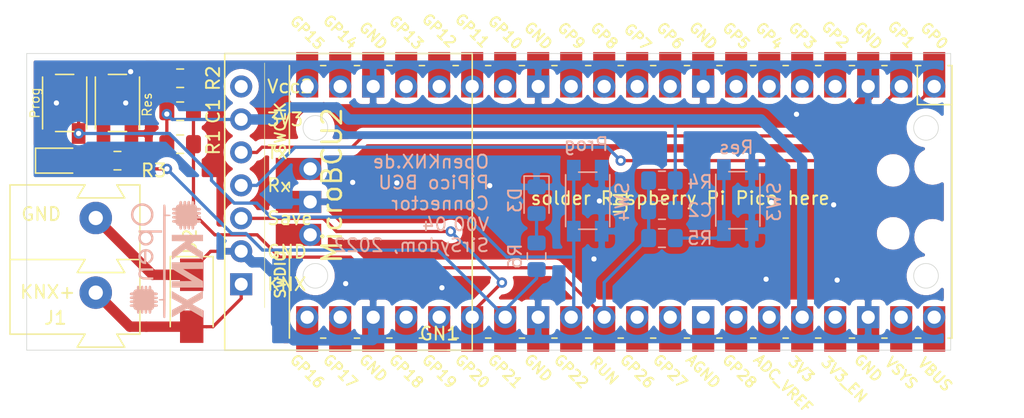
<source format=kicad_pcb>
(kicad_pcb (version 20171130) (host pcbnew "(5.1.4)-1")

  (general
    (thickness 1)
    (drawings 15)
    (tracks 145)
    (zones 0)
    (modules 19)
    (nets 43)
  )

  (page A4)
  (title_block
    (date 2022-10-10)
    (rev V00.04)
  )

  (layers
    (0 F.Cu signal)
    (31 B.Cu signal)
    (32 B.Adhes user)
    (33 F.Adhes user)
    (34 B.Paste user)
    (35 F.Paste user)
    (36 B.SilkS user)
    (37 F.SilkS user)
    (38 B.Mask user)
    (39 F.Mask user)
    (40 Dwgs.User user)
    (41 Cmts.User user)
    (42 Eco1.User user)
    (43 Eco2.User user)
    (44 Edge.Cuts user)
    (45 Margin user)
    (46 B.CrtYd user)
    (47 F.CrtYd user)
    (48 B.Fab user)
    (49 F.Fab user)
  )

  (setup
    (last_trace_width 0.25)
    (user_trace_width 0.25)
    (user_trace_width 0.4)
    (user_trace_width 0.8)
    (trace_clearance 0.2)
    (zone_clearance 0.508)
    (zone_45_only no)
    (trace_min 0.2)
    (via_size 0.8)
    (via_drill 0.4)
    (via_min_size 0.4)
    (via_min_drill 0.3)
    (uvia_size 0.3)
    (uvia_drill 0.1)
    (uvias_allowed no)
    (uvia_min_size 0.2)
    (uvia_min_drill 0.1)
    (edge_width 0.05)
    (segment_width 0.2)
    (pcb_text_width 0.3)
    (pcb_text_size 1.5 1.5)
    (mod_edge_width 0.12)
    (mod_text_size 1 1)
    (mod_text_width 0.15)
    (pad_size 1.524 1.524)
    (pad_drill 0.762)
    (pad_to_mask_clearance 0.051)
    (solder_mask_min_width 0.25)
    (aux_axis_origin 0 0)
    (visible_elements 7FFFFFFF)
    (pcbplotparams
      (layerselection 0x010fc_ffffffff)
      (usegerberextensions false)
      (usegerberattributes false)
      (usegerberadvancedattributes false)
      (creategerberjobfile false)
      (excludeedgelayer true)
      (linewidth 0.100000)
      (plotframeref false)
      (viasonmask false)
      (mode 1)
      (useauxorigin false)
      (hpglpennumber 1)
      (hpglpenspeed 20)
      (hpglpendiameter 15.000000)
      (psnegative false)
      (psa4output false)
      (plotreference true)
      (plotvalue true)
      (plotinvisibletext false)
      (padsonsilk false)
      (subtractmaskfromsilk false)
      (outputformat 1)
      (mirror false)
      (drillshape 0)
      (scaleselection 1)
      (outputdirectory "PiPico_BCU_Connector_V00.04_gerbers"))
  )

  (net 0 "")
  (net 1 "Net-(GN1-Pad3)")
  (net 2 Rx)
  (net 3 Tx)
  (net 4 GND)
  (net 5 Vcc2)
  (net 6 "Net-(U1-Pad43)")
  (net 7 "Net-(U1-Pad41)")
  (net 8 "Net-(U1-Pad21)")
  (net 9 "Net-(U1-Pad22)")
  (net 10 "Net-(U1-Pad24)")
  (net 11 "Net-(U1-Pad25)")
  (net 12 "Net-(U1-Pad31)")
  (net 13 "Net-(U1-Pad32)")
  (net 14 "Net-(U1-Pad33)")
  (net 15 "Net-(U1-Pad34)")
  (net 16 "Net-(U1-Pad35)")
  (net 17 "Net-(U1-Pad37)")
  (net 18 "Net-(U1-Pad39)")
  (net 19 "Net-(U1-Pad40)")
  (net 20 "Net-(U1-Pad20)")
  (net 21 "Net-(U1-Pad19)")
  (net 22 "Net-(U1-Pad17)")
  (net 23 "Net-(U1-Pad16)")
  (net 24 "Net-(U1-Pad15)")
  (net 25 "Net-(U1-Pad14)")
  (net 26 "Net-(U1-Pad12)")
  (net 27 "Net-(U1-Pad11)")
  (net 28 "Net-(U1-Pad10)")
  (net 29 "Net-(U1-Pad9)")
  (net 30 "Net-(U1-Pad7)")
  (net 31 "Net-(U1-Pad6)")
  (net 32 "Net-(U1-Pad5)")
  (net 33 "Net-(U1-Pad4)")
  (net 34 "Net-(D2-Pad2)")
  (net 35 +3V3)
  (net 36 "Net-(R2-Pad1)")
  (net 37 "Net-(D1-Pad2)")
  (net 38 "Net-(R3-Pad2)")
  (net 39 "Net-(D3-Pad2)")
  (net 40 "Net-(R5-Pad1)")
  (net 41 PROG)
  (net 42 RUN)

  (net_class Default "This is the default net class."
    (clearance 0.2)
    (trace_width 0.25)
    (via_dia 0.8)
    (via_drill 0.4)
    (uvia_dia 0.3)
    (uvia_drill 0.1)
    (add_net +3V3)
    (add_net GND)
    (add_net "Net-(D1-Pad2)")
    (add_net "Net-(D2-Pad2)")
    (add_net "Net-(D3-Pad2)")
    (add_net "Net-(GN1-Pad3)")
    (add_net "Net-(R2-Pad1)")
    (add_net "Net-(R3-Pad2)")
    (add_net "Net-(R5-Pad1)")
    (add_net "Net-(U1-Pad10)")
    (add_net "Net-(U1-Pad11)")
    (add_net "Net-(U1-Pad12)")
    (add_net "Net-(U1-Pad14)")
    (add_net "Net-(U1-Pad15)")
    (add_net "Net-(U1-Pad16)")
    (add_net "Net-(U1-Pad17)")
    (add_net "Net-(U1-Pad19)")
    (add_net "Net-(U1-Pad20)")
    (add_net "Net-(U1-Pad21)")
    (add_net "Net-(U1-Pad22)")
    (add_net "Net-(U1-Pad24)")
    (add_net "Net-(U1-Pad25)")
    (add_net "Net-(U1-Pad31)")
    (add_net "Net-(U1-Pad32)")
    (add_net "Net-(U1-Pad33)")
    (add_net "Net-(U1-Pad34)")
    (add_net "Net-(U1-Pad35)")
    (add_net "Net-(U1-Pad37)")
    (add_net "Net-(U1-Pad39)")
    (add_net "Net-(U1-Pad4)")
    (add_net "Net-(U1-Pad40)")
    (add_net "Net-(U1-Pad41)")
    (add_net "Net-(U1-Pad43)")
    (add_net "Net-(U1-Pad5)")
    (add_net "Net-(U1-Pad6)")
    (add_net "Net-(U1-Pad7)")
    (add_net "Net-(U1-Pad9)")
    (add_net PROG)
    (add_net RUN)
    (add_net Rx)
    (add_net Tx)
    (add_net Vcc2)
  )

  (module OpenKNX:OpenKNX_Logo_09x06 (layer B.Cu) (tedit 0) (tstamp 634499E5)
    (at 150.876 85.725 270)
    (fp_text reference G*** (at 0 0 90) (layer B.SilkS) hide
      (effects (font (size 1.524 1.524) (thickness 0.3)) (justify mirror))
    )
    (fp_text value LOGO (at 0.75 0 90) (layer B.SilkS) hide
      (effects (font (size 1.524 1.524) (thickness 0.3)) (justify mirror))
    )
    (fp_poly (pts (xy 1.156976 2.57764) (xy 1.283927 2.548431) (xy 1.388134 2.483584) (xy 1.469992 2.382826)
      (xy 1.489649 2.346765) (xy 1.509079 2.306203) (xy 1.523352 2.269055) (xy 1.533261 2.228028)
      (xy 1.539601 2.175826) (xy 1.543167 2.105158) (xy 1.544754 2.008728) (xy 1.545158 1.879243)
      (xy 1.545167 1.837344) (xy 1.545167 1.439333) (xy 1.375834 1.439333) (xy 1.375715 1.793875)
      (xy 1.374391 1.953222) (xy 1.369822 2.076463) (xy 1.360938 2.169769) (xy 1.346664 2.23931)
      (xy 1.325931 2.291257) (xy 1.297664 2.331783) (xy 1.27891 2.351072) (xy 1.213071 2.388421)
      (xy 1.128235 2.404721) (xy 1.041043 2.399515) (xy 0.968132 2.372344) (xy 0.951801 2.360083)
      (xy 0.916197 2.323423) (xy 0.889502 2.281331) (xy 0.870488 2.227397) (xy 0.85793 2.155207)
      (xy 0.8506 2.058351) (xy 0.847273 1.930415) (xy 0.846667 1.81043) (xy 0.846667 1.439333)
      (xy 0.677334 1.439333) (xy 0.677334 2.561166) (xy 0.762 2.561166) (xy 0.819828 2.556378)
      (xy 0.844337 2.539863) (xy 0.846667 2.527653) (xy 0.8545 2.50282) (xy 0.862542 2.50231)
      (xy 0.961741 2.548578) (xy 1.042268 2.573052) (xy 1.11914 2.579574) (xy 1.156976 2.57764)) (layer B.SilkS) (width 0.01))
    (fp_poly (pts (xy -0.072707 2.561077) (xy 0.053889 2.508936) (xy 0.165193 2.431001) (xy 0.254954 2.330749)
      (xy 0.316923 2.211654) (xy 0.344848 2.077192) (xy 0.345328 2.068185) (xy 0.34925 1.979083)
      (xy -0.145441 1.973395) (xy -0.640133 1.967707) (xy -0.626471 1.899397) (xy -0.595382 1.821919)
      (xy -0.538217 1.740781) (xy -0.466782 1.671212) (xy -0.429834 1.645777) (xy -0.367969 1.619368)
      (xy -0.291559 1.599111) (xy -0.270264 1.59558) (xy -0.167947 1.598814) (xy -0.062649 1.630627)
      (xy 0.031534 1.684659) (xy 0.100506 1.754549) (xy 0.107956 1.76626) (xy 0.141097 1.814293)
      (xy 0.176592 1.835958) (xy 0.232917 1.841443) (xy 0.244407 1.8415) (xy 0.336465 1.8415)
      (xy 0.312485 1.772708) (xy 0.271864 1.699345) (xy 0.204097 1.619534) (xy 0.120725 1.544014)
      (xy 0.033291 1.483523) (xy -0.030408 1.453648) (xy -0.167274 1.42396) (xy -0.304466 1.424544)
      (xy -0.404658 1.447389) (xy -0.553395 1.519449) (xy -0.668408 1.616689) (xy -0.748847 1.737921)
      (xy -0.793864 1.881961) (xy -0.803868 2.004862) (xy -0.787633 2.137833) (xy -0.61492 2.137833)
      (xy -0.233377 2.137833) (xy -0.111577 2.138781) (xy -0.005858 2.141415) (xy 0.077106 2.145418)
      (xy 0.13064 2.150477) (xy 0.148167 2.15587) (xy 0.132093 2.199638) (xy 0.090661 2.255166)
      (xy 0.03406 2.31122) (xy -0.027525 2.356565) (xy -0.040371 2.363798) (xy -0.157895 2.403682)
      (xy -0.278804 2.406036) (xy -0.394324 2.373564) (xy -0.495684 2.308971) (xy -0.574111 2.214959)
      (xy -0.584638 2.196041) (xy -0.61492 2.137833) (xy -0.787633 2.137833) (xy -0.784423 2.164115)
      (xy -0.728103 2.303369) (xy -0.636293 2.420376) (xy -0.510381 2.512882) (xy -0.481734 2.527993)
      (xy -0.346769 2.574081) (xy -0.208343 2.583951) (xy -0.072707 2.561077)) (layer B.SilkS) (width 0.01))
    (fp_poly (pts (xy -3.34786 3.143183) (xy -3.191068 3.108943) (xy -3.042125 3.044513) (xy -2.905734 2.94916)
      (xy -2.786597 2.82215) (xy -2.693931 2.672007) (xy -2.658144 2.597518) (xy -2.635043 2.539351)
      (xy -2.621858 2.484105) (xy -2.615817 2.418385) (xy -2.614148 2.32879) (xy -2.614083 2.286)
      (xy -2.614822 2.183909) (xy -2.618888 2.11075) (xy -2.62905 2.053125) (xy -2.648082 1.997635)
      (xy -2.678755 1.930882) (xy -2.693931 1.899993) (xy -2.794972 1.74082) (xy -2.923716 1.610665)
      (xy -3.074886 1.512007) (xy -3.243204 1.447322) (xy -3.423392 1.41909) (xy -3.610172 1.429789)
      (xy -3.669924 1.44171) (xy -3.835218 1.501138) (xy -3.983346 1.594446) (xy -4.110356 1.715701)
      (xy -4.212296 1.858969) (xy -4.285213 2.018317) (xy -4.325155 2.187811) (xy -4.327726 2.336053)
      (xy -4.148112 2.336053) (xy -4.141511 2.180357) (xy -4.105627 2.045555) (xy -4.032296 1.905641)
      (xy -3.92799 1.785515) (xy -3.800417 1.6914) (xy -3.657285 1.629524) (xy -3.566795 1.610416)
      (xy -3.451729 1.605856) (xy -3.330463 1.617614) (xy -3.221093 1.643223) (xy -3.167385 1.664877)
      (xy -3.03132 1.755438) (xy -2.921228 1.872345) (xy -2.840269 2.008733) (xy -2.7916 2.157734)
      (xy -2.778381 2.312482) (xy -2.80182 2.459544) (xy -2.863366 2.606964) (xy -2.954212 2.737582)
      (xy -3.067474 2.844206) (xy -3.196269 2.919646) (xy -3.265218 2.943661) (xy -3.430055 2.968735)
      (xy -3.587148 2.956588) (xy -3.732587 2.911397) (xy -3.862462 2.837343) (xy -3.972862 2.738602)
      (xy -4.059877 2.619355) (xy -4.119597 2.483779) (xy -4.148112 2.336053) (xy -4.327726 2.336053)
      (xy -4.328168 2.361517) (xy -4.320466 2.418292) (xy -4.27017 2.599164) (xy -4.190104 2.755714)
      (xy -4.084969 2.887209) (xy -3.959469 2.992916) (xy -3.818305 3.0721) (xy -3.666181 3.124028)
      (xy -3.507798 3.147967) (xy -3.34786 3.143183)) (layer B.SilkS) (width 0.01))
    (fp_poly (pts (xy 3.590396 3.232854) (xy 3.622892 3.210173) (xy 3.63756 3.161842) (xy 3.640667 3.090714)
      (xy 3.641774 3.021868) (xy 3.648871 2.984024) (xy 3.667617 2.965854) (xy 3.703672 2.956028)
      (xy 3.708441 2.95507) (xy 3.796096 2.917586) (xy 3.858597 2.849297) (xy 3.887189 2.768768)
      (xy 3.900077 2.688166) (xy 4.009555 2.688166) (xy 4.095632 2.680966) (xy 4.146801 2.657278)
      (xy 4.168327 2.613975) (xy 4.169834 2.592916) (xy 4.157966 2.542165) (xy 4.118761 2.511834)
      (xy 4.046816 2.498767) (xy 4.00685 2.497666) (xy 3.941702 2.496169) (xy 3.908326 2.488361)
      (xy 3.896182 2.469272) (xy 3.894667 2.44475) (xy 3.898539 2.41227) (xy 3.917671 2.396767)
      (xy 3.963334 2.392069) (xy 3.991308 2.391833) (xy 4.087721 2.382666) (xy 4.146816 2.354853)
      (xy 4.169509 2.307921) (xy 4.169834 2.300072) (xy 4.15869 2.247789) (xy 4.12139 2.216523)
      (xy 4.052127 2.202758) (xy 4.00685 2.201333) (xy 3.941702 2.199835) (xy 3.908326 2.192028)
      (xy 3.896182 2.172939) (xy 3.894667 2.148416) (xy 3.897842 2.117686) (xy 3.914394 2.101943)
      (xy 3.954863 2.096214) (xy 4.00685 2.0955) (xy 4.093692 2.088564) (xy 4.145591 2.065652)
      (xy 4.16795 2.023607) (xy 4.169834 2.00025) (xy 4.157966 1.949498) (xy 4.118761 1.919168)
      (xy 4.046816 1.906101) (xy 4.00685 1.905) (xy 3.941619 1.903405) (xy 3.908195 1.895483)
      (xy 3.896084 1.87653) (xy 3.894667 1.854704) (xy 3.898672 1.825635) (xy 3.917454 1.809002)
      (xy 3.961166 1.79965) (xy 4.013032 1.794593) (xy 4.095907 1.781949) (xy 4.144456 1.757296)
      (xy 4.166198 1.715041) (xy 4.169509 1.678203) (xy 4.151355 1.628876) (xy 4.095891 1.598714)
      (xy 4.002835 1.587574) (xy 3.992735 1.5875) (xy 3.931361 1.584094) (xy 3.899126 1.57014)
      (xy 3.883125 1.540034) (xy 3.883077 1.539875) (xy 3.839426 1.46185) (xy 3.768842 1.404914)
      (xy 3.711365 1.384385) (xy 3.67144 1.375069) (xy 3.650363 1.3588) (xy 3.642113 1.324192)
      (xy 3.640669 1.259859) (xy 3.640667 1.250711) (xy 3.63399 1.160069) (xy 3.612371 1.105181)
      (xy 3.573422 1.081371) (xy 3.553279 1.0795) (xy 3.498065 1.097885) (xy 3.463767 1.153051)
      (xy 3.450374 1.245015) (xy 3.450167 1.260928) (xy 3.448751 1.327061) (xy 3.441302 1.3613)
      (xy 3.423021 1.374071) (xy 3.39725 1.375833) (xy 3.367544 1.373019) (xy 3.351726 1.35784)
      (xy 3.345441 1.320195) (xy 3.344334 1.253066) (xy 3.33786 1.161803) (xy 3.31683 1.106294)
      (xy 3.278824 1.081738) (xy 3.256945 1.0795) (xy 3.201732 1.097885) (xy 3.167434 1.153051)
      (xy 3.154041 1.245015) (xy 3.153834 1.260928) (xy 3.152417 1.327061) (xy 3.144969 1.3613)
      (xy 3.126687 1.374071) (xy 3.100917 1.375833) (xy 3.071629 1.373157) (xy 3.055794 1.358513)
      (xy 3.049292 1.321977) (xy 3.048002 1.253627) (xy 3.048 1.248379) (xy 3.046314 1.176256)
      (xy 3.038372 1.134353) (xy 3.019852 1.110601) (xy 2.99344 1.096066) (xy 2.936538 1.080865)
      (xy 2.897384 1.097924) (xy 2.87341 1.150162) (xy 2.862049 1.240498) (xy 2.861782 1.245742)
      (xy 2.857088 1.317277) (xy 2.84891 1.356278) (xy 2.832866 1.372533) (xy 2.804577 1.375832)
      (xy 2.803573 1.375833) (xy 2.773512 1.372554) (xy 2.758053 1.355728) (xy 2.752385 1.31487)
      (xy 2.751667 1.262697) (xy 2.746198 1.182211) (xy 2.727876 1.131869) (xy 2.712958 1.11453)
      (xy 2.656919 1.082728) (xy 2.606111 1.092833) (xy 2.57295 1.126543) (xy 2.552341 1.177296)
      (xy 2.540886 1.247354) (xy 2.54 1.271359) (xy 2.537905 1.331674) (xy 2.525181 1.364033)
      (xy 2.492167 1.382804) (xy 2.45767 1.393799) (xy 2.385613 1.430111) (xy 2.331967 1.484755)
      (xy 2.307619 1.546069) (xy 2.307167 1.555005) (xy 2.296543 1.575306) (xy 2.259157 1.585267)
      (xy 2.201334 1.5875) (xy 2.118873 1.598296) (xy 2.053978 1.627083) (xy 2.016374 1.668458)
      (xy 2.010834 1.693333) (xy 2.030284 1.739292) (xy 2.082296 1.775294) (xy 2.157363 1.796096)
      (xy 2.202806 1.799166) (xy 2.265876 1.800787) (xy 2.296607 1.808792) (xy 2.304956 1.827901)
      (xy 2.303347 1.846791) (xy 2.294658 1.874195) (xy 2.271442 1.889648) (xy 2.223126 1.8976)
      (xy 2.175057 1.900759) (xy 2.100187 1.907952) (xy 2.05624 1.922266) (xy 2.031931 1.947534)
      (xy 2.030678 1.949803) (xy 2.019768 1.993649) (xy 2.040294 2.042044) (xy 2.041567 2.044003)
      (xy 2.067594 2.074409) (xy 2.103183 2.089913) (xy 2.162078 2.095197) (xy 2.19271 2.0955)
      (xy 2.259508 2.096841) (xy 2.293621 2.103629) (xy 2.304677 2.120008) (xy 2.303347 2.143125)
      (xy 2.294658 2.170528) (xy 2.271442 2.185981) (xy 2.223126 2.193933) (xy 2.175057 2.197092)
      (xy 2.100187 2.204286) (xy 2.05624 2.2186) (xy 2.031931 2.243867) (xy 2.030678 2.246137)
      (xy 2.019768 2.289982) (xy 2.040294 2.338378) (xy 2.041567 2.340336) (xy 2.067844 2.370924)
      (xy 2.10386 2.386415) (xy 2.163492 2.39158) (xy 2.191238 2.391833) (xy 2.257738 2.39322)
      (xy 2.292301 2.40054) (xy 2.305307 2.418532) (xy 2.307167 2.44475) (xy 2.30393 2.475602)
      (xy 2.287163 2.491384) (xy 2.246279 2.497169) (xy 2.196042 2.497991) (xy 2.101247 2.506155)
      (xy 2.043951 2.531194) (xy 2.022088 2.574926) (xy 2.033593 2.63917) (xy 2.034099 2.640541)
      (xy 2.048911 2.667308) (xy 2.075462 2.681683) (xy 2.125061 2.68737) (xy 2.179485 2.688166)
      (xy 2.307167 2.688166) (xy 2.307167 2.759159) (xy 2.326525 2.836782) (xy 2.377463 2.903988)
      (xy 2.449279 2.948299) (xy 2.475862 2.955797) (xy 2.514537 2.96667) (xy 2.533396 2.987326)
      (xy 2.539509 3.030389) (xy 2.54 3.0703) (xy 2.551344 3.160547) (xy 2.585924 3.21606)
      (xy 2.64456 3.238019) (xy 2.657184 3.2385) (xy 2.707712 3.221793) (xy 2.738764 3.170468)
      (xy 2.751298 3.082715) (xy 2.751667 3.059975) (xy 2.754354 2.999921) (xy 2.765549 2.971304)
      (xy 2.789949 2.963399) (xy 2.794 2.963333) (xy 2.819535 2.96899) (xy 2.832182 2.992929)
      (xy 2.836184 3.045608) (xy 2.836334 3.067655) (xy 2.847218 3.158669) (xy 2.880632 3.214813)
      (xy 2.937714 3.237746) (xy 2.953517 3.2385) (xy 3.004045 3.221793) (xy 3.035098 3.170468)
      (xy 3.047631 3.082715) (xy 3.048 3.059975) (xy 3.05012 3.000657) (xy 3.060596 2.972344)
      (xy 3.085599 2.963765) (xy 3.100917 2.963333) (xy 3.131647 2.966508) (xy 3.147391 2.98306)
      (xy 3.153119 3.023529) (xy 3.153834 3.075516) (xy 3.160769 3.162358) (xy 3.183681 3.214257)
      (xy 3.225727 3.236616) (xy 3.249084 3.2385) (xy 3.299835 3.226632) (xy 3.330166 3.187427)
      (xy 3.343233 3.115482) (xy 3.344334 3.075516) (xy 3.345831 3.010368) (xy 3.353639 2.976992)
      (xy 3.372728 2.964848) (xy 3.39725 2.963333) (xy 3.42973 2.967206) (xy 3.445233 2.986337)
      (xy 3.449931 3.032) (xy 3.450167 3.059975) (xy 3.459239 3.155254) (xy 3.485824 3.215377)
      (xy 3.528977 3.238326) (xy 3.533847 3.2385) (xy 3.590396 3.232854)) (layer B.SilkS) (width 0.01))
    (fp_poly (pts (xy -1.465747 2.553237) (xy -1.336206 2.488748) (xy -1.224308 2.392486) (xy -1.136365 2.266919)
      (xy -1.1166 2.226182) (xy -1.089849 2.128197) (xy -1.081739 2.00951) (xy -1.091721 1.887154)
      (xy -1.119248 1.778162) (xy -1.131961 1.748294) (xy -1.214986 1.622265) (xy -1.323637 1.52529)
      (xy -1.451071 1.459261) (xy -1.590445 1.426072) (xy -1.734913 1.427615) (xy -1.877632 1.465781)
      (xy -1.973338 1.515629) (xy -2.023445 1.546361) (xy -2.057207 1.564371) (xy -2.063296 1.566333)
      (xy -2.066733 1.54625) (xy -2.069733 1.490336) (xy -2.072119 1.405091) (xy -2.073711 1.297017)
      (xy -2.074331 1.172614) (xy -2.074333 1.164166) (xy -2.074333 0.762) (xy -2.243666 0.762)
      (xy -2.243666 1.977048) (xy -2.064585 1.977048) (xy -2.038656 1.860239) (xy -1.978999 1.755811)
      (xy -1.889893 1.670982) (xy -1.775616 1.612969) (xy -1.761828 1.608576) (xy -1.67954 1.591478)
      (xy -1.600551 1.59566) (xy -1.539296 1.609939) (xy -1.433013 1.659347) (xy -1.348429 1.737462)
      (xy -1.288375 1.835922) (xy -1.255678 1.946361) (xy -1.25317 2.060418) (xy -1.283679 2.169728)
      (xy -1.326408 2.239208) (xy -1.42228 2.330868) (xy -1.530658 2.387048) (xy -1.644738 2.409061)
      (xy -1.757717 2.398221) (xy -1.862793 2.355842) (xy -1.953161 2.283236) (xy -2.022018 2.181718)
      (xy -2.052508 2.09902) (xy -2.064585 1.977048) (xy -2.243666 1.977048) (xy -2.243666 2.561166)
      (xy -2.159 2.561166) (xy -2.104711 2.558659) (xy -2.080577 2.54507) (xy -2.074467 2.511302)
      (xy -2.074333 2.497666) (xy -2.066309 2.449338) (xy -2.046279 2.434332) (xy -2.020304 2.457134)
      (xy -2.020072 2.457509) (xy -1.994005 2.478813) (xy -1.942109 2.509015) (xy -1.897114 2.531385)
      (xy -1.752513 2.577023) (xy -1.60662 2.583485) (xy -1.465747 2.553237)) (layer B.SilkS) (width 0.01))
    (fp_poly (pts (xy 3.122473 1.001385) (xy 3.135843 0.98356) (xy 3.143569 0.943347) (xy 3.148191 0.87215)
      (xy 3.149432 0.841375) (xy 3.155614 0.677333) (xy 3.806657 0.677333) (xy 4.0065 0.676836)
      (xy 4.167018 0.67527) (xy 4.291207 0.672523) (xy 4.382065 0.668482) (xy 4.442589 0.663034)
      (xy 4.475776 0.656066) (xy 4.4831 0.651933) (xy 4.505798 0.603578) (xy 4.502419 0.546209)
      (xy 4.4831 0.512233) (xy 4.4706 0.50897) (xy 4.43895 0.505974) (xy 4.386724 0.503237)
      (xy 4.312499 0.500748) (xy 4.214848 0.498498) (xy 4.092348 0.496479) (xy 3.943574 0.494681)
      (xy 3.7671 0.493095) (xy 3.561502 0.491712) (xy 3.325355 0.490523) (xy 3.057234 0.489517)
      (xy 2.755715 0.488687) (xy 2.419372 0.488022) (xy 2.046781 0.487514) (xy 1.636517 0.487153)
      (xy 1.187156 0.486931) (xy 0.697271 0.486837) (xy 0.557508 0.486833) (xy -3.342685 0.486833)
      (xy -3.348801 0.301625) (xy -3.352503 0.212493) (xy -3.357984 0.157171) (xy -3.367594 0.127138)
      (xy -3.383681 0.113874) (xy -3.401698 0.109763) (xy -3.424111 0.108903) (xy -3.438313 0.119349)
      (xy -3.446625 0.148993) (xy -3.45137 0.205729) (xy -3.454614 0.28968) (xy -3.46075 0.47625)
      (xy -3.819052 0.48207) (xy -3.959918 0.485726) (xy -4.073242 0.491493) (xy -4.154569 0.499037)
      (xy -4.199444 0.508023) (xy -4.205343 0.51112) (xy -4.22944 0.554741) (xy -4.229266 0.610408)
      (xy -4.207933 0.651933) (xy -4.195258 0.655319) (xy -4.163314 0.658416) (xy -4.110624 0.661236)
      (xy -4.035709 0.663788) (xy -3.937091 0.666084) (xy -3.813293 0.668132) (xy -3.662837 0.669944)
      (xy -3.484244 0.67153) (xy -3.276038 0.672899) (xy -3.036739 0.674064) (xy -2.764871 0.675032)
      (xy -2.458955 0.675817) (xy -2.117514 0.676426) (xy -1.739069 0.676871) (xy -1.322143 0.677162)
      (xy -0.865257 0.677309) (xy -0.568157 0.677333) (xy 3.046219 0.677333) (xy 3.052401 0.841375)
      (xy 3.056568 0.924318) (xy 3.063022 0.973524) (xy 3.074306 0.997587) (xy 3.092963 1.005102)
      (xy 3.100917 1.005416) (xy 3.122473 1.001385)) (layer B.SilkS) (width 0.01))
    (fp_poly (pts (xy -2.896556 -0.02683) (xy -2.867124 -0.049264) (xy -2.849257 -0.09663) (xy -2.837841 -0.177092)
      (xy -2.836556 -0.1905) (xy -2.828573 -0.257609) (xy -2.816617 -0.293393) (xy -2.794609 -0.308808)
      (xy -2.768302 -0.313541) (xy -2.707582 -0.338929) (xy -2.652113 -0.391952) (xy -2.613807 -0.45844)
      (xy -2.6035 -0.509624) (xy -2.601311 -0.545375) (xy -2.587701 -0.563753) (xy -2.552105 -0.570535)
      (xy -2.490364 -0.5715) (xy -2.394785 -0.582783) (xy -2.334376 -0.616967) (xy -2.308382 -0.674557)
      (xy -2.307166 -0.69413) (xy -2.324444 -0.741091) (xy -2.377332 -0.77035) (xy -2.467418 -0.782653)
      (xy -2.496275 -0.783167) (xy -2.559603 -0.784831) (xy -2.591389 -0.793364) (xy -2.602393 -0.814078)
      (xy -2.6035 -0.836084) (xy -2.600425 -0.866539) (xy -2.58425 -0.882307) (xy -2.544554 -0.888188)
      (xy -2.488595 -0.889) (xy -2.392235 -0.899161) (xy -2.332266 -0.929966) (xy -2.307855 -0.981904)
      (xy -2.307166 -0.994834) (xy -2.324585 -1.051044) (xy -2.377394 -1.086026) (xy -2.46643 -1.100265)
      (xy -2.488595 -1.100667) (xy -2.555339 -1.102553) (xy -2.589909 -1.110689) (xy -2.602391 -1.12879)
      (xy -2.6035 -1.143) (xy -2.596814 -1.170086) (xy -2.569469 -1.182576) (xy -2.513541 -1.185646)
      (xy -2.41841 -1.19682) (xy -2.349756 -1.227508) (xy -2.313836 -1.274566) (xy -2.310833 -1.28757)
      (xy -2.314174 -1.342142) (xy -2.345965 -1.37656) (xy -2.410652 -1.393714) (xy -2.479092 -1.397)
      (xy -2.548581 -1.398176) (xy -2.585786 -1.404551) (xy -2.600746 -1.420394) (xy -2.6035 -1.449917)
      (xy -2.600425 -1.480372) (xy -2.58425 -1.496141) (xy -2.544554 -1.502022) (xy -2.488595 -1.502834)
      (xy -2.392235 -1.512994) (xy -2.332266 -1.5438) (xy -2.307855 -1.595737) (xy -2.307166 -1.608667)
      (xy -2.324585 -1.664877) (xy -2.377394 -1.699859) (xy -2.46643 -1.714099) (xy -2.488595 -1.7145)
      (xy -2.555178 -1.716296) (xy -2.589667 -1.724278) (xy -2.602239 -1.74234) (xy -2.6035 -1.758462)
      (xy -2.620996 -1.809165) (xy -2.664489 -1.862428) (xy -2.720486 -1.905559) (xy -2.775493 -1.925865)
      (xy -2.781788 -1.926167) (xy -2.812049 -1.928672) (xy -2.82836 -1.942837) (xy -2.835021 -1.978632)
      (xy -2.836331 -2.046029) (xy -2.836333 -2.052679) (xy -2.838474 -2.126058) (xy -2.847764 -2.170302)
      (xy -2.868506 -2.198514) (xy -2.88925 -2.213863) (xy -2.930677 -2.236259) (xy -2.963251 -2.232637)
      (xy -2.995083 -2.213863) (xy -3.025189 -2.189019) (xy -3.041149 -2.156351) (xy -3.047265 -2.102755)
      (xy -3.048 -2.052679) (xy -3.04913 -1.982462) (xy -3.055299 -1.94461) (xy -3.070672 -1.929166)
      (xy -3.099414 -1.926169) (xy -3.100916 -1.926167) (xy -3.129326 -1.928569) (xy -3.14517 -1.942139)
      (xy -3.152108 -1.976428) (xy -3.153801 -2.040984) (xy -3.153833 -2.064204) (xy -3.155356 -2.139993)
      (xy -3.162265 -2.184743) (xy -3.178075 -2.209706) (xy -3.204072 -2.225132) (xy -3.261824 -2.236739)
      (xy -3.299322 -2.223933) (xy -3.324228 -2.204819) (xy -3.337908 -2.173747) (xy -3.343518 -2.119438)
      (xy -3.344333 -2.063005) (xy -3.345273 -1.989294) (xy -3.350565 -1.948322) (xy -3.363917 -1.930499)
      (xy -3.389037 -1.926237) (xy -3.39725 -1.926167) (xy -3.427556 -1.929189) (xy -3.443337 -1.945161)
      (xy -3.4493 -1.984443) (xy -3.450166 -2.042584) (xy -3.455044 -2.122743) (xy -3.472072 -2.174906)
      (xy -3.4925 -2.201334) (xy -3.54864 -2.239998) (xy -3.596602 -2.239299) (xy -3.633382 -2.201891)
      (xy -3.655981 -2.130426) (xy -3.661833 -2.051655) (xy -3.662986 -1.981791) (xy -3.669253 -1.944254)
      (xy -3.684852 -1.929045) (xy -3.713998 -1.926167) (xy -3.71475 -1.926167) (xy -3.745056 -1.929189)
      (xy -3.760837 -1.945161) (xy -3.7668 -1.984443) (xy -3.767666 -2.042584) (xy -3.777938 -2.132706)
      (xy -3.805499 -2.198628) (xy -3.845464 -2.23586) (xy -3.892951 -2.239914) (xy -3.943076 -2.206301)
      (xy -3.944303 -2.204958) (xy -3.969291 -2.152791) (xy -3.979102 -2.066005) (xy -3.979333 -2.046208)
      (xy -3.981119 -1.97755) (xy -3.988736 -1.941308) (xy -4.005575 -1.927635) (xy -4.020671 -1.926167)
      (xy -4.10439 -1.906279) (xy -4.172621 -1.850458) (xy -4.205616 -1.795788) (xy -4.229233 -1.747855)
      (xy -4.254551 -1.723825) (xy -4.296164 -1.715457) (xy -4.34959 -1.7145) (xy -4.433466 -1.707818)
      (xy -4.483272 -1.684758) (xy -4.505575 -1.640802) (xy -4.5085 -1.605178) (xy -4.494755 -1.551808)
      (xy -4.450901 -1.518879) (xy -4.373013 -1.504141) (xy -4.329975 -1.502834) (xy -4.270657 -1.500713)
      (xy -4.242344 -1.490237) (xy -4.233765 -1.465234) (xy -4.233333 -1.449917) (xy -4.236841 -1.418318)
      (xy -4.254634 -1.402676) (xy -4.297622 -1.397447) (xy -4.337435 -1.397) (xy -4.423004 -1.393945)
      (xy -4.474598 -1.381678) (xy -4.500332 -1.355551) (xy -4.508318 -1.310914) (xy -4.5085 -1.298962)
      (xy -4.496309 -1.242096) (xy -4.456585 -1.206192) (xy -4.384605 -1.188452) (xy -4.316622 -1.185334)
      (xy -4.261782 -1.181657) (xy -4.237792 -1.166856) (xy -4.233333 -1.143) (xy -4.23858 -1.118179)
      (xy -4.261106 -1.10546) (xy -4.31109 -1.101001) (xy -4.345516 -1.100667) (xy -4.430938 -1.094225)
      (xy -4.482046 -1.072114) (xy -4.505271 -1.030161) (xy -4.5085 -0.994834) (xy -4.498579 -0.939365)
      (xy -4.464529 -0.906178) (xy -4.39992 -0.891097) (xy -4.345516 -0.889) (xy -4.280368 -0.887502)
      (xy -4.246992 -0.879695) (xy -4.234848 -0.860606) (xy -4.233333 -0.836084) (xy -4.236508 -0.805353)
      (xy -4.25306 -0.78961) (xy -4.293529 -0.783881) (xy -4.345516 -0.783167) (xy -4.430588 -0.776851)
      (xy -4.481487 -0.75492) (xy -4.504882 -0.712902) (xy -4.5085 -0.673845) (xy -4.494755 -0.620475)
      (xy -4.450901 -0.587546) (xy -4.373013 -0.572808) (xy -4.329975 -0.5715) (xy -4.270397 -0.569135)
      (xy -4.24195 -0.558394) (xy -4.233533 -0.533811) (xy -4.233254 -0.523875) (xy -4.213676 -0.443852)
      (xy -4.161946 -0.373621) (xy -4.088164 -0.325553) (xy -4.064965 -0.31776) (xy -3.979333 -0.294702)
      (xy -3.979333 -0.183334) (xy -3.972946 -0.098501) (xy -3.950795 -0.04782) (xy -3.908399 -0.024642)
      (xy -3.870011 -0.021167) (xy -3.816641 -0.034912) (xy -3.783712 -0.078766) (xy -3.768974 -0.156654)
      (xy -3.767666 -0.199692) (xy -3.764765 -0.260143) (xy -3.753211 -0.288889) (xy -3.728731 -0.29633)
      (xy -3.727954 -0.296334) (xy -3.70422 -0.289276) (xy -3.68983 -0.261812) (xy -3.680838 -0.204508)
      (xy -3.678426 -0.177969) (xy -3.665619 -0.094749) (xy -3.640746 -0.046006) (xy -3.598534 -0.02443)
      (xy -3.565525 -0.021491) (xy -3.515287 -0.033278) (xy -3.485225 -0.073001) (xy -3.472345 -0.145828)
      (xy -3.471333 -0.18415) (xy -3.469835 -0.249298) (xy -3.462028 -0.282674) (xy -3.442939 -0.294819)
      (xy -3.418416 -0.296334) (xy -3.385937 -0.292461) (xy -3.370434 -0.273329) (xy -3.365736 -0.227666)
      (xy -3.3655 -0.199692) (xy -3.35762 -0.106596) (xy -3.33248 -0.049157) (xy -3.287828 -0.023448)
      (xy -3.263155 -0.021167) (xy -3.206093 -0.030584) (xy -3.171952 -0.063279) (xy -3.15626 -0.125922)
      (xy -3.153833 -0.18415) (xy -3.152335 -0.249298) (xy -3.144528 -0.282674) (xy -3.125439 -0.294819)
      (xy -3.100916 -0.296334) (xy -3.068437 -0.292461) (xy -3.052934 -0.273329) (xy -3.048236 -0.227666)
      (xy -3.048 -0.199692) (xy -3.040409 -0.107283) (xy -3.015874 -0.050237) (xy -2.971751 -0.024072)
      (xy -2.942671 -0.021167) (xy -2.896556 -0.02683)) (layer B.SilkS) (width 0.01))
    (fp_poly (pts (xy 2.712614 -0.000072) (xy 2.995084 -0.000143) (xy 3.444748 -0.827809) (xy 3.665921 -0.419196)
      (xy 3.887093 -0.010584) (xy 4.166047 -0.004677) (xy 4.269139 -0.003428) (xy 4.355029 -0.004164)
      (xy 4.415915 -0.006684) (xy 4.443999 -0.010788) (xy 4.445 -0.011879) (xy 4.434663 -0.032672)
      (xy 4.405362 -0.085454) (xy 4.35966 -0.165764) (xy 4.30012 -0.26914) (xy 4.229307 -0.391121)
      (xy 4.149783 -0.527246) (xy 4.104863 -0.603803) (xy 4.008886 -0.767748) (xy 3.932868 -0.899301)
      (xy 3.874852 -1.002292) (xy 3.832883 -1.080548) (xy 3.805003 -1.137898) (xy 3.789258 -1.178169)
      (xy 3.78369 -1.205192) (xy 3.786344 -1.222793) (xy 3.787433 -1.22505) (xy 3.803654 -1.253459)
      (xy 3.838608 -1.313391) (xy 3.889422 -1.399966) (xy 3.953224 -1.508301) (xy 4.027141 -1.633515)
      (xy 4.108302 -1.770726) (xy 4.138154 -1.82113) (xy 4.219899 -1.959376) (xy 4.294207 -2.085564)
      (xy 4.358449 -2.195186) (xy 4.409994 -2.283735) (xy 4.446214 -2.346706) (xy 4.464478 -2.37959)
      (xy 4.466167 -2.383306) (xy 4.446297 -2.386448) (xy 4.391873 -2.389068) (xy 4.310672 -2.39093)
      (xy 4.210472 -2.391799) (xy 4.185212 -2.391834) (xy 3.904256 -2.391834) (xy 3.693087 -2.007705)
      (xy 3.628418 -1.890513) (xy 3.569674 -1.784895) (xy 3.520247 -1.696881) (xy 3.48353 -1.632504)
      (xy 3.462913 -1.597795) (xy 3.460741 -1.594555) (xy 3.448197 -1.594068) (xy 3.425711 -1.617094)
      (xy 3.391364 -1.666586) (xy 3.343235 -1.7455) (xy 3.279404 -1.856788) (xy 3.214487 -1.973391)
      (xy 2.989408 -2.38125) (xy 2.698366 -2.387158) (xy 2.407324 -2.393065) (xy 2.438478 -2.344824)
      (xy 2.474971 -2.286539) (xy 2.525372 -2.203526) (xy 2.586568 -2.10114) (xy 2.655448 -1.984738)
      (xy 2.728899 -1.859675) (xy 2.803811 -1.731307) (xy 2.877071 -1.604988) (xy 2.945568 -1.486076)
      (xy 3.006189 -1.379925) (xy 3.055823 -1.29189) (xy 3.091359 -1.227329) (xy 3.109684 -1.191595)
      (xy 3.1115 -1.186501) (xy 3.101148 -1.162141) (xy 3.071982 -1.106481) (xy 3.026841 -1.024598)
      (xy 2.968562 -0.921571) (xy 2.899983 -0.802477) (xy 2.829107 -0.681173) (xy 2.749835 -0.54635)
      (xy 2.674548 -0.418201) (xy 2.606874 -0.302909) (xy 2.550441 -0.206659) (xy 2.508877 -0.135633)
      (xy 2.488429 -0.100542) (xy 2.430144 0) (xy 2.712614 -0.000072)) (layer B.SilkS) (width 0.01))
    (fp_poly (pts (xy 1.661584 -1.564402) (xy 1.672682 0) (xy 2.159 0) (xy 2.159 -2.393177)
      (xy 1.911073 -2.387214) (xy 1.663147 -2.38125) (xy 1.196698 -1.616529) (xy 0.73025 -0.851808)
      (xy 0.724698 -1.621821) (xy 0.719145 -2.391834) (xy 0.211667 -2.391834) (xy 0.211667 0)
      (xy 0.709604 0) (xy 1.661584 -1.564402)) (layer B.SilkS) (width 0.01))
    (fp_poly (pts (xy -1.407583 -1.067894) (xy -1.323703 -0.951989) (xy -1.262668 -0.869009) (xy -1.188589 -0.770441)
      (xy -1.105395 -0.661295) (xy -1.017012 -0.546578) (xy -0.927367 -0.431299) (xy -0.84039 -0.320466)
      (xy -0.760006 -0.219088) (xy -0.690143 -0.132173) (xy -0.63473 -0.06473) (xy -0.597693 -0.021766)
      (xy -0.583642 -0.008253) (xy -0.554161 -0.005137) (xy -0.49107 -0.003358) (xy -0.403074 -0.003018)
      (xy -0.298879 -0.004221) (xy -0.277213 -0.004648) (xy 0.004355 -0.010584) (xy -0.402452 -0.518584)
      (xy -0.503944 -0.645747) (xy -0.596862 -0.762984) (xy -0.677882 -0.866037) (xy -0.743684 -0.950649)
      (xy -0.790943 -1.012565) (xy -0.816339 -1.047527) (xy -0.819667 -1.053101) (xy -0.810778 -1.076258)
      (xy -0.780898 -1.130508) (xy -0.732561 -1.211746) (xy -0.668299 -1.315869) (xy -0.590646 -1.438773)
      (xy -0.502134 -1.576355) (xy -0.405297 -1.724511) (xy -0.404454 -1.725791) (xy -0.30739 -1.873414)
      (xy -0.218102 -2.009719) (xy -0.139175 -2.130715) (xy -0.073197 -2.232416) (xy -0.022757 -2.310832)
      (xy 0.009559 -2.361975) (xy 0.021164 -2.381855) (xy 0.021167 -2.381899) (xy 0.001285 -2.385528)
      (xy -0.053222 -2.388563) (xy -0.134648 -2.390736) (xy -0.235288 -2.39178) (xy -0.265018 -2.391834)
      (xy -0.551203 -2.391834) (xy -0.697363 -2.164292) (xy -0.768612 -2.053392) (xy -0.851958 -1.923692)
      (xy -0.936601 -1.791998) (xy -1.005993 -1.684056) (xy -1.168462 -1.431361) (xy -1.292393 -1.567639)
      (xy -1.416325 -1.703917) (xy -1.417246 -2.047875) (xy -1.418166 -2.391834) (xy -1.905 -2.391834)
      (xy -1.905 0) (xy -1.418893 0) (xy -1.407583 -1.067894)) (layer B.SilkS) (width 0.01))
  )

  (module sirsydom:SW_Push_Xunpu_TS-1089S_Handsolder (layer B.Cu) (tedit 605DCA5A) (tstamp 63446E76)
    (at 182.88 81.19 270)
    (descr "tactile push button, 6x6mm e.g. PTS645xx series, height=9.5mm")
    (tags "tact sw push 6mm smd")
    (path /63445C88)
    (attr smd)
    (fp_text reference SW4 (at 0.09 -2.667 90) (layer B.SilkS)
      (effects (font (size 1 1) (thickness 0.15)) (justify mirror))
    )
    (fp_text value Prog (at -4.355 0.127) (layer B.SilkS)
      (effects (font (size 1 1) (thickness 0.15)) (justify mirror))
    )
    (fp_line (start 2.2 0.7) (end 2.2 -0.7) (layer B.SilkS) (width 0.12))
    (fp_line (start -2.2 0.7) (end -2.2 -0.7) (layer B.SilkS) (width 0.12))
    (fp_line (start -2 -1.7) (end 2 -1.7) (layer B.SilkS) (width 0.12))
    (fp_line (start -2 1.7) (end 2 1.7) (layer B.SilkS) (width 0.12))
    (fp_line (start -0.5 -1.25) (end 0.5 -1.25) (layer B.Fab) (width 0.12))
    (fp_line (start -0.5 1.25) (end 0.5 1.25) (layer B.Fab) (width 0.12))
    (fp_arc (start -0.5 0) (end -0.5 1.25) (angle 180) (layer B.Fab) (width 0.12))
    (fp_arc (start 0.5 0) (end 0.5 -1.25) (angle 180) (layer B.Fab) (width 0.12))
    (fp_line (start -2.1 1.65) (end -2.1 -1.625) (layer B.Fab) (width 0.12))
    (fp_line (start 2.1 -1.625) (end 2.1 1.65) (layer B.Fab) (width 0.12))
    (fp_line (start -2.1 -1.625) (end 2.1 -1.625) (layer B.Fab) (width 0.12))
    (fp_line (start 2.1 1.65) (end -2.1 1.65) (layer B.Fab) (width 0.12))
    (fp_line (start -2.85 1.85) (end 2.9 1.85) (layer B.CrtYd) (width 0.05))
    (fp_line (start -2.85 -1.8) (end 2.9 -1.8) (layer B.CrtYd) (width 0.05))
    (fp_line (start -2.85 1.85) (end -2.85 -1.8) (layer B.CrtYd) (width 0.05))
    (fp_line (start 2.9 -1.8) (end 2.9 1.85) (layer B.CrtYd) (width 0.05))
    (fp_text user %R (at -0.3 -2.83 90) (layer B.Fab)
      (effects (font (size 1 1) (thickness 0.15)) (justify mirror))
    )
    (pad 2 smd rect (at -2.35 -1.075 270) (size 1.6 1.05) (layers B.Cu B.Paste B.Mask)
      (net 4 GND))
    (pad 1 smd rect (at -2.35 1.075 270) (size 1.6 1.05) (layers B.Cu B.Paste B.Mask)
      (net 41 PROG))
    (pad 2 smd rect (at 2.35 -1.075 270) (size 1.6 1.05) (layers B.Cu B.Paste B.Mask)
      (net 4 GND))
    (pad 1 smd rect (at 2.35 1.075 270) (size 1.6 1.05) (layers B.Cu B.Paste B.Mask)
      (net 41 PROG))
    (model "D:/Data/Eigene Dokumente/Projekte/EIB/Konnekting/repos/konnekting_common/KiCAD/libraries/sirsydom.pretty/3D/SKRPACE010 v4.step"
      (offset (xyz -2.3 1.6 0))
      (scale (xyz 1 1 1))
      (rotate (xyz -90 0 0))
    )
  )

  (module sirsydom:SW_Push_Xunpu_TS-1089S_Handsolder (layer B.Cu) (tedit 605DCA5A) (tstamp 63447310)
    (at 194.437 81.153 270)
    (descr "tactile push button, 6x6mm e.g. PTS645xx series, height=9.5mm")
    (tags "tact sw push 6mm smd")
    (path /6345386B)
    (attr smd)
    (fp_text reference SW3 (at 0.127 -2.794 90) (layer B.SilkS)
      (effects (font (size 1 1) (thickness 0.15)) (justify mirror))
    )
    (fp_text value Res (at -4.064 0.127) (layer B.SilkS)
      (effects (font (size 1 1) (thickness 0.15)) (justify mirror))
    )
    (fp_line (start 2.2 0.7) (end 2.2 -0.7) (layer B.SilkS) (width 0.12))
    (fp_line (start -2.2 0.7) (end -2.2 -0.7) (layer B.SilkS) (width 0.12))
    (fp_line (start -2 -1.7) (end 2 -1.7) (layer B.SilkS) (width 0.12))
    (fp_line (start -2 1.7) (end 2 1.7) (layer B.SilkS) (width 0.12))
    (fp_line (start -0.5 -1.25) (end 0.5 -1.25) (layer B.Fab) (width 0.12))
    (fp_line (start -0.5 1.25) (end 0.5 1.25) (layer B.Fab) (width 0.12))
    (fp_arc (start -0.5 0) (end -0.5 1.25) (angle 180) (layer B.Fab) (width 0.12))
    (fp_arc (start 0.5 0) (end 0.5 -1.25) (angle 180) (layer B.Fab) (width 0.12))
    (fp_line (start -2.1 1.65) (end -2.1 -1.625) (layer B.Fab) (width 0.12))
    (fp_line (start 2.1 -1.625) (end 2.1 1.65) (layer B.Fab) (width 0.12))
    (fp_line (start -2.1 -1.625) (end 2.1 -1.625) (layer B.Fab) (width 0.12))
    (fp_line (start 2.1 1.65) (end -2.1 1.65) (layer B.Fab) (width 0.12))
    (fp_line (start -2.85 1.85) (end 2.9 1.85) (layer B.CrtYd) (width 0.05))
    (fp_line (start -2.85 -1.8) (end 2.9 -1.8) (layer B.CrtYd) (width 0.05))
    (fp_line (start -2.85 1.85) (end -2.85 -1.8) (layer B.CrtYd) (width 0.05))
    (fp_line (start 2.9 -1.8) (end 2.9 1.85) (layer B.CrtYd) (width 0.05))
    (fp_text user %R (at 0.35 2.65 90) (layer B.Fab)
      (effects (font (size 1 1) (thickness 0.15)) (justify mirror))
    )
    (pad 2 smd rect (at -2.35 -1.075 270) (size 1.6 1.05) (layers B.Cu B.Paste B.Mask)
      (net 4 GND))
    (pad 1 smd rect (at -2.35 1.075 270) (size 1.6 1.05) (layers B.Cu B.Paste B.Mask)
      (net 40 "Net-(R5-Pad1)"))
    (pad 2 smd rect (at 2.35 -1.075 270) (size 1.6 1.05) (layers B.Cu B.Paste B.Mask)
      (net 4 GND))
    (pad 1 smd rect (at 2.35 1.075 270) (size 1.6 1.05) (layers B.Cu B.Paste B.Mask)
      (net 40 "Net-(R5-Pad1)"))
    (model "D:/Data/Eigene Dokumente/Projekte/EIB/Konnekting/repos/konnekting_common/KiCAD/libraries/sirsydom.pretty/3D/SKRPACE010 v4.step"
      (offset (xyz -2.3 1.6 0))
      (scale (xyz 1 1 1))
      (rotate (xyz -90 0 0))
    )
  )

  (module Resistor_SMD:R_0805_2012Metric_Pad1.15x1.40mm_HandSolder (layer B.Cu) (tedit 5B36C52B) (tstamp 6344832F)
    (at 178.943 85.471 270)
    (descr "Resistor SMD 0805 (2012 Metric), square (rectangular) end terminal, IPC_7351 nominal with elongated pad for handsoldering. (Body size source: https://docs.google.com/spreadsheets/d/1BsfQQcO9C6DZCsRaXUlFlo91Tg2WpOkGARC1WS5S8t0/edit?usp=sharing), generated with kicad-footprint-generator")
    (tags "resistor handsolder")
    (path /63441D25)
    (attr smd)
    (fp_text reference R6 (at 0 1.65 90) (layer B.SilkS)
      (effects (font (size 1 1) (thickness 0.15)) (justify mirror))
    )
    (fp_text value 1k (at 0 -1.65 90) (layer B.Fab)
      (effects (font (size 1 1) (thickness 0.15)) (justify mirror))
    )
    (fp_text user %R (at 0 0 90) (layer B.Fab)
      (effects (font (size 0.5 0.5) (thickness 0.08)) (justify mirror))
    )
    (fp_line (start 1.85 -0.95) (end -1.85 -0.95) (layer B.CrtYd) (width 0.05))
    (fp_line (start 1.85 0.95) (end 1.85 -0.95) (layer B.CrtYd) (width 0.05))
    (fp_line (start -1.85 0.95) (end 1.85 0.95) (layer B.CrtYd) (width 0.05))
    (fp_line (start -1.85 -0.95) (end -1.85 0.95) (layer B.CrtYd) (width 0.05))
    (fp_line (start -0.261252 -0.71) (end 0.261252 -0.71) (layer B.SilkS) (width 0.12))
    (fp_line (start -0.261252 0.71) (end 0.261252 0.71) (layer B.SilkS) (width 0.12))
    (fp_line (start 1 -0.6) (end -1 -0.6) (layer B.Fab) (width 0.1))
    (fp_line (start 1 0.6) (end 1 -0.6) (layer B.Fab) (width 0.1))
    (fp_line (start -1 0.6) (end 1 0.6) (layer B.Fab) (width 0.1))
    (fp_line (start -1 -0.6) (end -1 0.6) (layer B.Fab) (width 0.1))
    (pad 2 smd roundrect (at 1.025 0 270) (size 1.15 1.4) (layers B.Cu B.Paste B.Mask) (roundrect_rratio 0.217391)
      (net 38 "Net-(R3-Pad2)"))
    (pad 1 smd roundrect (at -1.025 0 270) (size 1.15 1.4) (layers B.Cu B.Paste B.Mask) (roundrect_rratio 0.217391)
      (net 39 "Net-(D3-Pad2)"))
    (model ${KISYS3DMOD}/Resistor_SMD.3dshapes/R_0805_2012Metric.wrl
      (at (xyz 0 0 0))
      (scale (xyz 1 1 1))
      (rotate (xyz 0 0 0))
    )
  )

  (module Resistor_SMD:R_0805_2012Metric_Pad1.15x1.40mm_HandSolder (layer B.Cu) (tedit 5B36C52B) (tstamp 634491E2)
    (at 188.595 84.074 180)
    (descr "Resistor SMD 0805 (2012 Metric), square (rectangular) end terminal, IPC_7351 nominal with elongated pad for handsoldering. (Body size source: https://docs.google.com/spreadsheets/d/1BsfQQcO9C6DZCsRaXUlFlo91Tg2WpOkGARC1WS5S8t0/edit?usp=sharing), generated with kicad-footprint-generator")
    (tags "resistor handsolder")
    (path /6345384F)
    (attr smd)
    (fp_text reference R5 (at -2.921 0) (layer B.SilkS)
      (effects (font (size 1 1) (thickness 0.15)) (justify mirror))
    )
    (fp_text value 220 (at 0 -1.65) (layer B.Fab)
      (effects (font (size 1 1) (thickness 0.15)) (justify mirror))
    )
    (fp_text user %R (at 0 0) (layer B.Fab)
      (effects (font (size 0.5 0.5) (thickness 0.08)) (justify mirror))
    )
    (fp_line (start 1.85 -0.95) (end -1.85 -0.95) (layer B.CrtYd) (width 0.05))
    (fp_line (start 1.85 0.95) (end 1.85 -0.95) (layer B.CrtYd) (width 0.05))
    (fp_line (start -1.85 0.95) (end 1.85 0.95) (layer B.CrtYd) (width 0.05))
    (fp_line (start -1.85 -0.95) (end -1.85 0.95) (layer B.CrtYd) (width 0.05))
    (fp_line (start -0.261252 -0.71) (end 0.261252 -0.71) (layer B.SilkS) (width 0.12))
    (fp_line (start -0.261252 0.71) (end 0.261252 0.71) (layer B.SilkS) (width 0.12))
    (fp_line (start 1 -0.6) (end -1 -0.6) (layer B.Fab) (width 0.1))
    (fp_line (start 1 0.6) (end 1 -0.6) (layer B.Fab) (width 0.1))
    (fp_line (start -1 0.6) (end 1 0.6) (layer B.Fab) (width 0.1))
    (fp_line (start -1 -0.6) (end -1 0.6) (layer B.Fab) (width 0.1))
    (pad 2 smd roundrect (at 1.025 0 180) (size 1.15 1.4) (layers B.Cu B.Paste B.Mask) (roundrect_rratio 0.217391)
      (net 42 RUN))
    (pad 1 smd roundrect (at -1.025 0 180) (size 1.15 1.4) (layers B.Cu B.Paste B.Mask) (roundrect_rratio 0.217391)
      (net 40 "Net-(R5-Pad1)"))
    (model ${KISYS3DMOD}/Resistor_SMD.3dshapes/R_0805_2012Metric.wrl
      (at (xyz 0 0 0))
      (scale (xyz 1 1 1))
      (rotate (xyz 0 0 0))
    )
  )

  (module Resistor_SMD:R_0805_2012Metric_Pad1.15x1.40mm_HandSolder (layer B.Cu) (tedit 5B36C52B) (tstamp 63446DC2)
    (at 188.595 79.629 180)
    (descr "Resistor SMD 0805 (2012 Metric), square (rectangular) end terminal, IPC_7351 nominal with elongated pad for handsoldering. (Body size source: https://docs.google.com/spreadsheets/d/1BsfQQcO9C6DZCsRaXUlFlo91Tg2WpOkGARC1WS5S8t0/edit?usp=sharing), generated with kicad-footprint-generator")
    (tags "resistor handsolder")
    (path /6345383B)
    (attr smd)
    (fp_text reference R4 (at -2.921 -0.127) (layer B.SilkS)
      (effects (font (size 1 1) (thickness 0.15)) (justify mirror))
    )
    (fp_text value 2k2 (at 0 -1.65) (layer B.Fab)
      (effects (font (size 1 1) (thickness 0.15)) (justify mirror))
    )
    (fp_text user %R (at 0 0) (layer B.Fab)
      (effects (font (size 0.5 0.5) (thickness 0.08)) (justify mirror))
    )
    (fp_line (start 1.85 -0.95) (end -1.85 -0.95) (layer B.CrtYd) (width 0.05))
    (fp_line (start 1.85 0.95) (end 1.85 -0.95) (layer B.CrtYd) (width 0.05))
    (fp_line (start -1.85 0.95) (end 1.85 0.95) (layer B.CrtYd) (width 0.05))
    (fp_line (start -1.85 -0.95) (end -1.85 0.95) (layer B.CrtYd) (width 0.05))
    (fp_line (start -0.261252 -0.71) (end 0.261252 -0.71) (layer B.SilkS) (width 0.12))
    (fp_line (start -0.261252 0.71) (end 0.261252 0.71) (layer B.SilkS) (width 0.12))
    (fp_line (start 1 -0.6) (end -1 -0.6) (layer B.Fab) (width 0.1))
    (fp_line (start 1 0.6) (end 1 -0.6) (layer B.Fab) (width 0.1))
    (fp_line (start -1 0.6) (end 1 0.6) (layer B.Fab) (width 0.1))
    (fp_line (start -1 -0.6) (end -1 0.6) (layer B.Fab) (width 0.1))
    (pad 2 smd roundrect (at 1.025 0 180) (size 1.15 1.4) (layers B.Cu B.Paste B.Mask) (roundrect_rratio 0.217391)
      (net 42 RUN))
    (pad 1 smd roundrect (at -1.025 0 180) (size 1.15 1.4) (layers B.Cu B.Paste B.Mask) (roundrect_rratio 0.217391)
      (net 35 +3V3))
    (model ${KISYS3DMOD}/Resistor_SMD.3dshapes/R_0805_2012Metric.wrl
      (at (xyz 0 0 0))
      (scale (xyz 1 1 1))
      (rotate (xyz 0 0 0))
    )
  )

  (module Diode_SMD:D_0805_2012Metric_Pad1.15x1.40mm_HandSolder (layer B.Cu) (tedit 5B4B45C8) (tstamp 63446CDD)
    (at 178.943 81.153 270)
    (descr "Diode SMD 0805 (2012 Metric), square (rectangular) end terminal, IPC_7351 nominal, (Body size source: https://docs.google.com/spreadsheets/d/1BsfQQcO9C6DZCsRaXUlFlo91Tg2WpOkGARC1WS5S8t0/edit?usp=sharing), generated with kicad-footprint-generator")
    (tags "diode handsolder")
    (path /63441D1B)
    (attr smd)
    (fp_text reference D3 (at 0 1.65 90) (layer B.SilkS)
      (effects (font (size 1 1) (thickness 0.15)) (justify mirror))
    )
    (fp_text value LED (at 0 -1.65 90) (layer B.Fab)
      (effects (font (size 1 1) (thickness 0.15)) (justify mirror))
    )
    (fp_text user %R (at 0 0 90) (layer B.Fab)
      (effects (font (size 0.5 0.5) (thickness 0.08)) (justify mirror))
    )
    (fp_line (start 1.85 -0.95) (end -1.85 -0.95) (layer B.CrtYd) (width 0.05))
    (fp_line (start 1.85 0.95) (end 1.85 -0.95) (layer B.CrtYd) (width 0.05))
    (fp_line (start -1.85 0.95) (end 1.85 0.95) (layer B.CrtYd) (width 0.05))
    (fp_line (start -1.85 -0.95) (end -1.85 0.95) (layer B.CrtYd) (width 0.05))
    (fp_line (start -1.86 -0.96) (end 1 -0.96) (layer B.SilkS) (width 0.12))
    (fp_line (start -1.86 0.96) (end -1.86 -0.96) (layer B.SilkS) (width 0.12))
    (fp_line (start 1 0.96) (end -1.86 0.96) (layer B.SilkS) (width 0.12))
    (fp_line (start 1 -0.6) (end 1 0.6) (layer B.Fab) (width 0.1))
    (fp_line (start -1 -0.6) (end 1 -0.6) (layer B.Fab) (width 0.1))
    (fp_line (start -1 0.3) (end -1 -0.6) (layer B.Fab) (width 0.1))
    (fp_line (start -0.7 0.6) (end -1 0.3) (layer B.Fab) (width 0.1))
    (fp_line (start 1 0.6) (end -0.7 0.6) (layer B.Fab) (width 0.1))
    (pad 2 smd roundrect (at 1.025 0 270) (size 1.15 1.4) (layers B.Cu B.Paste B.Mask) (roundrect_rratio 0.217391)
      (net 39 "Net-(D3-Pad2)"))
    (pad 1 smd roundrect (at -1.025 0 270) (size 1.15 1.4) (layers B.Cu B.Paste B.Mask) (roundrect_rratio 0.217391)
      (net 4 GND))
    (model ${KISYS3DMOD}/Diode_SMD.3dshapes/D_0805_2012Metric.wrl
      (at (xyz 0 0 0))
      (scale (xyz 1 1 1))
      (rotate (xyz 0 0 0))
    )
  )

  (module Capacitor_SMD:C_0805_2012Metric_Pad1.15x1.40mm_HandSolder (layer B.Cu) (tedit 5B36C52B) (tstamp 63446C78)
    (at 188.595 81.915 180)
    (descr "Capacitor SMD 0805 (2012 Metric), square (rectangular) end terminal, IPC_7351 nominal with elongated pad for handsoldering. (Body size source: https://docs.google.com/spreadsheets/d/1BsfQQcO9C6DZCsRaXUlFlo91Tg2WpOkGARC1WS5S8t0/edit?usp=sharing), generated with kicad-footprint-generator")
    (tags "capacitor handsolder")
    (path /63453845)
    (attr smd)
    (fp_text reference C2 (at -2.921 0) (layer B.SilkS)
      (effects (font (size 1 1) (thickness 0.15)) (justify mirror))
    )
    (fp_text value 330pF (at 0 -1.65) (layer B.Fab)
      (effects (font (size 1 1) (thickness 0.15)) (justify mirror))
    )
    (fp_text user %R (at 0 0) (layer B.Fab)
      (effects (font (size 0.5 0.5) (thickness 0.08)) (justify mirror))
    )
    (fp_line (start 1.85 -0.95) (end -1.85 -0.95) (layer B.CrtYd) (width 0.05))
    (fp_line (start 1.85 0.95) (end 1.85 -0.95) (layer B.CrtYd) (width 0.05))
    (fp_line (start -1.85 0.95) (end 1.85 0.95) (layer B.CrtYd) (width 0.05))
    (fp_line (start -1.85 -0.95) (end -1.85 0.95) (layer B.CrtYd) (width 0.05))
    (fp_line (start -0.261252 -0.71) (end 0.261252 -0.71) (layer B.SilkS) (width 0.12))
    (fp_line (start -0.261252 0.71) (end 0.261252 0.71) (layer B.SilkS) (width 0.12))
    (fp_line (start 1 -0.6) (end -1 -0.6) (layer B.Fab) (width 0.1))
    (fp_line (start 1 0.6) (end 1 -0.6) (layer B.Fab) (width 0.1))
    (fp_line (start -1 0.6) (end 1 0.6) (layer B.Fab) (width 0.1))
    (fp_line (start -1 -0.6) (end -1 0.6) (layer B.Fab) (width 0.1))
    (pad 2 smd roundrect (at 1.025 0 180) (size 1.15 1.4) (layers B.Cu B.Paste B.Mask) (roundrect_rratio 0.217391)
      (net 42 RUN))
    (pad 1 smd roundrect (at -1.025 0 180) (size 1.15 1.4) (layers B.Cu B.Paste B.Mask) (roundrect_rratio 0.217391)
      (net 35 +3V3))
    (model ${KISYS3DMOD}/Capacitor_SMD.3dshapes/C_0805_2012Metric.wrl
      (at (xyz 0 0 0))
      (scale (xyz 1 1 1))
      (rotate (xyz 0 0 0))
    )
  )

  (module OpenKNX:RPi_Pico_SMD_TH (layer F.Cu) (tedit 6205189F) (tstamp 61AE6E0B)
    (at 185.42 81.28 270)
    (descr "Raspberry Pi Pico Board ")
    (tags "Pi Pico Rasperberry PiPico")
    (path /61AE896E)
    (fp_text reference U1 (at 0 0 90) (layer F.SilkS)
      (effects (font (size 1 1) (thickness 0.15)))
    )
    (fp_text value Pico (at 0 2.159 90) (layer F.Fab)
      (effects (font (size 1 1) (thickness 0.15)))
    )
    (fp_text user "Copper Keepouts shown on Dwgs layer" (at 0.1 -30.2 90) (layer Cmts.User)
      (effects (font (size 1 1) (thickness 0.15)))
    )
    (fp_poly (pts (xy 3.7 -20.2) (xy -3.7 -20.2) (xy -3.7 -24.9) (xy 3.7 -24.9)) (layer Dwgs.User) (width 0.1))
    (fp_poly (pts (xy -1.5 -11.5) (xy -3.5 -11.5) (xy -3.5 -13.5) (xy -1.5 -13.5)) (layer Dwgs.User) (width 0.1))
    (fp_poly (pts (xy -1.5 -14) (xy -3.5 -14) (xy -3.5 -16) (xy -1.5 -16)) (layer Dwgs.User) (width 0.1))
    (fp_poly (pts (xy -1.5 -16.5) (xy -3.5 -16.5) (xy -3.5 -18.5) (xy -1.5 -18.5)) (layer Dwgs.User) (width 0.1))
    (fp_text user SWDIO (at 5.6 26.2 90) (layer F.SilkS)
      (effects (font (size 0.8 0.8) (thickness 0.15)))
    )
    (fp_text user SWCLK (at -5.7 26.2 90) (layer F.SilkS)
      (effects (font (size 0.8 0.8) (thickness 0.15)))
    )
    (fp_text user AGND (at 13.054 -6.35 135) (layer F.SilkS)
      (effects (font (size 0.8 0.8) (thickness 0.15)))
    )
    (fp_text user GND (at 12.8 -19.05 135) (layer F.SilkS)
      (effects (font (size 0.8 0.8) (thickness 0.15)))
    )
    (fp_text user GND (at 12.8 6.35 135) (layer F.SilkS)
      (effects (font (size 0.8 0.8) (thickness 0.15)))
    )
    (fp_text user GND (at 12.8 19.05 135) (layer F.SilkS)
      (effects (font (size 0.8 0.8) (thickness 0.15)))
    )
    (fp_text user GND (at -12.8 19.05 135) (layer F.SilkS)
      (effects (font (size 0.8 0.8) (thickness 0.15)))
    )
    (fp_text user GND (at -12.8 6.35 135) (layer F.SilkS)
      (effects (font (size 0.8 0.8) (thickness 0.15)))
    )
    (fp_text user GND (at -12.8 -6.35 135) (layer F.SilkS)
      (effects (font (size 0.8 0.8) (thickness 0.15)))
    )
    (fp_text user GND (at -12.8 -19.05 135) (layer F.SilkS)
      (effects (font (size 0.8 0.8) (thickness 0.15)))
    )
    (fp_text user VBUS (at 13.3 -24.2 135) (layer F.SilkS)
      (effects (font (size 0.8 0.8) (thickness 0.15)))
    )
    (fp_text user VSYS (at 13.2 -21.59 135) (layer F.SilkS)
      (effects (font (size 0.8 0.8) (thickness 0.15)))
    )
    (fp_text user 3V3_EN (at 13.7 -17.2 135) (layer F.SilkS)
      (effects (font (size 0.8 0.8) (thickness 0.15)))
    )
    (fp_text user 3V3 (at 12.9 -13.9 135) (layer F.SilkS)
      (effects (font (size 0.8 0.8) (thickness 0.15)))
    )
    (fp_text user ADC_VREF (at 14 -12.5 135) (layer F.SilkS)
      (effects (font (size 0.8 0.8) (thickness 0.15)))
    )
    (fp_text user GP28 (at 13.054 -9.144 135) (layer F.SilkS)
      (effects (font (size 0.8 0.8) (thickness 0.15)))
    )
    (fp_text user GP27 (at 13.054 -3.8 135) (layer F.SilkS)
      (effects (font (size 0.8 0.8) (thickness 0.15)))
    )
    (fp_text user GP26 (at 13.054 -1.27 135) (layer F.SilkS)
      (effects (font (size 0.8 0.8) (thickness 0.15)))
    )
    (fp_text user RUN (at 13 1.27 135) (layer F.SilkS)
      (effects (font (size 0.8 0.8) (thickness 0.15)))
    )
    (fp_text user GP22 (at 13.054 3.81 135) (layer F.SilkS)
      (effects (font (size 0.8 0.8) (thickness 0.15)))
    )
    (fp_text user GP21 (at 13.054 8.9 135) (layer F.SilkS)
      (effects (font (size 0.8 0.8) (thickness 0.15)))
    )
    (fp_text user GP20 (at 13.054 11.43 135) (layer F.SilkS)
      (effects (font (size 0.8 0.8) (thickness 0.15)))
    )
    (fp_text user GP19 (at 13.054 13.97 135) (layer F.SilkS)
      (effects (font (size 0.8 0.8) (thickness 0.15)))
    )
    (fp_text user GP18 (at 13.054 16.51 135) (layer F.SilkS)
      (effects (font (size 0.8 0.8) (thickness 0.15)))
    )
    (fp_text user GP17 (at 13.054 21.59 135) (layer F.SilkS)
      (effects (font (size 0.8 0.8) (thickness 0.15)))
    )
    (fp_text user GP16 (at 13.054 24.13 135) (layer F.SilkS)
      (effects (font (size 0.8 0.8) (thickness 0.15)))
    )
    (fp_text user GP15 (at -13.054 24.13 135) (layer F.SilkS)
      (effects (font (size 0.8 0.8) (thickness 0.15)))
    )
    (fp_text user GP14 (at -13.1 21.59 135) (layer F.SilkS)
      (effects (font (size 0.8 0.8) (thickness 0.15)))
    )
    (fp_text user GP13 (at -13.054 16.51 135) (layer F.SilkS)
      (effects (font (size 0.8 0.8) (thickness 0.15)))
    )
    (fp_text user GP12 (at -13.2 13.97 135) (layer F.SilkS)
      (effects (font (size 0.8 0.8) (thickness 0.15)))
    )
    (fp_text user GP11 (at -13.2 11.43 135) (layer F.SilkS)
      (effects (font (size 0.8 0.8) (thickness 0.15)))
    )
    (fp_text user GP10 (at -13.054 8.89 135) (layer F.SilkS)
      (effects (font (size 0.8 0.8) (thickness 0.15)))
    )
    (fp_text user GP9 (at -12.8 3.81 135) (layer F.SilkS)
      (effects (font (size 0.8 0.8) (thickness 0.15)))
    )
    (fp_text user GP8 (at -12.8 1.27 135) (layer F.SilkS)
      (effects (font (size 0.8 0.8) (thickness 0.15)))
    )
    (fp_text user GP7 (at -12.7 -1.3 135) (layer F.SilkS)
      (effects (font (size 0.8 0.8) (thickness 0.15)))
    )
    (fp_text user GP6 (at -12.8 -3.81 135) (layer F.SilkS)
      (effects (font (size 0.8 0.8) (thickness 0.15)))
    )
    (fp_text user GP5 (at -12.8 -8.89 135) (layer F.SilkS)
      (effects (font (size 0.8 0.8) (thickness 0.15)))
    )
    (fp_text user GP4 (at -12.8 -11.43 135) (layer F.SilkS)
      (effects (font (size 0.8 0.8) (thickness 0.15)))
    )
    (fp_text user GP3 (at -12.8 -13.97 135) (layer F.SilkS)
      (effects (font (size 0.8 0.8) (thickness 0.15)))
    )
    (fp_text user GP0 (at -12.8 -24.13 135) (layer F.SilkS)
      (effects (font (size 0.8 0.8) (thickness 0.15)))
    )
    (fp_text user GP2 (at -12.9 -16.51 135) (layer F.SilkS)
      (effects (font (size 0.8 0.8) (thickness 0.15)))
    )
    (fp_text user GP1 (at -12.9 -21.6 135) (layer F.SilkS)
      (effects (font (size 0.8 0.8) (thickness 0.15)))
    )
    (fp_text user %R (at 0 0 270) (layer F.Fab)
      (effects (font (size 1 1) (thickness 0.15)))
    )
    (fp_line (start -10.5 -25.5) (end 10.5 -25.5) (layer F.Fab) (width 0.12))
    (fp_line (start 10.5 -25.5) (end 10.5 25.5) (layer F.Fab) (width 0.12))
    (fp_line (start 10.5 25.5) (end -10.5 25.5) (layer F.Fab) (width 0.12))
    (fp_line (start -10.5 25.5) (end -10.5 -25.5) (layer F.Fab) (width 0.12))
    (fp_line (start -10.5 -24.2) (end -9.2 -25.5) (layer F.Fab) (width 0.12))
    (fp_line (start -11 -26) (end 11 -26) (layer F.CrtYd) (width 0.12))
    (fp_line (start 11 -26) (end 11 26) (layer F.CrtYd) (width 0.12))
    (fp_line (start 11 26) (end -11 26) (layer F.CrtYd) (width 0.12))
    (fp_line (start -11 26) (end -11 -26) (layer F.CrtYd) (width 0.12))
    (fp_line (start -10.5 -25.5) (end 10.5 -25.5) (layer F.SilkS) (width 0.12))
    (fp_line (start -3.7 25.5) (end -10.5 25.5) (layer F.SilkS) (width 0.12))
    (fp_line (start -10.5 -22.833) (end -7.493 -22.833) (layer F.SilkS) (width 0.12))
    (fp_line (start -7.493 -22.833) (end -7.493 -25.5) (layer F.SilkS) (width 0.12))
    (fp_line (start -10.5 -25.5) (end -10.5 -25.2) (layer F.SilkS) (width 0.12))
    (fp_line (start -10.5 -23.1) (end -10.5 -22.7) (layer F.SilkS) (width 0.12))
    (fp_line (start -10.5 -20.5) (end -10.5 -20.1) (layer F.SilkS) (width 0.12))
    (fp_line (start -10.5 -18) (end -10.5 -17.6) (layer F.SilkS) (width 0.12))
    (fp_line (start -10.5 -15.4) (end -10.5 -15) (layer F.SilkS) (width 0.12))
    (fp_line (start -10.5 -12.9) (end -10.5 -12.5) (layer F.SilkS) (width 0.12))
    (fp_line (start -10.5 -10.4) (end -10.5 -10) (layer F.SilkS) (width 0.12))
    (fp_line (start -10.5 -7.8) (end -10.5 -7.4) (layer F.SilkS) (width 0.12))
    (fp_line (start -10.5 -5.3) (end -10.5 -4.9) (layer F.SilkS) (width 0.12))
    (fp_line (start -10.5 -2.7) (end -10.5 -2.3) (layer F.SilkS) (width 0.12))
    (fp_line (start -10.5 -0.2) (end -10.5 0.2) (layer F.SilkS) (width 0.12))
    (fp_line (start -10.5 2.3) (end -10.5 2.7) (layer F.SilkS) (width 0.12))
    (fp_line (start -10.5 4.9) (end -10.5 5.3) (layer F.SilkS) (width 0.12))
    (fp_line (start -10.5 7.4) (end -10.5 7.8) (layer F.SilkS) (width 0.12))
    (fp_line (start -10.5 10) (end -10.5 10.4) (layer F.SilkS) (width 0.12))
    (fp_line (start -10.5 12.5) (end -10.5 12.9) (layer F.SilkS) (width 0.12))
    (fp_line (start -10.5 15.1) (end -10.5 15.5) (layer F.SilkS) (width 0.12))
    (fp_line (start -10.5 17.6) (end -10.5 18) (layer F.SilkS) (width 0.12))
    (fp_line (start -10.5 20.1) (end -10.5 20.5) (layer F.SilkS) (width 0.12))
    (fp_line (start -10.5 22.7) (end -10.5 23.1) (layer F.SilkS) (width 0.12))
    (fp_line (start 10.5 -10.4) (end 10.5 -10) (layer F.SilkS) (width 0.12))
    (fp_line (start 10.5 -5.3) (end 10.5 -4.9) (layer F.SilkS) (width 0.12))
    (fp_line (start 10.5 2.3) (end 10.5 2.7) (layer F.SilkS) (width 0.12))
    (fp_line (start 10.5 10) (end 10.5 10.4) (layer F.SilkS) (width 0.12))
    (fp_line (start 10.5 -20.5) (end 10.5 -20.1) (layer F.SilkS) (width 0.12))
    (fp_line (start 10.5 -23.1) (end 10.5 -22.7) (layer F.SilkS) (width 0.12))
    (fp_line (start 10.5 -15.4) (end 10.5 -15) (layer F.SilkS) (width 0.12))
    (fp_line (start 10.5 17.6) (end 10.5 18) (layer F.SilkS) (width 0.12))
    (fp_line (start 10.5 22.7) (end 10.5 23.1) (layer F.SilkS) (width 0.12))
    (fp_line (start 10.5 20.1) (end 10.5 20.5) (layer F.SilkS) (width 0.12))
    (fp_line (start 10.5 4.9) (end 10.5 5.3) (layer F.SilkS) (width 0.12))
    (fp_line (start 10.5 -0.2) (end 10.5 0.2) (layer F.SilkS) (width 0.12))
    (fp_line (start 10.5 -12.9) (end 10.5 -12.5) (layer F.SilkS) (width 0.12))
    (fp_line (start 10.5 -7.8) (end 10.5 -7.4) (layer F.SilkS) (width 0.12))
    (fp_line (start 10.5 12.5) (end 10.5 12.9) (layer F.SilkS) (width 0.12))
    (fp_line (start 10.5 -2.7) (end 10.5 -2.3) (layer F.SilkS) (width 0.12))
    (fp_line (start 10.5 -25.5) (end 10.5 -25.2) (layer F.SilkS) (width 0.12))
    (fp_line (start 10.5 -18) (end 10.5 -17.6) (layer F.SilkS) (width 0.12))
    (fp_line (start 10.5 7.4) (end 10.5 7.8) (layer F.SilkS) (width 0.12))
    (fp_line (start 10.5 15.1) (end 10.5 15.5) (layer F.SilkS) (width 0.12))
    (fp_line (start 10.5 25.5) (end 3.7 25.5) (layer F.SilkS) (width 0.12))
    (fp_line (start -1.5 25.5) (end -1.1 25.5) (layer F.SilkS) (width 0.12))
    (fp_line (start 1.1 25.5) (end 1.5 25.5) (layer F.SilkS) (width 0.12))
    (pad 43 thru_hole oval (at 2.54 23.9 270) (size 1.7 1.7) (drill 1.02) (layers *.Cu *.Mask)
      (net 6 "Net-(U1-Pad43)"))
    (pad 43 smd rect (at 2.54 23.9) (size 3.5 1.7) (drill (offset -0.9 0)) (layers F.Cu F.Mask)
      (net 6 "Net-(U1-Pad43)"))
    (pad 42 thru_hole rect (at 0 23.9 270) (size 1.7 1.7) (drill 1.02) (layers *.Cu *.Mask)
      (net 4 GND))
    (pad 42 smd rect (at 0 23.9) (size 3.5 1.7) (drill (offset -0.9 0)) (layers F.Cu F.Mask)
      (net 4 GND))
    (pad 41 thru_hole oval (at -2.54 23.9 270) (size 1.7 1.7) (drill 1.02) (layers *.Cu *.Mask)
      (net 7 "Net-(U1-Pad41)"))
    (pad 41 smd rect (at -2.54 23.9) (size 3.5 1.7) (drill (offset -0.9 0)) (layers F.Cu F.Mask)
      (net 7 "Net-(U1-Pad41)"))
    (pad "" np_thru_hole oval (at 2.425 -20.97 270) (size 1.5 1.5) (drill 1.5) (layers *.Cu *.Mask))
    (pad "" np_thru_hole oval (at -2.425 -20.97 270) (size 1.5 1.5) (drill 1.5) (layers *.Cu *.Mask))
    (pad "" np_thru_hole oval (at 2.725 -24 270) (size 1.8 1.8) (drill 1.8) (layers *.Cu *.Mask))
    (pad "" np_thru_hole oval (at -2.725 -24 270) (size 1.8 1.8) (drill 1.8) (layers *.Cu *.Mask))
    (pad 21 smd rect (at 8.89 24.13 270) (size 3.5 1.7) (drill (offset 0.9 0)) (layers F.Cu F.Mask)
      (net 8 "Net-(U1-Pad21)"))
    (pad 22 smd rect (at 8.89 21.59 270) (size 3.5 1.7) (drill (offset 0.9 0)) (layers F.Cu F.Mask)
      (net 9 "Net-(U1-Pad22)"))
    (pad 23 smd rect (at 8.89 19.05 270) (size 3.5 1.7) (drill (offset 0.9 0)) (layers F.Cu F.Mask)
      (net 4 GND))
    (pad 24 smd rect (at 8.89 16.51 270) (size 3.5 1.7) (drill (offset 0.9 0)) (layers F.Cu F.Mask)
      (net 10 "Net-(U1-Pad24)"))
    (pad 25 smd rect (at 8.89 13.97 270) (size 3.5 1.7) (drill (offset 0.9 0)) (layers F.Cu F.Mask)
      (net 11 "Net-(U1-Pad25)"))
    (pad 26 smd rect (at 8.89 11.43 270) (size 3.5 1.7) (drill (offset 0.9 0)) (layers F.Cu F.Mask)
      (net 1 "Net-(GN1-Pad3)"))
    (pad 27 smd rect (at 8.89 8.89 270) (size 3.5 1.7) (drill (offset 0.9 0)) (layers F.Cu F.Mask)
      (net 38 "Net-(R3-Pad2)"))
    (pad 28 smd rect (at 8.89 6.35 270) (size 3.5 1.7) (drill (offset 0.9 0)) (layers F.Cu F.Mask)
      (net 4 GND))
    (pad 29 smd rect (at 8.89 3.81 270) (size 3.5 1.7) (drill (offset 0.9 0)) (layers F.Cu F.Mask)
      (net 41 PROG))
    (pad 30 smd rect (at 8.89 1.27 270) (size 3.5 1.7) (drill (offset 0.9 0)) (layers F.Cu F.Mask)
      (net 42 RUN))
    (pad 31 smd rect (at 8.89 -1.27 270) (size 3.5 1.7) (drill (offset 0.9 0)) (layers F.Cu F.Mask)
      (net 12 "Net-(U1-Pad31)"))
    (pad 32 smd rect (at 8.89 -3.81 270) (size 3.5 1.7) (drill (offset 0.9 0)) (layers F.Cu F.Mask)
      (net 13 "Net-(U1-Pad32)"))
    (pad 33 smd rect (at 8.89 -6.35 270) (size 3.5 1.7) (drill (offset 0.9 0)) (layers F.Cu F.Mask)
      (net 14 "Net-(U1-Pad33)"))
    (pad 34 smd rect (at 8.89 -8.89 270) (size 3.5 1.7) (drill (offset 0.9 0)) (layers F.Cu F.Mask)
      (net 15 "Net-(U1-Pad34)"))
    (pad 35 smd rect (at 8.89 -11.43 270) (size 3.5 1.7) (drill (offset 0.9 0)) (layers F.Cu F.Mask)
      (net 16 "Net-(U1-Pad35)"))
    (pad 36 smd rect (at 8.89 -13.97 270) (size 3.5 1.7) (drill (offset 0.9 0)) (layers F.Cu F.Mask)
      (net 35 +3V3))
    (pad 37 smd rect (at 8.89 -16.51 270) (size 3.5 1.7) (drill (offset 0.9 0)) (layers F.Cu F.Mask)
      (net 17 "Net-(U1-Pad37)"))
    (pad 38 smd rect (at 8.89 -19.05 270) (size 3.5 1.7) (drill (offset 0.9 0)) (layers F.Cu F.Mask)
      (net 4 GND))
    (pad 39 smd rect (at 8.89 -21.59 270) (size 3.5 1.7) (drill (offset 0.9 0)) (layers F.Cu F.Mask)
      (net 18 "Net-(U1-Pad39)"))
    (pad 40 smd rect (at 8.89 -24.13 270) (size 3.5 1.7) (drill (offset 0.9 0)) (layers F.Cu F.Mask)
      (net 19 "Net-(U1-Pad40)"))
    (pad 20 smd rect (at -8.89 24.13 270) (size 3.5 1.7) (drill (offset -0.9 0)) (layers F.Cu F.Mask)
      (net 20 "Net-(U1-Pad20)"))
    (pad 19 smd rect (at -8.89 21.59 270) (size 3.5 1.7) (drill (offset -0.9 0)) (layers F.Cu F.Mask)
      (net 21 "Net-(U1-Pad19)"))
    (pad 18 smd rect (at -8.89 19.05 270) (size 3.5 1.7) (drill (offset -0.9 0)) (layers F.Cu F.Mask)
      (net 4 GND))
    (pad 17 smd rect (at -8.89 16.51 270) (size 3.5 1.7) (drill (offset -0.9 0)) (layers F.Cu F.Mask)
      (net 22 "Net-(U1-Pad17)"))
    (pad 16 smd rect (at -8.89 13.97 270) (size 3.5 1.7) (drill (offset -0.9 0)) (layers F.Cu F.Mask)
      (net 23 "Net-(U1-Pad16)"))
    (pad 15 smd rect (at -8.89 11.43 270) (size 3.5 1.7) (drill (offset -0.9 0)) (layers F.Cu F.Mask)
      (net 24 "Net-(U1-Pad15)"))
    (pad 14 smd rect (at -8.89 8.89 270) (size 3.5 1.7) (drill (offset -0.9 0)) (layers F.Cu F.Mask)
      (net 25 "Net-(U1-Pad14)"))
    (pad 13 smd rect (at -8.89 6.35 270) (size 3.5 1.7) (drill (offset -0.9 0)) (layers F.Cu F.Mask)
      (net 4 GND))
    (pad 12 smd rect (at -8.89 3.81 270) (size 3.5 1.7) (drill (offset -0.9 0)) (layers F.Cu F.Mask)
      (net 26 "Net-(U1-Pad12)"))
    (pad 11 smd rect (at -8.89 1.27 270) (size 3.5 1.7) (drill (offset -0.9 0)) (layers F.Cu F.Mask)
      (net 27 "Net-(U1-Pad11)"))
    (pad 10 smd rect (at -8.89 -1.27 270) (size 3.5 1.7) (drill (offset -0.9 0)) (layers F.Cu F.Mask)
      (net 28 "Net-(U1-Pad10)"))
    (pad 9 smd rect (at -8.89 -3.81 270) (size 3.5 1.7) (drill (offset -0.9 0)) (layers F.Cu F.Mask)
      (net 29 "Net-(U1-Pad9)"))
    (pad 8 smd rect (at -8.89 -6.35 270) (size 3.5 1.7) (drill (offset -0.9 0)) (layers F.Cu F.Mask)
      (net 4 GND))
    (pad 7 smd rect (at -8.89 -8.89 270) (size 3.5 1.7) (drill (offset -0.9 0)) (layers F.Cu F.Mask)
      (net 30 "Net-(U1-Pad7)"))
    (pad 6 smd rect (at -8.89 -11.43 270) (size 3.5 1.7) (drill (offset -0.9 0)) (layers F.Cu F.Mask)
      (net 31 "Net-(U1-Pad6)"))
    (pad 5 smd rect (at -8.89 -13.97 270) (size 3.5 1.7) (drill (offset -0.9 0)) (layers F.Cu F.Mask)
      (net 32 "Net-(U1-Pad5)"))
    (pad 4 smd rect (at -8.89 -16.51 270) (size 3.5 1.7) (drill (offset -0.9 0)) (layers F.Cu F.Mask)
      (net 33 "Net-(U1-Pad4)"))
    (pad 3 smd rect (at -8.89 -19.05 270) (size 3.5 1.7) (drill (offset -0.9 0)) (layers F.Cu F.Mask)
      (net 4 GND))
    (pad 2 smd rect (at -8.89 -21.59 270) (size 3.5 1.7) (drill (offset -0.9 0)) (layers F.Cu F.Mask)
      (net 2 Rx))
    (pad 1 smd rect (at -8.89 -24.13 270) (size 3.5 1.7) (drill (offset -0.9 0)) (layers F.Cu F.Mask)
      (net 3 Tx))
    (pad 40 thru_hole oval (at 8.89 -24.13 270) (size 1.7 1.7) (drill 1.02) (layers *.Cu *.Mask)
      (net 19 "Net-(U1-Pad40)"))
    (pad 39 thru_hole oval (at 8.89 -21.59 270) (size 1.7 1.7) (drill 1.02) (layers *.Cu *.Mask)
      (net 18 "Net-(U1-Pad39)"))
    (pad 38 thru_hole rect (at 8.89 -19.05 270) (size 1.7 1.7) (drill 1.02) (layers *.Cu *.Mask)
      (net 4 GND))
    (pad 37 thru_hole oval (at 8.89 -16.51 270) (size 1.7 1.7) (drill 1.02) (layers *.Cu *.Mask)
      (net 17 "Net-(U1-Pad37)"))
    (pad 36 thru_hole oval (at 8.89 -13.97 270) (size 1.7 1.7) (drill 1.02) (layers *.Cu *.Mask)
      (net 35 +3V3))
    (pad 35 thru_hole oval (at 8.89 -11.43 270) (size 1.7 1.7) (drill 1.02) (layers *.Cu *.Mask)
      (net 16 "Net-(U1-Pad35)"))
    (pad 34 thru_hole oval (at 8.89 -8.89 270) (size 1.7 1.7) (drill 1.02) (layers *.Cu *.Mask)
      (net 15 "Net-(U1-Pad34)"))
    (pad 33 thru_hole rect (at 8.89 -6.35 270) (size 1.7 1.7) (drill 1.02) (layers *.Cu *.Mask)
      (net 14 "Net-(U1-Pad33)"))
    (pad 32 thru_hole oval (at 8.89 -3.81 270) (size 1.7 1.7) (drill 1.02) (layers *.Cu *.Mask)
      (net 13 "Net-(U1-Pad32)"))
    (pad 31 thru_hole oval (at 8.89 -1.27 270) (size 1.7 1.7) (drill 1.02) (layers *.Cu *.Mask)
      (net 12 "Net-(U1-Pad31)"))
    (pad 30 thru_hole oval (at 8.89 1.27 270) (size 1.7 1.7) (drill 1.02) (layers *.Cu *.Mask)
      (net 42 RUN))
    (pad 29 thru_hole oval (at 8.89 3.81 270) (size 1.7 1.7) (drill 1.02) (layers *.Cu *.Mask)
      (net 41 PROG))
    (pad 28 thru_hole rect (at 8.89 6.35 270) (size 1.7 1.7) (drill 1.02) (layers *.Cu *.Mask)
      (net 4 GND))
    (pad 27 thru_hole oval (at 8.89 8.89 270) (size 1.7 1.7) (drill 1.02) (layers *.Cu *.Mask)
      (net 38 "Net-(R3-Pad2)"))
    (pad 26 thru_hole oval (at 8.89 11.43 270) (size 1.7 1.7) (drill 1.02) (layers *.Cu *.Mask)
      (net 1 "Net-(GN1-Pad3)"))
    (pad 25 thru_hole oval (at 8.89 13.97 270) (size 1.7 1.7) (drill 1.02) (layers *.Cu *.Mask)
      (net 11 "Net-(U1-Pad25)"))
    (pad 24 thru_hole oval (at 8.89 16.51 270) (size 1.7 1.7) (drill 1.02) (layers *.Cu *.Mask)
      (net 10 "Net-(U1-Pad24)"))
    (pad 23 thru_hole rect (at 8.89 19.05 270) (size 1.7 1.7) (drill 1.02) (layers *.Cu *.Mask)
      (net 4 GND))
    (pad 22 thru_hole oval (at 8.89 21.59 270) (size 1.7 1.7) (drill 1.02) (layers *.Cu *.Mask)
      (net 9 "Net-(U1-Pad22)"))
    (pad 21 thru_hole oval (at 8.89 24.13 270) (size 1.7 1.7) (drill 1.02) (layers *.Cu *.Mask)
      (net 8 "Net-(U1-Pad21)"))
    (pad 20 thru_hole oval (at -8.89 24.13 270) (size 1.7 1.7) (drill 1.02) (layers *.Cu *.Mask)
      (net 20 "Net-(U1-Pad20)"))
    (pad 19 thru_hole oval (at -8.89 21.59 270) (size 1.7 1.7) (drill 1.02) (layers *.Cu *.Mask)
      (net 21 "Net-(U1-Pad19)"))
    (pad 18 thru_hole rect (at -8.89 19.05 270) (size 1.7 1.7) (drill 1.02) (layers *.Cu *.Mask)
      (net 4 GND))
    (pad 17 thru_hole oval (at -8.89 16.51 270) (size 1.7 1.7) (drill 1.02) (layers *.Cu *.Mask)
      (net 22 "Net-(U1-Pad17)"))
    (pad 16 thru_hole oval (at -8.89 13.97 270) (size 1.7 1.7) (drill 1.02) (layers *.Cu *.Mask)
      (net 23 "Net-(U1-Pad16)"))
    (pad 15 thru_hole oval (at -8.89 11.43 270) (size 1.7 1.7) (drill 1.02) (layers *.Cu *.Mask)
      (net 24 "Net-(U1-Pad15)"))
    (pad 14 thru_hole oval (at -8.89 8.89 270) (size 1.7 1.7) (drill 1.02) (layers *.Cu *.Mask)
      (net 25 "Net-(U1-Pad14)"))
    (pad 13 thru_hole rect (at -8.89 6.35 270) (size 1.7 1.7) (drill 1.02) (layers *.Cu *.Mask)
      (net 4 GND))
    (pad 12 thru_hole oval (at -8.89 3.81 270) (size 1.7 1.7) (drill 1.02) (layers *.Cu *.Mask)
      (net 26 "Net-(U1-Pad12)"))
    (pad 11 thru_hole oval (at -8.89 1.27 270) (size 1.7 1.7) (drill 1.02) (layers *.Cu *.Mask)
      (net 27 "Net-(U1-Pad11)"))
    (pad 10 thru_hole oval (at -8.89 -1.27 270) (size 1.7 1.7) (drill 1.02) (layers *.Cu *.Mask)
      (net 28 "Net-(U1-Pad10)"))
    (pad 9 thru_hole oval (at -8.89 -3.81 270) (size 1.7 1.7) (drill 1.02) (layers *.Cu *.Mask)
      (net 29 "Net-(U1-Pad9)"))
    (pad 8 thru_hole rect (at -8.89 -6.35 270) (size 1.7 1.7) (drill 1.02) (layers *.Cu *.Mask)
      (net 4 GND))
    (pad 7 thru_hole oval (at -8.89 -8.89 270) (size 1.7 1.7) (drill 1.02) (layers *.Cu *.Mask)
      (net 30 "Net-(U1-Pad7)"))
    (pad 6 thru_hole oval (at -8.89 -11.43 270) (size 1.7 1.7) (drill 1.02) (layers *.Cu *.Mask)
      (net 31 "Net-(U1-Pad6)"))
    (pad 5 thru_hole oval (at -8.89 -13.97 270) (size 1.7 1.7) (drill 1.02) (layers *.Cu *.Mask)
      (net 32 "Net-(U1-Pad5)"))
    (pad 4 thru_hole oval (at -8.89 -16.51 270) (size 1.7 1.7) (drill 1.02) (layers *.Cu *.Mask)
      (net 33 "Net-(U1-Pad4)"))
    (pad 3 thru_hole rect (at -8.89 -19.05 270) (size 1.7 1.7) (drill 1.02) (layers *.Cu *.Mask)
      (net 4 GND))
    (pad 2 thru_hole oval (at -8.89 -21.59 270) (size 1.7 1.7) (drill 1.02) (layers *.Cu *.Mask)
      (net 2 Rx))
    (pad 1 thru_hole oval (at -8.89 -24.13 270) (size 1.7 1.7) (drill 1.02) (layers *.Cu *.Mask)
      (net 3 Tx))
    (model ${OPENKNX_3D}/RaspberryPiPico-R3.step
      (offset (xyz 0 0 0.6))
      (scale (xyz 1 1 1))
      (rotate (xyz 90 180 180))
    )
  )

  (module Diode_SMD:D_0805_2012Metric_Pad1.15x1.40mm_HandSolder (layer F.Cu) (tedit 5B4B45C8) (tstamp 61DE272B)
    (at 142.24 78.105)
    (descr "Diode SMD 0805 (2012 Metric), square (rectangular) end terminal, IPC_7351 nominal, (Body size source: https://docs.google.com/spreadsheets/d/1BsfQQcO9C6DZCsRaXUlFlo91Tg2WpOkGARC1WS5S8t0/edit?usp=sharing), generated with kicad-footprint-generator")
    (tags "diode handsolder")
    (path /61DF344F)
    (attr smd)
    (fp_text reference D1 (at 0 -1.65) (layer F.Fab)
      (effects (font (size 1 1) (thickness 0.15)))
    )
    (fp_text value LED (at 0 1.65) (layer F.Fab)
      (effects (font (size 1 1) (thickness 0.15)))
    )
    (fp_text user %R (at 0 0) (layer F.Fab)
      (effects (font (size 0.5 0.5) (thickness 0.08)))
    )
    (fp_line (start 1.85 0.95) (end -1.85 0.95) (layer F.CrtYd) (width 0.05))
    (fp_line (start 1.85 -0.95) (end 1.85 0.95) (layer F.CrtYd) (width 0.05))
    (fp_line (start -1.85 -0.95) (end 1.85 -0.95) (layer F.CrtYd) (width 0.05))
    (fp_line (start -1.85 0.95) (end -1.85 -0.95) (layer F.CrtYd) (width 0.05))
    (fp_line (start -1.86 0.96) (end 1 0.96) (layer F.SilkS) (width 0.12))
    (fp_line (start -1.86 -0.96) (end -1.86 0.96) (layer F.SilkS) (width 0.12))
    (fp_line (start 1 -0.96) (end -1.86 -0.96) (layer F.SilkS) (width 0.12))
    (fp_line (start 1 0.6) (end 1 -0.6) (layer F.Fab) (width 0.1))
    (fp_line (start -1 0.6) (end 1 0.6) (layer F.Fab) (width 0.1))
    (fp_line (start -1 -0.3) (end -1 0.6) (layer F.Fab) (width 0.1))
    (fp_line (start -0.7 -0.6) (end -1 -0.3) (layer F.Fab) (width 0.1))
    (fp_line (start 1 -0.6) (end -0.7 -0.6) (layer F.Fab) (width 0.1))
    (pad 2 smd roundrect (at 1.025 0) (size 1.15 1.4) (layers F.Cu F.Paste F.Mask) (roundrect_rratio 0.217391)
      (net 37 "Net-(D1-Pad2)"))
    (pad 1 smd roundrect (at -1.025 0) (size 1.15 1.4) (layers F.Cu F.Paste F.Mask) (roundrect_rratio 0.217391)
      (net 4 GND))
    (model ${KISYS3DMOD}/Diode_SMD.3dshapes/D_0805_2012Metric.wrl
      (at (xyz 0 0 0))
      (scale (xyz 1 1 1))
      (rotate (xyz 0 0 0))
    )
  )

  (module Resistor_SMD:R_0805_2012Metric_Pad1.15x1.40mm_HandSolder (layer F.Cu) (tedit 5B36C52B) (tstamp 61DE23BD)
    (at 146.685 78.105)
    (descr "Resistor SMD 0805 (2012 Metric), square (rectangular) end terminal, IPC_7351 nominal with elongated pad for handsoldering. (Body size source: https://docs.google.com/spreadsheets/d/1BsfQQcO9C6DZCsRaXUlFlo91Tg2WpOkGARC1WS5S8t0/edit?usp=sharing), generated with kicad-footprint-generator")
    (tags "resistor handsolder")
    (path /61DF5D18)
    (attr smd)
    (fp_text reference R3 (at 2.794 0.762) (layer F.SilkS)
      (effects (font (size 1 1) (thickness 0.15)))
    )
    (fp_text value 1k (at 0 1.65) (layer F.Fab)
      (effects (font (size 1 1) (thickness 0.15)))
    )
    (fp_text user %R (at 0 0) (layer F.Fab)
      (effects (font (size 0.5 0.5) (thickness 0.08)))
    )
    (fp_line (start 1.85 0.95) (end -1.85 0.95) (layer F.CrtYd) (width 0.05))
    (fp_line (start 1.85 -0.95) (end 1.85 0.95) (layer F.CrtYd) (width 0.05))
    (fp_line (start -1.85 -0.95) (end 1.85 -0.95) (layer F.CrtYd) (width 0.05))
    (fp_line (start -1.85 0.95) (end -1.85 -0.95) (layer F.CrtYd) (width 0.05))
    (fp_line (start -0.261252 0.71) (end 0.261252 0.71) (layer F.SilkS) (width 0.12))
    (fp_line (start -0.261252 -0.71) (end 0.261252 -0.71) (layer F.SilkS) (width 0.12))
    (fp_line (start 1 0.6) (end -1 0.6) (layer F.Fab) (width 0.1))
    (fp_line (start 1 -0.6) (end 1 0.6) (layer F.Fab) (width 0.1))
    (fp_line (start -1 -0.6) (end 1 -0.6) (layer F.Fab) (width 0.1))
    (fp_line (start -1 0.6) (end -1 -0.6) (layer F.Fab) (width 0.1))
    (pad 2 smd roundrect (at 1.025 0) (size 1.15 1.4) (layers F.Cu F.Paste F.Mask) (roundrect_rratio 0.217391)
      (net 38 "Net-(R3-Pad2)"))
    (pad 1 smd roundrect (at -1.025 0) (size 1.15 1.4) (layers F.Cu F.Paste F.Mask) (roundrect_rratio 0.217391)
      (net 37 "Net-(D1-Pad2)"))
    (model ${KISYS3DMOD}/Resistor_SMD.3dshapes/R_0805_2012Metric.wrl
      (at (xyz 0 0 0))
      (scale (xyz 1 1 1))
      (rotate (xyz 0 0 0))
    )
  )

  (module sirsydom:SW_Push_Xunpu_TS-1089S_Handsolder (layer F.Cu) (tedit 605DCA5A) (tstamp 61DE1D23)
    (at 146.685 73.66 90)
    (descr "tactile push button, 6x6mm e.g. PTS645xx series, height=9.5mm")
    (tags "tact sw push 6mm smd")
    (path /61DE8F6D)
    (attr smd)
    (fp_text reference SW2 (at -0.127 0 90) (layer F.Fab)
      (effects (font (size 0.7 0.7) (thickness 0.1)))
    )
    (fp_text value Res (at -0.127 2.286 90) (layer F.SilkS)
      (effects (font (size 0.7 0.7) (thickness 0.1)))
    )
    (fp_line (start 2.2 -0.7) (end 2.2 0.7) (layer F.SilkS) (width 0.12))
    (fp_line (start -2.2 -0.7) (end -2.2 0.7) (layer F.SilkS) (width 0.12))
    (fp_line (start -2 1.7) (end 2 1.7) (layer F.SilkS) (width 0.12))
    (fp_line (start -2 -1.7) (end 2 -1.7) (layer F.SilkS) (width 0.12))
    (fp_line (start -0.5 1.25) (end 0.5 1.25) (layer F.Fab) (width 0.12))
    (fp_line (start -0.5 -1.25) (end 0.5 -1.25) (layer F.Fab) (width 0.12))
    (fp_arc (start -0.5 0) (end -0.5 -1.25) (angle -180) (layer F.Fab) (width 0.12))
    (fp_arc (start 0.5 0) (end 0.5 1.25) (angle -180) (layer F.Fab) (width 0.12))
    (fp_line (start -2.1 -1.65) (end -2.1 1.625) (layer F.Fab) (width 0.12))
    (fp_line (start 2.1 1.625) (end 2.1 -1.65) (layer F.Fab) (width 0.12))
    (fp_line (start -2.1 1.625) (end 2.1 1.625) (layer F.Fab) (width 0.12))
    (fp_line (start 2.1 -1.65) (end -2.1 -1.65) (layer F.Fab) (width 0.12))
    (fp_line (start -2.85 -1.85) (end 2.9 -1.85) (layer F.CrtYd) (width 0.05))
    (fp_line (start -2.85 1.8) (end 2.9 1.8) (layer F.CrtYd) (width 0.05))
    (fp_line (start -2.85 -1.85) (end -2.85 1.8) (layer F.CrtYd) (width 0.05))
    (fp_line (start 2.9 1.8) (end 2.9 -1.85) (layer F.CrtYd) (width 0.05))
    (fp_text user %R (at 0.35 -2.65 90) (layer F.Fab)
      (effects (font (size 1 1) (thickness 0.15)))
    )
    (pad 2 smd rect (at -2.35 1.075 90) (size 1.6 1.05) (layers F.Cu F.Paste F.Mask)
      (net 4 GND))
    (pad 1 smd rect (at -2.35 -1.075 90) (size 1.6 1.05) (layers F.Cu F.Paste F.Mask)
      (net 36 "Net-(R2-Pad1)"))
    (pad 2 smd rect (at 2.35 1.075 90) (size 1.6 1.05) (layers F.Cu F.Paste F.Mask)
      (net 4 GND))
    (pad 1 smd rect (at 2.35 -1.075 90) (size 1.6 1.05) (layers F.Cu F.Paste F.Mask)
      (net 36 "Net-(R2-Pad1)"))
    (model "D:/Data/Eigene Dokumente/Projekte/EIB/Konnekting/repos/konnekting_common/KiCAD/libraries/sirsydom.pretty/3D/SKRPACE010 v4.step"
      (offset (xyz -2.3 1.6 0))
      (scale (xyz 1 1 1))
      (rotate (xyz -90 0 0))
    )
  )

  (module Resistor_SMD:R_0805_2012Metric_Pad1.15x1.40mm_HandSolder (layer F.Cu) (tedit 5B36C52B) (tstamp 61DE1AA5)
    (at 151.511 71.755)
    (descr "Resistor SMD 0805 (2012 Metric), square (rectangular) end terminal, IPC_7351 nominal with elongated pad for handsoldering. (Body size source: https://docs.google.com/spreadsheets/d/1BsfQQcO9C6DZCsRaXUlFlo91Tg2WpOkGARC1WS5S8t0/edit?usp=sharing), generated with kicad-footprint-generator")
    (tags "resistor handsolder")
    (path /61DEB709)
    (attr smd)
    (fp_text reference R2 (at 2.54 0 90) (layer F.SilkS)
      (effects (font (size 1 1) (thickness 0.15)))
    )
    (fp_text value 220 (at 0 1.65) (layer F.Fab)
      (effects (font (size 1 1) (thickness 0.15)))
    )
    (fp_text user %R (at 0 0) (layer F.Fab)
      (effects (font (size 0.5 0.5) (thickness 0.08)))
    )
    (fp_line (start 1.85 0.95) (end -1.85 0.95) (layer F.CrtYd) (width 0.05))
    (fp_line (start 1.85 -0.95) (end 1.85 0.95) (layer F.CrtYd) (width 0.05))
    (fp_line (start -1.85 -0.95) (end 1.85 -0.95) (layer F.CrtYd) (width 0.05))
    (fp_line (start -1.85 0.95) (end -1.85 -0.95) (layer F.CrtYd) (width 0.05))
    (fp_line (start -0.261252 0.71) (end 0.261252 0.71) (layer F.SilkS) (width 0.12))
    (fp_line (start -0.261252 -0.71) (end 0.261252 -0.71) (layer F.SilkS) (width 0.12))
    (fp_line (start 1 0.6) (end -1 0.6) (layer F.Fab) (width 0.1))
    (fp_line (start 1 -0.6) (end 1 0.6) (layer F.Fab) (width 0.1))
    (fp_line (start -1 -0.6) (end 1 -0.6) (layer F.Fab) (width 0.1))
    (fp_line (start -1 0.6) (end -1 -0.6) (layer F.Fab) (width 0.1))
    (pad 2 smd roundrect (at 1.025 0) (size 1.15 1.4) (layers F.Cu F.Paste F.Mask) (roundrect_rratio 0.217391)
      (net 42 RUN))
    (pad 1 smd roundrect (at -1.025 0) (size 1.15 1.4) (layers F.Cu F.Paste F.Mask) (roundrect_rratio 0.217391)
      (net 36 "Net-(R2-Pad1)"))
    (model ${KISYS3DMOD}/Resistor_SMD.3dshapes/R_0805_2012Metric.wrl
      (at (xyz 0 0 0))
      (scale (xyz 1 1 1))
      (rotate (xyz 0 0 0))
    )
  )

  (module Resistor_SMD:R_0805_2012Metric_Pad1.15x1.40mm_HandSolder (layer F.Cu) (tedit 5B36C52B) (tstamp 61DE1A94)
    (at 151.511 76.835)
    (descr "Resistor SMD 0805 (2012 Metric), square (rectangular) end terminal, IPC_7351 nominal with elongated pad for handsoldering. (Body size source: https://docs.google.com/spreadsheets/d/1BsfQQcO9C6DZCsRaXUlFlo91Tg2WpOkGARC1WS5S8t0/edit?usp=sharing), generated with kicad-footprint-generator")
    (tags "resistor handsolder")
    (path /61DE9361)
    (attr smd)
    (fp_text reference R1 (at 2.54 -0.127 90) (layer F.SilkS)
      (effects (font (size 1 1) (thickness 0.15)))
    )
    (fp_text value 2k2 (at 0 1.65) (layer F.Fab)
      (effects (font (size 1 1) (thickness 0.15)))
    )
    (fp_text user %R (at 0 0) (layer F.Fab)
      (effects (font (size 0.5 0.5) (thickness 0.08)))
    )
    (fp_line (start 1.85 0.95) (end -1.85 0.95) (layer F.CrtYd) (width 0.05))
    (fp_line (start 1.85 -0.95) (end 1.85 0.95) (layer F.CrtYd) (width 0.05))
    (fp_line (start -1.85 -0.95) (end 1.85 -0.95) (layer F.CrtYd) (width 0.05))
    (fp_line (start -1.85 0.95) (end -1.85 -0.95) (layer F.CrtYd) (width 0.05))
    (fp_line (start -0.261252 0.71) (end 0.261252 0.71) (layer F.SilkS) (width 0.12))
    (fp_line (start -0.261252 -0.71) (end 0.261252 -0.71) (layer F.SilkS) (width 0.12))
    (fp_line (start 1 0.6) (end -1 0.6) (layer F.Fab) (width 0.1))
    (fp_line (start 1 -0.6) (end 1 0.6) (layer F.Fab) (width 0.1))
    (fp_line (start -1 -0.6) (end 1 -0.6) (layer F.Fab) (width 0.1))
    (fp_line (start -1 0.6) (end -1 -0.6) (layer F.Fab) (width 0.1))
    (pad 2 smd roundrect (at 1.025 0) (size 1.15 1.4) (layers F.Cu F.Paste F.Mask) (roundrect_rratio 0.217391)
      (net 42 RUN))
    (pad 1 smd roundrect (at -1.025 0) (size 1.15 1.4) (layers F.Cu F.Paste F.Mask) (roundrect_rratio 0.217391)
      (net 35 +3V3))
    (model ${KISYS3DMOD}/Resistor_SMD.3dshapes/R_0805_2012Metric.wrl
      (at (xyz 0 0 0))
      (scale (xyz 1 1 1))
      (rotate (xyz 0 0 0))
    )
  )

  (module Capacitor_SMD:C_0805_2012Metric_Pad1.15x1.40mm_HandSolder (layer F.Cu) (tedit 5B36C52B) (tstamp 61DE19E1)
    (at 151.511 74.295)
    (descr "Capacitor SMD 0805 (2012 Metric), square (rectangular) end terminal, IPC_7351 nominal with elongated pad for handsoldering. (Body size source: https://docs.google.com/spreadsheets/d/1BsfQQcO9C6DZCsRaXUlFlo91Tg2WpOkGARC1WS5S8t0/edit?usp=sharing), generated with kicad-footprint-generator")
    (tags "capacitor handsolder")
    (path /61DE9985)
    (attr smd)
    (fp_text reference C1 (at 2.54 0 90) (layer F.SilkS)
      (effects (font (size 1 1) (thickness 0.15)))
    )
    (fp_text value 330pF (at 0 1.65) (layer F.Fab)
      (effects (font (size 1 1) (thickness 0.15)))
    )
    (fp_text user %R (at 0 0) (layer F.Fab)
      (effects (font (size 0.5 0.5) (thickness 0.08)))
    )
    (fp_line (start 1.85 0.95) (end -1.85 0.95) (layer F.CrtYd) (width 0.05))
    (fp_line (start 1.85 -0.95) (end 1.85 0.95) (layer F.CrtYd) (width 0.05))
    (fp_line (start -1.85 -0.95) (end 1.85 -0.95) (layer F.CrtYd) (width 0.05))
    (fp_line (start -1.85 0.95) (end -1.85 -0.95) (layer F.CrtYd) (width 0.05))
    (fp_line (start -0.261252 0.71) (end 0.261252 0.71) (layer F.SilkS) (width 0.12))
    (fp_line (start -0.261252 -0.71) (end 0.261252 -0.71) (layer F.SilkS) (width 0.12))
    (fp_line (start 1 0.6) (end -1 0.6) (layer F.Fab) (width 0.1))
    (fp_line (start 1 -0.6) (end 1 0.6) (layer F.Fab) (width 0.1))
    (fp_line (start -1 -0.6) (end 1 -0.6) (layer F.Fab) (width 0.1))
    (fp_line (start -1 0.6) (end -1 -0.6) (layer F.Fab) (width 0.1))
    (pad 2 smd roundrect (at 1.025 0) (size 1.15 1.4) (layers F.Cu F.Paste F.Mask) (roundrect_rratio 0.217391)
      (net 42 RUN))
    (pad 1 smd roundrect (at -1.025 0) (size 1.15 1.4) (layers F.Cu F.Paste F.Mask) (roundrect_rratio 0.217391)
      (net 35 +3V3))
    (model ${KISYS3DMOD}/Capacitor_SMD.3dshapes/C_0805_2012Metric.wrl
      (at (xyz 0 0 0))
      (scale (xyz 1 1 1))
      (rotate (xyz 0 0 0))
    )
  )

  (module MicroBCU2:MicroBCU2_PinSocket_LowProfile (layer F.Cu) (tedit 5FF0EA42) (tstamp 5FF67917)
    (at 156.21 87.63 180)
    (descr "Konnekting MicroBCU2 Horizontal 2.54 PinSocket/PinHeader 1x07")
    (tags "KNX Konnekting BCU MicroBCU MicroBCU2")
    (path /5FF6922D)
    (fp_text reference GN1 (at -15.24 -3.81) (layer F.SilkS)
      (effects (font (size 1 1) (thickness 0.15)))
    )
    (fp_text value Konnekting_µBCU (at -12.192 19.558) (layer F.Fab)
      (effects (font (size 1 1) (thickness 0.15)))
    )
    (fp_line (start -18.288 -5.588) (end 1.778 -5.588) (layer F.CrtYd) (width 0.12))
    (fp_line (start -18.288 18.288) (end -18.288 -5.588) (layer F.CrtYd) (width 0.12))
    (fp_line (start 1.778 18.288) (end -18.288 18.288) (layer F.CrtYd) (width 0.12))
    (fp_line (start 1.778 -5.588) (end 1.778 18.288) (layer F.CrtYd) (width 0.12))
    (fp_text user MicroBCU2 (at -6.985 7.62 90) (layer F.SilkS)
      (effects (font (size 1.5 1.5) (thickness 0.2)))
    )
    (fp_text user Vcc2 (at -1.905 15.24) (layer F.SilkS)
      (effects (font (size 1 1) (thickness 0.15)) (justify left))
    )
    (fp_text user 3V3 (at -1.905 12.7) (layer F.SilkS)
      (effects (font (size 1 1) (thickness 0.15)) (justify left))
    )
    (fp_text user Tx (at -1.905 10.16) (layer F.SilkS)
      (effects (font (size 1 1) (thickness 0.15)) (justify left))
    )
    (fp_text user Rx (at -1.905 7.62) (layer F.SilkS)
      (effects (font (size 1 1) (thickness 0.15)) (justify left))
    )
    (fp_text user Save (at -1.905 5.08) (layer F.SilkS)
      (effects (font (size 1 1) (thickness 0.15)) (justify left))
    )
    (fp_text user GND (at -1.905 2.5) (layer F.SilkS)
      (effects (font (size 1 1) (thickness 0.15)) (justify left))
    )
    (fp_text user KNX (at -1.905 0) (layer F.SilkS)
      (effects (font (size 1 1) (thickness 0.15)) (justify left))
    )
    (fp_line (start -17.78 -5.08) (end -17.78 17.78) (layer F.SilkS) (width 0.12))
    (fp_line (start 1.27 -5.08) (end 1.27 17.78) (layer F.SilkS) (width 0.12))
    (fp_line (start 1.27 17.78) (end -17.78 17.78) (layer F.SilkS) (width 0.12))
    (fp_line (start -17.78 -5.08) (end -15.875 -5.08) (layer F.SilkS) (width 0.12))
    (fp_line (start 1.27 -5.08) (end -16.51 -5.08) (layer F.SilkS) (width 0.12))
    (fp_line (start -1.8 -1.8) (end -1.8 17.05) (layer F.SilkS) (width 0.05))
    (pad 7 thru_hole oval (at 0 15.24 180) (size 1.7 1.7) (drill 1) (layers *.Cu *.Mask)
      (net 5 Vcc2))
    (pad 6 thru_hole oval (at 0 12.7 180) (size 1.7 1.7) (drill 1) (layers *.Cu *.Mask)
      (net 35 +3V3))
    (pad 5 thru_hole oval (at 0 10.16 180) (size 1.7 1.7) (drill 1) (layers *.Cu *.Mask)
      (net 2 Rx))
    (pad 4 thru_hole oval (at 0 7.62 180) (size 1.7 1.7) (drill 1) (layers *.Cu *.Mask)
      (net 3 Tx))
    (pad 3 thru_hole oval (at 0 5.08 180) (size 1.7 1.7) (drill 1) (layers *.Cu *.Mask)
      (net 1 "Net-(GN1-Pad3)"))
    (pad 2 thru_hole oval (at 0 2.54 180) (size 1.7 1.7) (drill 1) (layers *.Cu *.Mask)
      (net 4 GND))
    (pad 1 thru_hole rect (at 0 0 180) (size 1.7 1.7) (drill 1) (layers *.Cu *.Mask)
      (net 34 "Net-(D2-Pad2)"))
    (model ${KISYS3DMOD}/Connector_PinSocket_2.54mm.3dshapes/PinSocket_1x07_P2.54mm_Vertical.wrl
      (at (xyz 0 0 0))
      (scale (xyz 1 1 1))
      (rotate (xyz 0 0 0))
    )
    (model ${MICROBCU2_3D}/MicroBCU2_V00.21_wo_headers.step
      (offset (xyz 1.3 -17.8 8.699999999999999))
      (scale (xyz 1 1 1))
      (rotate (xyz 0 0 180))
    )
    (model ${KISYS3DMOD}/Connector_PinHeader_2.54mm.3dshapes/PinHeader_1x07_P2.54mm_Vertical.wrl
      (offset (xyz 0 0 7.1))
      (scale (xyz 1 1 1))
      (rotate (xyz 0 180 0))
    )
  )

  (module sirsydom:SW_Push_Xunpu_TS-1089S_Handsolder (layer F.Cu) (tedit 605DCA5A) (tstamp 61DDF9B7)
    (at 142.621 73.66 270)
    (descr "tactile push button, 6x6mm e.g. PTS645xx series, height=9.5mm")
    (tags "tact sw push 6mm smd")
    (path /61DE01E1)
    (attr smd)
    (fp_text reference SW1 (at 0 -0.127 90) (layer F.Fab)
      (effects (font (size 0.7 0.7) (thickness 0.1)))
    )
    (fp_text value Prog (at 0 2.286 90) (layer F.SilkS)
      (effects (font (size 0.7 0.7) (thickness 0.1)))
    )
    (fp_line (start 2.2 -0.7) (end 2.2 0.7) (layer F.SilkS) (width 0.12))
    (fp_line (start -2.2 -0.7) (end -2.2 0.7) (layer F.SilkS) (width 0.12))
    (fp_line (start -2 1.7) (end 2 1.7) (layer F.SilkS) (width 0.12))
    (fp_line (start -2 -1.7) (end 2 -1.7) (layer F.SilkS) (width 0.12))
    (fp_line (start -0.5 1.25) (end 0.5 1.25) (layer F.Fab) (width 0.12))
    (fp_line (start -0.5 -1.25) (end 0.5 -1.25) (layer F.Fab) (width 0.12))
    (fp_arc (start -0.5 0) (end -0.5 -1.25) (angle -180) (layer F.Fab) (width 0.12))
    (fp_arc (start 0.5 0) (end 0.5 1.25) (angle -180) (layer F.Fab) (width 0.12))
    (fp_line (start -2.1 -1.65) (end -2.1 1.625) (layer F.Fab) (width 0.12))
    (fp_line (start 2.1 1.625) (end 2.1 -1.65) (layer F.Fab) (width 0.12))
    (fp_line (start -2.1 1.625) (end 2.1 1.625) (layer F.Fab) (width 0.12))
    (fp_line (start 2.1 -1.65) (end -2.1 -1.65) (layer F.Fab) (width 0.12))
    (fp_line (start -2.85 -1.85) (end 2.9 -1.85) (layer F.CrtYd) (width 0.05))
    (fp_line (start -2.85 1.8) (end 2.9 1.8) (layer F.CrtYd) (width 0.05))
    (fp_line (start -2.85 -1.85) (end -2.85 1.8) (layer F.CrtYd) (width 0.05))
    (fp_line (start 2.9 1.8) (end 2.9 -1.85) (layer F.CrtYd) (width 0.05))
    (fp_text user %R (at 0.35 -2.65 90) (layer F.Fab)
      (effects (font (size 1 1) (thickness 0.15)))
    )
    (pad 2 smd rect (at -2.35 1.075 270) (size 1.6 1.05) (layers F.Cu F.Paste F.Mask)
      (net 4 GND))
    (pad 1 smd rect (at -2.35 -1.075 270) (size 1.6 1.05) (layers F.Cu F.Paste F.Mask)
      (net 41 PROG))
    (pad 2 smd rect (at 2.35 1.075 270) (size 1.6 1.05) (layers F.Cu F.Paste F.Mask)
      (net 4 GND))
    (pad 1 smd rect (at 2.35 -1.075 270) (size 1.6 1.05) (layers F.Cu F.Paste F.Mask)
      (net 41 PROG))
    (model "D:/Data/Eigene Dokumente/Projekte/EIB/Konnekting/repos/konnekting_common/KiCAD/libraries/sirsydom.pretty/3D/SKRPACE010 v4.step"
      (offset (xyz -2.3 1.6 0))
      (scale (xyz 1 1 1))
      (rotate (xyz -90 0 0))
    )
  )

  (module sirsydom:KNX_Connector (layer F.Cu) (tedit 5FE3AED0) (tstamp 5FF6799A)
    (at 145.415 85.725)
    (descr "Through hole straight pin header, 2x05, 2.54mm pitch, double rows")
    (tags "Through hole pin header THT 2x05 2.54mm double row")
    (path /5FFAF221)
    (fp_text reference J1 (at -3.5 4.5) (layer F.SilkS)
      (effects (font (size 1 1) (thickness 0.15)))
    )
    (fp_text value Conn_KNX (at -2 -1) (layer F.Fab)
      (effects (font (size 0.8 0.8) (thickness 0.1)))
    )
    (fp_line (start -2.25 7) (end 3.25 7) (layer F.CrtYd) (width 0.12))
    (fp_line (start -2.25 6) (end -2.25 7) (layer F.CrtYd) (width 0.12))
    (fp_line (start -7.25 6) (end -2.25 6) (layer F.CrtYd) (width 0.12))
    (fp_line (start -7.25 -6) (end 3.25 -6) (layer F.CrtYd) (width 0.12))
    (fp_line (start -7.25 6) (end -7.25 -6) (layer F.CrtYd) (width 0.12))
    (fp_line (start 3.25 -6) (end 3.25 7) (layer F.CrtYd) (width 0.12))
    (fp_line (start 1.825 6.75) (end -1.825 6.75) (layer F.SilkS) (width 0.12))
    (fp_line (start 1.825 1) (end -1.825 1) (layer F.SilkS) (width 0.12))
    (fp_line (start 1.825 -4.75) (end -1.825 -4.75) (layer F.SilkS) (width 0.12))
    (fp_line (start 1.225 5.75) (end 3 5.75) (layer F.SilkS) (width 0.12))
    (fp_line (start -1.225 5.75) (end -7 5.75) (layer F.SilkS) (width 0.12))
    (fp_line (start -1.225 5.75) (end -1.825 6.75) (layer F.SilkS) (width 0.12))
    (fp_line (start 1.225 5.75) (end 1.825 6.75) (layer F.SilkS) (width 0.12))
    (fp_line (start -1.225 0) (end -1.825 1) (layer F.SilkS) (width 0.12))
    (fp_line (start -1.225 0) (end -7 0) (layer F.SilkS) (width 0.12))
    (fp_line (start 1.225 0) (end 3 0) (layer F.SilkS) (width 0.12))
    (fp_line (start 1.225 0) (end 1.825 1) (layer F.SilkS) (width 0.12))
    (fp_line (start -1.225 -5.75) (end -1.825 -4.75) (layer F.SilkS) (width 0.12))
    (fp_line (start 1.825 -4.75) (end 1.225 -5.75) (layer F.SilkS) (width 0.12))
    (fp_line (start -1.225 -5.75) (end -7 -5.75) (layer F.SilkS) (width 0.12))
    (fp_line (start 3 -5.75) (end 1.225 -5.75) (layer F.SilkS) (width 0.12))
    (fp_line (start -7 -5.75) (end -7 5.75) (layer F.SilkS) (width 0.12))
    (fp_text user KNX+ (at -4.1 2.5) (layer F.SilkS)
      (effects (font (size 1 1) (thickness 0.15)))
    )
    (fp_text user GND (at -4.6 -3.5) (layer F.SilkS)
      (effects (font (size 1 1) (thickness 0.15)))
    )
    (fp_line (start 3 -5.75) (end 3 5.75) (layer F.SilkS) (width 0.12))
    (pad 2 thru_hole circle (at -0.4 -3.2) (size 2.5 2.5) (drill 1.1) (layers *.Cu *.Mask)
      (net 4 GND))
    (pad 1 thru_hole circle (at -0.4 2.55) (size 2.5 2.5) (drill 1.1) (layers *.Cu *.Mask)
      (net 34 "Net-(D2-Pad2)"))
    (model "D:/Data/Eigene Dokumente/Projekte/EIB/Konnekting/repos/konnekting_common/KiCAD/libraries/sirsydom.pretty/3D/243-212.stp"
      (offset (xyz 3 5.8 0.1))
      (scale (xyz 1 1 1))
      (rotate (xyz 0 0 180))
    )
  )

  (module Diode_SMD:D_SMA (layer F.Cu) (tedit 586432E5) (tstamp 61AE83B1)
    (at 152.4 88.9 270)
    (descr "Diode SMA (DO-214AC)")
    (tags "Diode SMA (DO-214AC)")
    (path /5FD24D09)
    (attr smd)
    (fp_text reference D2 (at -4.572 0.127 270) (layer F.SilkS)
      (effects (font (size 1 1) (thickness 0.15)))
    )
    (fp_text value D_TVS (at 0 2.6 270) (layer F.Fab)
      (effects (font (size 1 1) (thickness 0.15)))
    )
    (fp_line (start -3.4 -1.65) (end 2 -1.65) (layer F.SilkS) (width 0.12))
    (fp_line (start -3.4 1.65) (end 2 1.65) (layer F.SilkS) (width 0.12))
    (fp_line (start -0.64944 0.00102) (end 0.50118 -0.79908) (layer F.Fab) (width 0.1))
    (fp_line (start -0.64944 0.00102) (end 0.50118 0.75032) (layer F.Fab) (width 0.1))
    (fp_line (start 0.50118 0.75032) (end 0.50118 -0.79908) (layer F.Fab) (width 0.1))
    (fp_line (start -0.64944 -0.79908) (end -0.64944 0.80112) (layer F.Fab) (width 0.1))
    (fp_line (start 0.50118 0.00102) (end 1.4994 0.00102) (layer F.Fab) (width 0.1))
    (fp_line (start -0.64944 0.00102) (end -1.55114 0.00102) (layer F.Fab) (width 0.1))
    (fp_line (start -3.5 1.75) (end -3.5 -1.75) (layer F.CrtYd) (width 0.05))
    (fp_line (start 3.5 1.75) (end -3.5 1.75) (layer F.CrtYd) (width 0.05))
    (fp_line (start 3.5 -1.75) (end 3.5 1.75) (layer F.CrtYd) (width 0.05))
    (fp_line (start -3.5 -1.75) (end 3.5 -1.75) (layer F.CrtYd) (width 0.05))
    (fp_line (start 2.3 -1.5) (end -2.3 -1.5) (layer F.Fab) (width 0.1))
    (fp_line (start 2.3 -1.5) (end 2.3 1.5) (layer F.Fab) (width 0.1))
    (fp_line (start -2.3 1.5) (end -2.3 -1.5) (layer F.Fab) (width 0.1))
    (fp_line (start 2.3 1.5) (end -2.3 1.5) (layer F.Fab) (width 0.1))
    (fp_line (start -3.4 -1.65) (end -3.4 1.65) (layer F.SilkS) (width 0.12))
    (fp_text user %R (at 0 -2.5 270) (layer F.Fab)
      (effects (font (size 1 1) (thickness 0.15)))
    )
    (pad 2 smd rect (at 2 0 270) (size 2.5 1.8) (layers F.Cu F.Paste F.Mask)
      (net 34 "Net-(D2-Pad2)"))
    (pad 1 smd rect (at -2 0 270) (size 2.5 1.8) (layers F.Cu F.Paste F.Mask)
      (net 4 GND))
    (model ${KISYS3DMOD}/Diode_SMD.3dshapes/D_SMA.wrl
      (at (xyz 0 0 0))
      (scale (xyz 1 1 1))
      (rotate (xyz 0 0 0))
    )
  )

  (gr_circle (center 161.92 75.58) (end 162.87 75.58) (layer Edge.Cuts) (width 0.05) (tstamp 620BBE17))
  (gr_circle (center 161.92 86.98) (end 162.87 86.98) (layer Edge.Cuts) (width 0.05))
  (gr_line (start 161.92 96.72) (end 161.92 65.8) (layer Eco1.User) (width 0.15))
  (gr_circle (center 208.92 75.58) (end 209.87 75.58) (layer Edge.Cuts) (width 0.05) (tstamp 620BBD39))
  (gr_circle (center 208.92 86.98) (end 209.87 86.98) (layer Edge.Cuts) (width 0.05))
  (gr_line (start 212.08 86.98) (end 205.75 86.98) (layer Eco1.User) (width 0.15))
  (gr_line (start 212.33 75.58) (end 205.66 75.58) (layer Eco1.User) (width 0.15))
  (gr_line (start 208.92 93.45) (end 208.92 67.29) (layer Eco1.User) (width 0.15))
  (gr_line (start 137.72 81.28) (end 212.41 81.28) (layer Eco1.User) (width 0.15))
  (gr_text "solder Raspberry Pi Pico here" (at 190 81) (layer F.SilkS)
    (effects (font (size 1 1) (thickness 0.15)))
  )
  (gr_text "OpenKNX.de\nPiPico BCU\nConnector\nV00.04\nSirSydom, 2022" (at 175.387 81.407) (layer B.SilkS)
    (effects (font (size 1 1) (thickness 0.15)) (justify left mirror))
  )
  (gr_line (start 210.82 92.71) (end 210.82 69.85) (layer Edge.Cuts) (width 0.05) (tstamp 5FCA74AD))
  (gr_line (start 139.7 92.71) (end 210.82 92.71) (layer Edge.Cuts) (width 0.05))
  (gr_line (start 139.7 69.85) (end 139.7 92.71) (layer Edge.Cuts) (width 0.05))
  (gr_line (start 210.82 69.85) (end 139.7 69.85) (layer Edge.Cuts) (width 0.05))

  (segment (start 162.535002 82.55) (end 163.551002 83.566) (width 0.25) (layer F.Cu) (net 1))
  (segment (start 156.21 82.55) (end 162.535002 82.55) (width 0.25) (layer F.Cu) (net 1))
  (segment (start 163.551002 83.566) (end 172.339 83.566) (width 0.25) (layer F.Cu) (net 1))
  (segment (start 172.339 83.566) (end 172.339 83.566) (width 0.25) (layer F.Cu) (net 1) (tstamp 61DE314F))
  (via (at 172.339 83.566) (size 0.8) (drill 0.4) (layers F.Cu B.Cu) (net 1))
  (segment (start 172.339 83.566) (end 176.276 87.503) (width 0.25) (layer B.Cu) (net 1))
  (segment (start 176.276 87.503) (end 176.276 87.503) (width 0.25) (layer B.Cu) (net 1) (tstamp 61DE315C))
  (via (at 176.276 87.503) (size 0.8) (drill 0.4) (layers F.Cu B.Cu) (net 1))
  (segment (start 173.99 89.789) (end 173.99 90.17) (width 0.25) (layer F.Cu) (net 1))
  (segment (start 176.276 87.503) (end 173.99 89.789) (width 0.25) (layer F.Cu) (net 1))
  (segment (start 203.2 76.2) (end 201.295 76.2) (width 0.25) (layer F.Cu) (net 2))
  (segment (start 207.01 72.39) (end 203.2 76.2) (width 0.25) (layer F.Cu) (net 2))
  (segment (start 185.42 76.2) (end 201.295 76.2) (width 0.25) (layer F.Cu) (net 2))
  (segment (start 201.295 76.2) (end 202.565 76.2) (width 0.25) (layer F.Cu) (net 2))
  (segment (start 157.412081 77.47) (end 157.812081 77.07) (width 0.25) (layer F.Cu) (net 2))
  (segment (start 156.21 77.47) (end 157.412081 77.47) (width 0.25) (layer F.Cu) (net 2))
  (segment (start 157.812081 77.07) (end 164.74 77.07) (width 0.25) (layer F.Cu) (net 2))
  (segment (start 165.61 76.2) (end 185.42 76.2) (width 0.25) (layer F.Cu) (net 2))
  (segment (start 164.74 77.07) (end 165.61 76.2) (width 0.25) (layer F.Cu) (net 2))
  (segment (start 185.42 78.105) (end 185.42 78.105) (width 0.25) (layer B.Cu) (net 3) (tstamp 61DE0FB7))
  (via (at 185.42 78.105) (size 0.8) (drill 0.4) (layers F.Cu B.Cu) (net 3))
  (segment (start 209.55 72.39) (end 207.01 74.93) (width 0.25) (layer F.Cu) (net 3))
  (segment (start 207.01 74.93) (end 205.74 74.93) (width 0.25) (layer F.Cu) (net 3))
  (segment (start 202.565 78.105) (end 185.42 78.105) (width 0.25) (layer F.Cu) (net 3))
  (segment (start 205.74 74.93) (end 202.565 78.105) (width 0.25) (layer F.Cu) (net 3))
  (segment (start 157.412081 80.01) (end 160.352081 77.07) (width 0.25) (layer B.Cu) (net 3))
  (segment (start 156.21 80.01) (end 157.412081 80.01) (width 0.25) (layer B.Cu) (net 3))
  (segment (start 184.385 77.07) (end 185.42 78.105) (width 0.25) (layer B.Cu) (net 3))
  (segment (start 160.352081 77.07) (end 184.385 77.07) (width 0.25) (layer B.Cu) (net 3))
  (via (at 147.701 71.247) (size 0.8) (drill 0.4) (layers F.Cu B.Cu) (net 4))
  (segment (start 152.4 86.9) (end 150.66 86.9) (width 0.8) (layer F.Cu) (net 4))
  (segment (start 152.4 86.55) (end 152.4 86.9) (width 0.25) (layer F.Cu) (net 4))
  (segment (start 153.86 85.09) (end 152.4 86.55) (width 0.25) (layer F.Cu) (net 4))
  (segment (start 156.21 85.09) (end 153.86 85.09) (width 0.25) (layer F.Cu) (net 4))
  (via (at 141.986 73.66) (size 0.8) (drill 0.4) (layers F.Cu B.Cu) (net 4))
  (via (at 147.32 73.66) (size 0.8) (drill 0.4) (layers F.Cu B.Cu) (net 4))
  (segment (start 141.546 77.774) (end 141.215 78.105) (width 0.25) (layer F.Cu) (net 4))
  (segment (start 141.546 76.01) (end 141.546 77.774) (width 0.25) (layer F.Cu) (net 4))
  (segment (start 157.829999 85.939999) (end 157.059999 85.939999) (width 0.8) (layer B.Cu) (net 4))
  (segment (start 158.89 87) (end 157.829999 85.939999) (width 0.8) (layer B.Cu) (net 4))
  (segment (start 157.059999 85.939999) (end 156.21 85.09) (width 0.8) (layer B.Cu) (net 4))
  (segment (start 166.37 90.17) (end 166.37 91.88) (width 0.8) (layer B.Cu) (net 4))
  (segment (start 158.89 90.59) (end 158.89 87) (width 0.8) (layer B.Cu) (net 4))
  (segment (start 166.37 91.88) (end 166.32 91.93) (width 0.8) (layer B.Cu) (net 4))
  (segment (start 163.84 91.93) (end 163.82 91.95) (width 0.8) (layer B.Cu) (net 4))
  (segment (start 166.32 91.93) (end 163.84 91.93) (width 0.8) (layer B.Cu) (net 4))
  (segment (start 163.82 91.95) (end 160.25 91.95) (width 0.8) (layer B.Cu) (net 4))
  (segment (start 160.25 91.95) (end 158.89 90.59) (width 0.8) (layer B.Cu) (net 4))
  (segment (start 149.39 86.9) (end 152.4 86.9) (width 0.8) (layer F.Cu) (net 4))
  (segment (start 145.015 82.525) (end 149.39 86.9) (width 0.8) (layer F.Cu) (net 4))
  (via (at 197.01 81.32) (size 0.8) (drill 0.4) (layers F.Cu B.Cu) (net 4))
  (via (at 201.81 81.51) (size 0.8) (drill 0.4) (layers F.Cu B.Cu) (net 4))
  (via (at 196.61 87.24) (size 0.8) (drill 0.4) (layers F.Cu B.Cu) (net 4))
  (via (at 202.08 87.31) (size 0.8) (drill 0.4) (layers F.Cu B.Cu) (net 4))
  (via (at 198.95 74.53) (size 0.8) (drill 0.4) (layers F.Cu B.Cu) (net 4))
  (segment (start 204.47 72.39) (end 204.47 73.12) (width 0.8) (layer F.Cu) (net 4))
  (segment (start 203.06 74.53) (end 198.95 74.53) (width 0.8) (layer F.Cu) (net 4))
  (segment (start 204.47 73.12) (end 203.06 74.53) (width 0.8) (layer F.Cu) (net 4))
  (via (at 164.79 79.78) (size 0.8) (drill 0.4) (layers F.Cu B.Cu) (net 4))
  (via (at 168.19 79.82) (size 0.8) (drill 0.4) (layers F.Cu B.Cu) (net 4))
  (via (at 175.34 80.03) (size 0.8) (drill 0.4) (layers F.Cu B.Cu) (net 4))
  (via (at 183.78 81.21) (size 0.8) (drill 0.4) (layers F.Cu B.Cu) (net 4))
  (via (at 183.36 85.68) (size 0.8) (drill 0.4) (layers F.Cu B.Cu) (net 4))
  (via (at 164.25 87.58) (size 0.8) (drill 0.4) (layers F.Cu B.Cu) (net 4))
  (via (at 171.66 87.9) (size 0.8) (drill 0.4) (layers F.Cu B.Cu) (net 4))
  (segment (start 163.83 72.39) (end 163.83 72.02) (width 0.8) (layer B.Cu) (net 21))
  (segment (start 152.4 90.9) (end 148.91 90.9) (width 0.8) (layer F.Cu) (net 34))
  (segment (start 153.55 90.9) (end 152.4 90.9) (width 0.25) (layer F.Cu) (net 34))
  (segment (start 154.04 90.9) (end 153.55 90.9) (width 0.25) (layer F.Cu) (net 34))
  (segment (start 156.21 88.73) (end 154.04 90.9) (width 0.25) (layer F.Cu) (net 34))
  (segment (start 156.21 87.63) (end 156.21 88.73) (width 0.25) (layer F.Cu) (net 34))
  (segment (start 147.64 90.9) (end 148.91 90.9) (width 0.8) (layer F.Cu) (net 34))
  (segment (start 145.015 88.275) (end 147.64 90.9) (width 0.8) (layer F.Cu) (net 34))
  (segment (start 150.486 74.295) (end 150.486 74.514) (width 0.25) (layer F.Cu) (net 35))
  (segment (start 150.486 74.514) (end 150.486 76.835) (width 0.25) (layer F.Cu) (net 35) (tstamp 61F84A98))
  (via (at 150.486 74.514) (size 0.8) (drill 0.4) (layers F.Cu B.Cu) (net 35))
  (segment (start 150.902 74.93) (end 150.486 74.514) (width 0.25) (layer B.Cu) (net 35))
  (segment (start 156.21 74.93) (end 150.902 74.93) (width 0.25) (layer B.Cu) (net 35))
  (segment (start 158.85 74.93) (end 156.21 74.93) (width 0.8) (layer B.Cu) (net 35))
  (segment (start 199.39 90.17) (end 199.39 78.105) (width 0.8) (layer B.Cu) (net 35))
  (segment (start 199.39 78.105) (end 196.215 74.93) (width 0.8) (layer B.Cu) (net 35))
  (segment (start 164.47 74.93) (end 163.541006 74.001006) (width 0.8) (layer B.Cu) (net 35))
  (segment (start 163.541006 74.001006) (end 159.778994 74.001006) (width 0.8) (layer B.Cu) (net 35))
  (segment (start 159.778994 74.001006) (end 158.85 74.93) (width 0.8) (layer B.Cu) (net 35))
  (segment (start 189.62 81.915) (end 189.62 79.629) (width 0.25) (layer B.Cu) (net 35))
  (segment (start 189.62 75.066) (end 189.484 74.93) (width 0.25) (layer B.Cu) (net 35))
  (segment (start 189.62 79.629) (end 189.62 75.066) (width 0.25) (layer B.Cu) (net 35))
  (segment (start 196.215 74.93) (end 189.484 74.93) (width 0.8) (layer B.Cu) (net 35))
  (segment (start 189.484 74.93) (end 164.47 74.93) (width 0.8) (layer B.Cu) (net 35))
  (segment (start 145.61 72.36) (end 145.61 76.01) (width 0.25) (layer F.Cu) (net 36))
  (segment (start 145.61 71.31) (end 145.61 72.36) (width 0.25) (layer F.Cu) (net 36))
  (segment (start 149.805999 72.435001) (end 150.486 71.755) (width 0.25) (layer F.Cu) (net 36))
  (segment (start 146.460001 72.435001) (end 149.805999 72.435001) (width 0.25) (layer F.Cu) (net 36))
  (segment (start 145.61 71.31) (end 145.61 71.585) (width 0.25) (layer F.Cu) (net 36))
  (segment (start 145.61 71.585) (end 146.460001 72.435001) (width 0.25) (layer F.Cu) (net 36))
  (segment (start 143.265 78.105) (end 145.66 78.105) (width 0.25) (layer F.Cu) (net 37))
  (segment (start 156.584003 83.725001) (end 155.480001 83.725001) (width 0.25) (layer B.Cu) (net 38))
  (segment (start 157.854003 84.995001) (end 156.584003 83.725001) (width 0.25) (layer B.Cu) (net 38))
  (segment (start 176.53 90.17) (end 171.355001 84.995001) (width 0.25) (layer B.Cu) (net 38))
  (segment (start 171.355001 84.995001) (end 157.854003 84.995001) (width 0.25) (layer B.Cu) (net 38))
  (segment (start 155.480001 83.725001) (end 150.495 78.74) (width 0.25) (layer B.Cu) (net 38))
  (segment (start 150.495 78.74) (end 150.495 78.74) (width 0.25) (layer B.Cu) (net 38) (tstamp 61DE30EB))
  (via (at 150.495 78.74) (size 0.8) (drill 0.4) (layers F.Cu B.Cu) (net 38))
  (segment (start 148.345 78.74) (end 147.71 78.105) (width 0.25) (layer F.Cu) (net 38))
  (segment (start 150.495 78.74) (end 148.345 78.74) (width 0.25) (layer F.Cu) (net 38))
  (segment (start 176.53 89.584) (end 176.53 90.17) (width 0.25) (layer B.Cu) (net 38))
  (segment (start 178.943 87.171) (end 176.53 89.584) (width 0.25) (layer B.Cu) (net 38))
  (segment (start 178.943 86.496) (end 178.943 87.171) (width 0.25) (layer B.Cu) (net 38))
  (segment (start 178.943 84.446) (end 178.943 82.178) (width 0.25) (layer B.Cu) (net 39))
  (segment (start 192.791 84.074) (end 193.362 83.503) (width 0.25) (layer B.Cu) (net 40))
  (segment (start 189.62 84.074) (end 192.791 84.074) (width 0.25) (layer B.Cu) (net 40))
  (segment (start 193.362 82.453) (end 193.362 78.803) (width 0.25) (layer B.Cu) (net 40))
  (segment (start 193.362 83.503) (end 193.362 82.453) (width 0.25) (layer B.Cu) (net 40))
  (segment (start 143.696 72.36) (end 143.696 76.01) (width 0.25) (layer F.Cu) (net 41))
  (segment (start 143.696 71.31) (end 143.696 72.36) (width 0.25) (layer F.Cu) (net 41))
  (segment (start 143.696 76.01) (end 143.696 76.01) (width 0.25) (layer F.Cu) (net 41) (tstamp 61DE0FA9))
  (via (at 143.696 76.01) (size 0.8) (drill 0.4) (layers F.Cu B.Cu) (net 41))
  (segment (start 143.696 76.01) (end 150.686 76.01) (width 0.25) (layer B.Cu) (net 41))
  (segment (start 157.409001 81.374999) (end 158.489003 82.455001) (width 0.25) (layer B.Cu) (net 41))
  (segment (start 155.669999 81.374999) (end 157.409001 81.374999) (width 0.25) (layer B.Cu) (net 41))
  (segment (start 153.924 79.629) (end 155.669999 81.374999) (width 0.25) (layer B.Cu) (net 41))
  (segment (start 153.924 79.248) (end 153.924 79.629) (width 0.25) (layer B.Cu) (net 41))
  (segment (start 153.924 79.248) (end 150.686 76.01) (width 0.25) (layer B.Cu) (net 41))
  (segment (start 181.61 90.17) (end 181.805 89.975) (width 0.25) (layer B.Cu) (net 41))
  (segment (start 173.576999 82.455001) (end 158.489003 82.455001) (width 0.25) (layer B.Cu) (net 41))
  (segment (start 176.651998 85.53) (end 174.243749 83.121751) (width 0.25) (layer B.Cu) (net 41))
  (segment (start 181.805 85.53) (end 176.651998 85.53) (width 0.25) (layer B.Cu) (net 41))
  (segment (start 174.243749 83.121751) (end 173.576999 82.455001) (width 0.25) (layer B.Cu) (net 41))
  (segment (start 174.661998 83.54) (end 174.243749 83.121751) (width 0.25) (layer B.Cu) (net 41))
  (segment (start 181.805 85.53) (end 181.805 83.54) (width 0.25) (layer B.Cu) (net 41))
  (segment (start 181.805 89.975) (end 181.805 85.53) (width 0.25) (layer B.Cu) (net 41))
  (segment (start 181.805 82.49) (end 181.805 78.84) (width 0.25) (layer B.Cu) (net 41))
  (segment (start 181.805 83.54) (end 181.805 82.49) (width 0.25) (layer B.Cu) (net 41))
  (segment (start 152.536 71.755) (end 152.536 76.835) (width 0.25) (layer F.Cu) (net 42))
  (segment (start 180.34 86.36) (end 184.15 90.17) (width 0.25) (layer F.Cu) (net 42))
  (segment (start 165.44 86.36) (end 180.34 86.36) (width 0.25) (layer F.Cu) (net 42))
  (segment (start 152.536 82.178) (end 154.178 83.82) (width 0.25) (layer F.Cu) (net 42))
  (segment (start 152.536 76.835) (end 152.536 82.178) (width 0.25) (layer F.Cu) (net 42))
  (segment (start 154.178 83.82) (end 157.434998 83.82) (width 0.25) (layer F.Cu) (net 42))
  (segment (start 159.154998 85.54) (end 164.62 85.54) (width 0.25) (layer F.Cu) (net 42))
  (segment (start 157.434998 83.82) (end 159.154998 85.54) (width 0.25) (layer F.Cu) (net 42))
  (segment (start 164.62 85.54) (end 165.44 86.36) (width 0.25) (layer F.Cu) (net 42))
  (segment (start 184.15 87.494) (end 187.57 84.074) (width 0.25) (layer B.Cu) (net 42))
  (segment (start 184.15 90.17) (end 184.15 87.494) (width 0.25) (layer B.Cu) (net 42))
  (segment (start 187.57 79.629) (end 187.57 84.074) (width 0.25) (layer B.Cu) (net 42))

  (zone (net 4) (net_name GND) (layer F.Cu) (tstamp 634484B9) (hatch edge 0.508)
    (connect_pads (clearance 0.508))
    (min_thickness 0.254)
    (fill yes (arc_segments 32) (thermal_gap 0.508) (thermal_bridge_width 0.508))
    (polygon
      (pts
        (xy 139.7 69.85) (xy 210.82 69.85) (xy 210.82 92.71) (xy 159.385 92.71) (xy 159.385 85.725)
        (xy 154.305 85.725) (xy 154.305 79.375) (xy 139.7 79.375)
      )
    )
    (filled_polygon
      (pts
        (xy 160.360187 86.506836) (xy 160.297849 86.820232) (xy 160.297849 87.139768) (xy 160.360187 87.453164) (xy 160.482468 87.748377)
        (xy 160.659993 88.014061) (xy 160.885939 88.240007) (xy 161.151623 88.417532) (xy 161.446836 88.539813) (xy 161.760232 88.602151)
        (xy 162.079768 88.602151) (xy 162.393164 88.539813) (xy 162.688377 88.417532) (xy 162.954061 88.240007) (xy 163.180007 88.014061)
        (xy 163.357532 87.748377) (xy 163.479813 87.453164) (xy 163.542151 87.139768) (xy 163.542151 86.820232) (xy 163.479813 86.506836)
        (xy 163.394139 86.3) (xy 164.305199 86.3) (xy 164.876201 86.871002) (xy 164.899999 86.900001) (xy 164.928997 86.923799)
        (xy 165.015723 86.994974) (xy 165.145203 87.064183) (xy 165.147753 87.065546) (xy 165.291014 87.109003) (xy 165.402667 87.12)
        (xy 165.402676 87.12) (xy 165.439999 87.123676) (xy 165.477322 87.12) (xy 175.314368 87.12) (xy 175.280774 87.201102)
        (xy 175.241 87.401061) (xy 175.241 87.463198) (xy 174.022271 88.681928) (xy 173.14 88.681928) (xy 173.015518 88.694188)
        (xy 172.89582 88.730498) (xy 172.785506 88.789463) (xy 172.72 88.843222) (xy 172.654494 88.789463) (xy 172.54418 88.730498)
        (xy 172.424482 88.694188) (xy 172.3 88.681928) (xy 170.6 88.681928) (xy 170.475518 88.694188) (xy 170.35582 88.730498)
        (xy 170.245506 88.789463) (xy 170.18 88.843222) (xy 170.114494 88.789463) (xy 170.00418 88.730498) (xy 169.884482 88.694188)
        (xy 169.76 88.681928) (xy 168.06 88.681928) (xy 167.935518 88.694188) (xy 167.81582 88.730498) (xy 167.705506 88.789463)
        (xy 167.64 88.843222) (xy 167.574494 88.789463) (xy 167.46418 88.730498) (xy 167.344482 88.694188) (xy 167.22 88.681928)
        (xy 166.65575 88.685) (xy 166.497 88.84375) (xy 166.497 91.217) (xy 166.243 91.217) (xy 166.243 88.84375)
        (xy 166.08425 88.685) (xy 165.52 88.681928) (xy 165.395518 88.694188) (xy 165.27582 88.730498) (xy 165.165506 88.789463)
        (xy 165.1 88.843222) (xy 165.034494 88.789463) (xy 164.92418 88.730498) (xy 164.804482 88.694188) (xy 164.68 88.681928)
        (xy 162.98 88.681928) (xy 162.855518 88.694188) (xy 162.73582 88.730498) (xy 162.625506 88.789463) (xy 162.56 88.843222)
        (xy 162.494494 88.789463) (xy 162.38418 88.730498) (xy 162.264482 88.694188) (xy 162.14 88.681928) (xy 160.44 88.681928)
        (xy 160.315518 88.694188) (xy 160.19582 88.730498) (xy 160.085506 88.789463) (xy 159.988815 88.868815) (xy 159.909463 88.965506)
        (xy 159.850498 89.07582) (xy 159.814188 89.195518) (xy 159.801928 89.32) (xy 159.801928 90.12824) (xy 159.797815 90.17)
        (xy 159.801928 90.21176) (xy 159.801928 92.05) (xy 159.512 92.05) (xy 159.512 86.3) (xy 160.445861 86.3)
      )
    )
    (filled_polygon
      (pts
        (xy 181.587127 88.681928) (xy 180.76 88.681928) (xy 180.635518 88.694188) (xy 180.51582 88.730498) (xy 180.405506 88.789463)
        (xy 180.34 88.843222) (xy 180.274494 88.789463) (xy 180.16418 88.730498) (xy 180.044482 88.694188) (xy 179.92 88.681928)
        (xy 179.35575 88.685) (xy 179.197 88.84375) (xy 179.197 91.217) (xy 178.943 91.217) (xy 178.943 88.84375)
        (xy 178.78425 88.685) (xy 178.22 88.681928) (xy 178.095518 88.694188) (xy 177.97582 88.730498) (xy 177.865506 88.789463)
        (xy 177.8 88.843222) (xy 177.734494 88.789463) (xy 177.62418 88.730498) (xy 177.504482 88.694188) (xy 177.38 88.681928)
        (xy 176.171874 88.681928) (xy 176.315802 88.538) (xy 176.377939 88.538) (xy 176.577898 88.498226) (xy 176.766256 88.420205)
        (xy 176.935774 88.306937) (xy 177.079937 88.162774) (xy 177.193205 87.993256) (xy 177.271226 87.804898) (xy 177.311 87.604939)
        (xy 177.311 87.401061) (xy 177.271226 87.201102) (xy 177.237632 87.12) (xy 180.025199 87.12)
      )
    )
    (filled_polygon
      (pts
        (xy 207.297849 75.739768) (xy 207.360187 76.053164) (xy 207.482468 76.348377) (xy 207.659993 76.614061) (xy 207.885939 76.840007)
        (xy 208.151623 77.017532) (xy 208.446836 77.139813) (xy 208.712489 77.192654) (xy 208.563073 77.272519) (xy 208.329339 77.464339)
        (xy 208.137519 77.698073) (xy 207.994983 77.964739) (xy 207.90721 78.254087) (xy 207.877573 78.555) (xy 207.90721 78.855913)
        (xy 207.994983 79.145261) (xy 208.137519 79.411927) (xy 208.329339 79.645661) (xy 208.563073 79.837481) (xy 208.829739 79.980017)
        (xy 209.119087 80.06779) (xy 209.344592 80.09) (xy 209.495408 80.09) (xy 209.720913 80.06779) (xy 210.010261 79.980017)
        (xy 210.160001 79.89998) (xy 210.16 82.66002) (xy 210.010261 82.579983) (xy 209.720913 82.49221) (xy 209.495408 82.47)
        (xy 209.344592 82.47) (xy 209.119087 82.49221) (xy 208.829739 82.579983) (xy 208.563073 82.722519) (xy 208.329339 82.914339)
        (xy 208.137519 83.148073) (xy 207.994983 83.414739) (xy 207.90721 83.704087) (xy 207.877573 84.005) (xy 207.90721 84.305913)
        (xy 207.994983 84.595261) (xy 208.137519 84.861927) (xy 208.329339 85.095661) (xy 208.563073 85.287481) (xy 208.712489 85.367346)
        (xy 208.446836 85.420187) (xy 208.151623 85.542468) (xy 207.885939 85.719993) (xy 207.659993 85.945939) (xy 207.482468 86.211623)
        (xy 207.360187 86.506836) (xy 207.297849 86.820232) (xy 207.297849 87.139768) (xy 207.360187 87.453164) (xy 207.482468 87.748377)
        (xy 207.659993 88.014061) (xy 207.885939 88.240007) (xy 208.151623 88.417532) (xy 208.446836 88.539813) (xy 208.760232 88.602151)
        (xy 209.079768 88.602151) (xy 209.393164 88.539813) (xy 209.688377 88.417532) (xy 209.954061 88.240007) (xy 210.16 88.034068)
        (xy 210.16 88.681928) (xy 208.7 88.681928) (xy 208.575518 88.694188) (xy 208.45582 88.730498) (xy 208.345506 88.789463)
        (xy 208.28 88.843222) (xy 208.214494 88.789463) (xy 208.10418 88.730498) (xy 207.984482 88.694188) (xy 207.86 88.681928)
        (xy 206.16 88.681928) (xy 206.035518 88.694188) (xy 205.91582 88.730498) (xy 205.805506 88.789463) (xy 205.74 88.843222)
        (xy 205.674494 88.789463) (xy 205.56418 88.730498) (xy 205.444482 88.694188) (xy 205.32 88.681928) (xy 204.75575 88.685)
        (xy 204.597 88.84375) (xy 204.597 91.217) (xy 204.343 91.217) (xy 204.343 88.84375) (xy 204.18425 88.685)
        (xy 203.62 88.681928) (xy 203.495518 88.694188) (xy 203.37582 88.730498) (xy 203.265506 88.789463) (xy 203.2 88.843222)
        (xy 203.134494 88.789463) (xy 203.02418 88.730498) (xy 202.904482 88.694188) (xy 202.78 88.681928) (xy 201.08 88.681928)
        (xy 200.955518 88.694188) (xy 200.83582 88.730498) (xy 200.725506 88.789463) (xy 200.66 88.843222) (xy 200.594494 88.789463)
        (xy 200.48418 88.730498) (xy 200.364482 88.694188) (xy 200.24 88.681928) (xy 198.54 88.681928) (xy 198.415518 88.694188)
        (xy 198.29582 88.730498) (xy 198.185506 88.789463) (xy 198.12 88.843222) (xy 198.054494 88.789463) (xy 197.94418 88.730498)
        (xy 197.824482 88.694188) (xy 197.7 88.681928) (xy 196 88.681928) (xy 195.875518 88.694188) (xy 195.75582 88.730498)
        (xy 195.645506 88.789463) (xy 195.58 88.843222) (xy 195.514494 88.789463) (xy 195.40418 88.730498) (xy 195.284482 88.694188)
        (xy 195.16 88.681928) (xy 193.46 88.681928) (xy 193.335518 88.694188) (xy 193.21582 88.730498) (xy 193.105506 88.789463)
        (xy 193.04 88.843222) (xy 192.974494 88.789463) (xy 192.86418 88.730498) (xy 192.744482 88.694188) (xy 192.62 88.681928)
        (xy 190.92 88.681928) (xy 190.795518 88.694188) (xy 190.67582 88.730498) (xy 190.565506 88.789463) (xy 190.5 88.843222)
        (xy 190.434494 88.789463) (xy 190.32418 88.730498) (xy 190.204482 88.694188) (xy 190.08 88.681928) (xy 188.38 88.681928)
        (xy 188.255518 88.694188) (xy 188.13582 88.730498) (xy 188.025506 88.789463) (xy 187.96 88.843222) (xy 187.894494 88.789463)
        (xy 187.78418 88.730498) (xy 187.664482 88.694188) (xy 187.54 88.681928) (xy 185.84 88.681928) (xy 185.715518 88.694188)
        (xy 185.59582 88.730498) (xy 185.485506 88.789463) (xy 185.42 88.843222) (xy 185.354494 88.789463) (xy 185.24418 88.730498)
        (xy 185.124482 88.694188) (xy 185 88.681928) (xy 183.73673 88.681928) (xy 180.903804 85.849003) (xy 180.880001 85.819999)
        (xy 180.764276 85.725026) (xy 180.632247 85.654454) (xy 180.488986 85.610997) (xy 180.377333 85.6) (xy 180.377322 85.6)
        (xy 180.34 85.596324) (xy 180.302678 85.6) (xy 165.754802 85.6) (xy 165.183803 85.029002) (xy 165.160001 84.999999)
        (xy 165.044276 84.905026) (xy 164.912247 84.834454) (xy 164.768986 84.790997) (xy 164.657333 84.78) (xy 164.657322 84.78)
        (xy 164.62 84.776324) (xy 164.582678 84.78) (xy 162.997238 84.78) (xy 163.008072 84.67) (xy 163.008072 84.102432)
        (xy 163.011001 84.106001) (xy 163.039999 84.129799) (xy 163.126725 84.200974) (xy 163.207737 84.244276) (xy 163.258755 84.271546)
        (xy 163.402016 84.315003) (xy 163.513669 84.326) (xy 163.513679 84.326) (xy 163.551002 84.329676) (xy 163.588324 84.326)
        (xy 171.635289 84.326) (xy 171.679226 84.369937) (xy 171.848744 84.483205) (xy 172.037102 84.561226) (xy 172.237061 84.601)
        (xy 172.440939 84.601) (xy 172.640898 84.561226) (xy 172.829256 84.483205) (xy 172.998774 84.369937) (xy 173.142937 84.225774)
        (xy 173.256205 84.056256) (xy 173.334226 83.867898) (xy 173.366628 83.705) (xy 204.998299 83.705) (xy 205.02504 83.976507)
        (xy 205.104236 84.237581) (xy 205.232843 84.478188) (xy 205.405919 84.689081) (xy 205.616812 84.862157) (xy 205.857419 84.990764)
        (xy 206.118493 85.06996) (xy 206.321963 85.09) (xy 206.458037 85.09) (xy 206.661507 85.06996) (xy 206.922581 84.990764)
        (xy 207.163188 84.862157) (xy 207.374081 84.689081) (xy 207.547157 84.478188) (xy 207.675764 84.237581) (xy 207.75496 83.976507)
        (xy 207.781701 83.705) (xy 207.75496 83.433493) (xy 207.675764 83.172419) (xy 207.547157 82.931812) (xy 207.374081 82.720919)
        (xy 207.163188 82.547843) (xy 206.922581 82.419236) (xy 206.661507 82.34004) (xy 206.458037 82.32) (xy 206.321963 82.32)
        (xy 206.118493 82.34004) (xy 205.857419 82.419236) (xy 205.616812 82.547843) (xy 205.405919 82.720919) (xy 205.232843 82.931812)
        (xy 205.104236 83.172419) (xy 205.02504 83.433493) (xy 204.998299 83.705) (xy 173.366628 83.705) (xy 173.374 83.667939)
        (xy 173.374 83.464061) (xy 173.334226 83.264102) (xy 173.256205 83.075744) (xy 173.142937 82.906226) (xy 172.998774 82.762063)
        (xy 172.829256 82.648795) (xy 172.640898 82.570774) (xy 172.440939 82.531) (xy 172.237061 82.531) (xy 172.037102 82.570774)
        (xy 171.848744 82.648795) (xy 171.679226 82.762063) (xy 171.635289 82.806) (xy 163.865804 82.806) (xy 163.098806 82.039002)
        (xy 163.075003 82.009999) (xy 163.007115 81.954285) (xy 163.005 81.56575) (xy 162.84625 81.407) (xy 158.39375 81.407)
        (xy 158.235 81.56575) (xy 158.233779 81.79) (xy 157.487595 81.79) (xy 157.450706 81.720986) (xy 157.265134 81.494866)
        (xy 157.039014 81.309294) (xy 156.984209 81.28) (xy 157.039014 81.250706) (xy 157.265134 81.065134) (xy 157.450706 80.839014)
        (xy 157.588599 80.581034) (xy 157.673513 80.301111) (xy 157.702185 80.01) (xy 157.673513 79.718889) (xy 157.588599 79.438966)
        (xy 157.450706 79.180986) (xy 157.265134 78.954866) (xy 157.039014 78.769294) (xy 156.984209 78.74) (xy 157.039014 78.710706)
        (xy 157.265134 78.525134) (xy 157.450706 78.299014) (xy 157.489716 78.226031) (xy 157.561067 78.219003) (xy 157.704328 78.175546)
        (xy 157.836357 78.104974) (xy 157.952082 78.010001) (xy 157.975884 77.980998) (xy 158.126882 77.83) (xy 158.237837 77.83)
        (xy 158.231928 77.89) (xy 158.231928 79.59) (xy 158.244188 79.714482) (xy 158.280498 79.83418) (xy 158.339463 79.944494)
        (xy 158.393222 80.01) (xy 158.339463 80.075506) (xy 158.280498 80.18582) (xy 158.244188 80.305518) (xy 158.231928 80.43)
        (xy 158.235 80.99425) (xy 158.39375 81.153) (xy 162.84625 81.153) (xy 163.005 80.99425) (xy 163.008072 80.43)
        (xy 162.995812 80.305518) (xy 162.959502 80.18582) (xy 162.900537 80.075506) (xy 162.846778 80.01) (xy 162.900537 79.944494)
        (xy 162.959502 79.83418) (xy 162.995812 79.714482) (xy 163.008072 79.59) (xy 163.008072 78.78176) (xy 163.012185 78.74)
        (xy 163.008072 78.69824) (xy 163.008072 77.89) (xy 163.002163 77.83) (xy 164.702678 77.83) (xy 164.74 77.833676)
        (xy 164.777322 77.83) (xy 164.777333 77.83) (xy 164.888986 77.819003) (xy 165.032247 77.775546) (xy 165.164276 77.704974)
        (xy 165.280001 77.610001) (xy 165.303803 77.580998) (xy 165.924802 76.96) (xy 202.635199 76.96) (xy 202.250199 77.345)
        (xy 186.123711 77.345) (xy 186.079774 77.301063) (xy 185.910256 77.187795) (xy 185.721898 77.109774) (xy 185.521939 77.07)
        (xy 185.318061 77.07) (xy 185.118102 77.109774) (xy 184.929744 77.187795) (xy 184.760226 77.301063) (xy 184.616063 77.445226)
        (xy 184.502795 77.614744) (xy 184.424774 77.803102) (xy 184.385 78.003061) (xy 184.385 78.206939) (xy 184.424774 78.406898)
        (xy 184.502795 78.595256) (xy 184.616063 78.764774) (xy 184.760226 78.908937) (xy 184.929744 79.022205) (xy 185.118102 79.100226)
        (xy 185.318061 79.14) (xy 185.521939 79.14) (xy 185.721898 79.100226) (xy 185.910256 79.022205) (xy 186.079774 78.908937)
        (xy 186.123711 78.865) (xy 202.527678 78.865) (xy 202.565 78.868676) (xy 202.602322 78.865) (xy 202.602333 78.865)
        (xy 202.703863 78.855) (xy 204.998299 78.855) (xy 205.02504 79.126507) (xy 205.104236 79.387581) (xy 205.232843 79.628188)
        (xy 205.405919 79.839081) (xy 205.616812 80.012157) (xy 205.857419 80.140764) (xy 206.118493 80.21996) (xy 206.321963 80.24)
        (xy 206.458037 80.24) (xy 206.661507 80.21996) (xy 206.922581 80.140764) (xy 207.163188 80.012157) (xy 207.374081 79.839081)
        (xy 207.547157 79.628188) (xy 207.675764 79.387581) (xy 207.75496 79.126507) (xy 207.781701 78.855) (xy 207.75496 78.583493)
        (xy 207.675764 78.322419) (xy 207.547157 78.081812) (xy 207.374081 77.870919) (xy 207.163188 77.697843) (xy 206.922581 77.569236)
        (xy 206.661507 77.49004) (xy 206.458037 77.47) (xy 206.321963 77.47) (xy 206.118493 77.49004) (xy 205.857419 77.569236)
        (xy 205.616812 77.697843) (xy 205.405919 77.870919) (xy 205.232843 78.081812) (xy 205.104236 78.322419) (xy 205.02504 78.583493)
        (xy 204.998299 78.855) (xy 202.703863 78.855) (xy 202.713986 78.854003) (xy 202.857247 78.810546) (xy 202.989276 78.739974)
        (xy 203.105001 78.645001) (xy 203.128804 78.615997) (xy 206.054802 75.69) (xy 206.972678 75.69) (xy 207.01 75.693676)
        (xy 207.047322 75.69) (xy 207.047333 75.69) (xy 207.158986 75.679003) (xy 207.297849 75.63688)
      )
    )
    (filled_polygon
      (pts
        (xy 154.813175 84.585901) (xy 154.768524 84.73311) (xy 154.889845 84.963) (xy 156.083 84.963) (xy 156.083 84.943)
        (xy 156.337 84.943) (xy 156.337 84.963) (xy 156.357 84.963) (xy 156.357 85.217) (xy 156.337 85.217)
        (xy 156.337 85.237) (xy 156.083 85.237) (xy 156.083 85.217) (xy 154.889845 85.217) (xy 154.768524 85.44689)
        (xy 154.813175 85.594099) (xy 154.815033 85.598) (xy 154.432 85.598) (xy 154.432 84.58) (xy 154.815986 84.58)
      )
    )
    (filled_polygon
      (pts
        (xy 159.801928 72.34824) (xy 159.797815 72.39) (xy 159.801928 72.43176) (xy 159.801928 73.24) (xy 159.814188 73.364482)
        (xy 159.850498 73.48418) (xy 159.909463 73.594494) (xy 159.988815 73.691185) (xy 160.085506 73.770537) (xy 160.19582 73.829502)
        (xy 160.315518 73.865812) (xy 160.44 73.878072) (xy 162.14 73.878072) (xy 162.264482 73.865812) (xy 162.38418 73.829502)
        (xy 162.494494 73.770537) (xy 162.56 73.716778) (xy 162.625506 73.770537) (xy 162.73582 73.829502) (xy 162.855518 73.865812)
        (xy 162.98 73.878072) (xy 164.68 73.878072) (xy 164.804482 73.865812) (xy 164.92418 73.829502) (xy 165.034494 73.770537)
        (xy 165.1 73.716778) (xy 165.165506 73.770537) (xy 165.27582 73.829502) (xy 165.395518 73.865812) (xy 165.52 73.878072)
        (xy 166.08425 73.875) (xy 166.243 73.71625) (xy 166.243 71.343) (xy 166.497 71.343) (xy 166.497 73.71625)
        (xy 166.65575 73.875) (xy 167.22 73.878072) (xy 167.344482 73.865812) (xy 167.46418 73.829502) (xy 167.574494 73.770537)
        (xy 167.64 73.716778) (xy 167.705506 73.770537) (xy 167.81582 73.829502) (xy 167.935518 73.865812) (xy 168.06 73.878072)
        (xy 169.76 73.878072) (xy 169.884482 73.865812) (xy 170.00418 73.829502) (xy 170.114494 73.770537) (xy 170.18 73.716778)
        (xy 170.245506 73.770537) (xy 170.35582 73.829502) (xy 170.475518 73.865812) (xy 170.6 73.878072) (xy 172.3 73.878072)
        (xy 172.424482 73.865812) (xy 172.54418 73.829502) (xy 172.654494 73.770537) (xy 172.72 73.716778) (xy 172.785506 73.770537)
        (xy 172.89582 73.829502) (xy 173.015518 73.865812) (xy 173.14 73.878072) (xy 174.84 73.878072) (xy 174.964482 73.865812)
        (xy 175.08418 73.829502) (xy 175.194494 73.770537) (xy 175.26 73.716778) (xy 175.325506 73.770537) (xy 175.43582 73.829502)
        (xy 175.555518 73.865812) (xy 175.68 73.878072) (xy 177.38 73.878072) (xy 177.504482 73.865812) (xy 177.62418 73.829502)
        (xy 177.734494 73.770537) (xy 177.8 73.716778) (xy 177.865506 73.770537) (xy 177.97582 73.829502) (xy 178.095518 73.865812)
        (xy 178.22 73.878072) (xy 178.78425 73.875) (xy 178.943 73.71625) (xy 178.943 71.343) (xy 179.197 71.343)
        (xy 179.197 73.71625) (xy 179.35575 73.875) (xy 179.92 73.878072) (xy 180.044482 73.865812) (xy 180.16418 73.829502)
        (xy 180.274494 73.770537) (xy 180.34 73.716778) (xy 180.405506 73.770537) (xy 180.51582 73.829502) (xy 180.635518 73.865812)
        (xy 180.76 73.878072) (xy 182.46 73.878072) (xy 182.584482 73.865812) (xy 182.70418 73.829502) (xy 182.814494 73.770537)
        (xy 182.88 73.716778) (xy 182.945506 73.770537) (xy 183.05582 73.829502) (xy 183.175518 73.865812) (xy 183.3 73.878072)
        (xy 185 73.878072) (xy 185.124482 73.865812) (xy 185.24418 73.829502) (xy 185.354494 73.770537) (xy 185.42 73.716778)
        (xy 185.485506 73.770537) (xy 185.59582 73.829502) (xy 185.715518 73.865812) (xy 185.84 73.878072) (xy 187.54 73.878072)
        (xy 187.664482 73.865812) (xy 187.78418 73.829502) (xy 187.894494 73.770537) (xy 187.96 73.716778) (xy 188.025506 73.770537)
        (xy 188.13582 73.829502) (xy 188.255518 73.865812) (xy 188.38 73.878072) (xy 190.08 73.878072) (xy 190.204482 73.865812)
        (xy 190.32418 73.829502) (xy 190.434494 73.770537) (xy 190.5 73.716778) (xy 190.565506 73.770537) (xy 190.67582 73.829502)
        (xy 190.795518 73.865812) (xy 190.92 73.878072) (xy 191.48425 73.875) (xy 191.643 73.71625) (xy 191.643 71.343)
        (xy 191.897 71.343) (xy 191.897 73.71625) (xy 192.05575 73.875) (xy 192.62 73.878072) (xy 192.744482 73.865812)
        (xy 192.86418 73.829502) (xy 192.974494 73.770537) (xy 193.04 73.716778) (xy 193.105506 73.770537) (xy 193.21582 73.829502)
        (xy 193.335518 73.865812) (xy 193.46 73.878072) (xy 195.16 73.878072) (xy 195.284482 73.865812) (xy 195.40418 73.829502)
        (xy 195.514494 73.770537) (xy 195.58 73.716778) (xy 195.645506 73.770537) (xy 195.75582 73.829502) (xy 195.875518 73.865812)
        (xy 196 73.878072) (xy 197.7 73.878072) (xy 197.824482 73.865812) (xy 197.94418 73.829502) (xy 198.054494 73.770537)
        (xy 198.12 73.716778) (xy 198.185506 73.770537) (xy 198.29582 73.829502) (xy 198.415518 73.865812) (xy 198.54 73.878072)
        (xy 200.24 73.878072) (xy 200.364482 73.865812) (xy 200.48418 73.829502) (xy 200.594494 73.770537) (xy 200.66 73.716778)
        (xy 200.725506 73.770537) (xy 200.83582 73.829502) (xy 200.955518 73.865812) (xy 201.08 73.878072) (xy 202.78 73.878072)
        (xy 202.904482 73.865812) (xy 203.02418 73.829502) (xy 203.134494 73.770537) (xy 203.2 73.716778) (xy 203.265506 73.770537)
        (xy 203.37582 73.829502) (xy 203.495518 73.865812) (xy 203.62 73.878072) (xy 204.18425 73.875) (xy 204.342998 73.716252)
        (xy 204.342998 73.875) (xy 204.450198 73.875) (xy 202.885199 75.44) (xy 165.647323 75.44) (xy 165.61 75.436324)
        (xy 165.572677 75.44) (xy 165.572667 75.44) (xy 165.461014 75.450997) (xy 165.317753 75.494454) (xy 165.185724 75.565026)
        (xy 165.069999 75.659999) (xy 165.046201 75.688997) (xy 164.425199 76.31) (xy 163.373428 76.31) (xy 163.479813 76.053164)
        (xy 163.542151 75.739768) (xy 163.542151 75.420232) (xy 163.479813 75.106836) (xy 163.357532 74.811623) (xy 163.180007 74.545939)
        (xy 162.954061 74.319993) (xy 162.688377 74.142468) (xy 162.393164 74.020187) (xy 162.079768 73.957849) (xy 161.760232 73.957849)
        (xy 161.446836 74.020187) (xy 161.151623 74.142468) (xy 160.885939 74.319993) (xy 160.659993 74.545939) (xy 160.482468 74.811623)
        (xy 160.360187 75.106836) (xy 160.297849 75.420232) (xy 160.297849 75.739768) (xy 160.360187 76.053164) (xy 160.466572 76.31)
        (xy 157.849403 76.31) (xy 157.81208 76.306324) (xy 157.774757 76.31) (xy 157.774748 76.31) (xy 157.663095 76.320997)
        (xy 157.519834 76.364454) (xy 157.387805 76.435026) (xy 157.32439 76.487069) (xy 157.265134 76.414866) (xy 157.039014 76.229294)
        (xy 156.984209 76.2) (xy 157.039014 76.170706) (xy 157.265134 75.985134) (xy 157.450706 75.759014) (xy 157.588599 75.501034)
        (xy 157.673513 75.221111) (xy 157.702185 74.93) (xy 157.673513 74.638889) (xy 157.588599 74.358966) (xy 157.450706 74.100986)
        (xy 157.265134 73.874866) (xy 157.039014 73.689294) (xy 156.984209 73.66) (xy 157.039014 73.630706) (xy 157.265134 73.445134)
        (xy 157.450706 73.219014) (xy 157.588599 72.961034) (xy 157.673513 72.681111) (xy 157.702185 72.39) (xy 157.673513 72.098889)
        (xy 157.588599 71.818966) (xy 157.450706 71.560986) (xy 157.265134 71.334866) (xy 157.039014 71.149294) (xy 156.781034 71.011401)
        (xy 156.501111 70.926487) (xy 156.28295 70.905) (xy 156.13705 70.905) (xy 155.918889 70.926487) (xy 155.638966 71.011401)
        (xy 155.380986 71.149294) (xy 155.154866 71.334866) (xy 154.969294 71.560986) (xy 154.831401 71.818966) (xy 154.746487 72.098889)
        (xy 154.717815 72.39) (xy 154.746487 72.681111) (xy 154.831401 72.961034) (xy 154.969294 73.219014) (xy 155.154866 73.445134)
        (xy 155.380986 73.630706) (xy 155.435791 73.66) (xy 155.380986 73.689294) (xy 155.154866 73.874866) (xy 154.969294 74.100986)
        (xy 154.831401 74.358966) (xy 154.746487 74.638889) (xy 154.717815 74.93) (xy 154.746487 75.221111) (xy 154.831401 75.501034)
        (xy 154.969294 75.759014) (xy 155.154866 75.985134) (xy 155.380986 76.170706) (xy 155.435791 76.2) (xy 155.380986 76.229294)
        (xy 155.154866 76.414866) (xy 154.969294 76.640986) (xy 154.831401 76.898966) (xy 154.746487 77.178889) (xy 154.717815 77.47)
        (xy 154.746487 77.761111) (xy 154.831401 78.041034) (xy 154.969294 78.299014) (xy 155.154866 78.525134) (xy 155.380986 78.710706)
        (xy 155.435791 78.74) (xy 155.380986 78.769294) (xy 155.154866 78.954866) (xy 154.969294 79.180986) (xy 154.831401 79.438966)
        (xy 154.746487 79.718889) (xy 154.717815 80.01) (xy 154.746487 80.301111) (xy 154.831401 80.581034) (xy 154.969294 80.839014)
        (xy 155.154866 81.065134) (xy 155.380986 81.250706) (xy 155.435791 81.28) (xy 155.380986 81.309294) (xy 155.154866 81.494866)
        (xy 154.969294 81.720986) (xy 154.831401 81.978966) (xy 154.746487 82.258889) (xy 154.717815 82.55) (xy 154.746487 82.841111)
        (xy 154.812886 83.06) (xy 154.492802 83.06) (xy 154.432 82.999198) (xy 154.432 79.375) (xy 154.42956 79.350224)
        (xy 154.422333 79.326399) (xy 154.410597 79.304443) (xy 154.394803 79.285197) (xy 154.375557 79.269403) (xy 154.353601 79.257667)
        (xy 154.329776 79.25044) (xy 154.305 79.248) (xy 153.296 79.248) (xy 153.296 78.054614) (xy 153.354387 78.023405)
        (xy 153.488962 77.912962) (xy 153.599405 77.778387) (xy 153.681472 77.624851) (xy 153.732008 77.458255) (xy 153.749072 77.285001)
        (xy 153.749072 76.384999) (xy 153.732008 76.211745) (xy 153.681472 76.045149) (xy 153.599405 75.891613) (xy 153.488962 75.757038)
        (xy 153.354387 75.646595) (xy 153.296 75.615386) (xy 153.296 75.514614) (xy 153.354387 75.483405) (xy 153.488962 75.372962)
        (xy 153.599405 75.238387) (xy 153.681472 75.084851) (xy 153.732008 74.918255) (xy 153.749072 74.745001) (xy 153.749072 73.844999)
        (xy 153.732008 73.671745) (xy 153.681472 73.505149) (xy 153.599405 73.351613) (xy 153.488962 73.217038) (xy 153.354387 73.106595)
        (xy 153.296 73.075386) (xy 153.296 72.974614) (xy 153.354387 72.943405) (xy 153.488962 72.832962) (xy 153.599405 72.698387)
        (xy 153.681472 72.544851) (xy 153.732008 72.378255) (xy 153.749072 72.205001) (xy 153.749072 71.304999) (xy 153.732008 71.131745)
        (xy 153.681472 70.965149) (xy 153.599405 70.811613) (xy 153.488962 70.677038) (xy 153.354387 70.566595) (xy 153.248506 70.51)
        (xy 159.801928 70.51)
      )
    )
    (filled_polygon
      (pts
        (xy 141.342 77.978) (xy 141.362 77.978) (xy 141.362 78.232) (xy 141.342 78.232) (xy 141.342 78.252)
        (xy 141.088 78.252) (xy 141.088 78.232) (xy 141.068 78.232) (xy 141.068 77.978) (xy 141.088 77.978)
        (xy 141.088 77.958) (xy 141.342 77.958)
      )
    )
    (filled_polygon
      (pts
        (xy 146.422668 73.195001) (xy 146.422678 73.195001) (xy 146.460001 73.198677) (xy 146.497324 73.195001) (xy 149.55989 73.195001)
        (xy 149.533038 73.217038) (xy 149.422595 73.351613) (xy 149.340528 73.505149) (xy 149.289992 73.671745) (xy 149.272928 73.844999)
        (xy 149.272928 74.745001) (xy 149.289992 74.918255) (xy 149.340528 75.084851) (xy 149.422595 75.238387) (xy 149.533038 75.372962)
        (xy 149.667613 75.483405) (xy 149.726 75.514614) (xy 149.726 75.615386) (xy 149.667613 75.646595) (xy 149.533038 75.757038)
        (xy 149.422595 75.891613) (xy 149.340528 76.045149) (xy 149.289992 76.211745) (xy 149.272928 76.384999) (xy 149.272928 77.285001)
        (xy 149.289992 77.458255) (xy 149.340528 77.624851) (xy 149.422595 77.778387) (xy 149.533038 77.912962) (xy 149.614724 77.98)
        (xy 148.923072 77.98) (xy 148.923072 77.654999) (xy 148.906008 77.481745) (xy 148.855472 77.315149) (xy 148.790955 77.194447)
        (xy 148.815537 77.164494) (xy 148.874502 77.05418) (xy 148.910812 76.934482) (xy 148.923072 76.81) (xy 148.92 76.29575)
        (xy 148.76125 76.137) (xy 147.887 76.137) (xy 147.887 76.157) (xy 147.633 76.157) (xy 147.633 76.137)
        (xy 147.613 76.137) (xy 147.613 75.883) (xy 147.633 75.883) (xy 147.633 74.73375) (xy 147.887 74.73375)
        (xy 147.887 75.883) (xy 148.76125 75.883) (xy 148.92 75.72425) (xy 148.923072 75.21) (xy 148.910812 75.085518)
        (xy 148.874502 74.96582) (xy 148.815537 74.855506) (xy 148.736185 74.758815) (xy 148.639494 74.679463) (xy 148.52918 74.620498)
        (xy 148.409482 74.584188) (xy 148.285 74.571928) (xy 148.04575 74.575) (xy 147.887 74.73375) (xy 147.633 74.73375)
        (xy 147.47425 74.575) (xy 147.235 74.571928) (xy 147.110518 74.584188) (xy 146.99082 74.620498) (xy 146.880506 74.679463)
        (xy 146.783815 74.758815) (xy 146.704463 74.855506) (xy 146.685 74.891918) (xy 146.665537 74.855506) (xy 146.586185 74.758815)
        (xy 146.489494 74.679463) (xy 146.37918 74.620498) (xy 146.37 74.617713) (xy 146.37 73.189814)
      )
    )
    (filled_polygon
      (pts
        (xy 140.386 71.02425) (xy 140.54475 71.183) (xy 141.419 71.183) (xy 141.419 71.163) (xy 141.673 71.163)
        (xy 141.673 71.183) (xy 141.693 71.183) (xy 141.693 71.437) (xy 141.673 71.437) (xy 141.673 72.58625)
        (xy 141.83175 72.745) (xy 142.071 72.748072) (xy 142.195482 72.735812) (xy 142.31518 72.699502) (xy 142.425494 72.640537)
        (xy 142.522185 72.561185) (xy 142.601537 72.464494) (xy 142.621 72.428082) (xy 142.640463 72.464494) (xy 142.719815 72.561185)
        (xy 142.816506 72.640537) (xy 142.92682 72.699502) (xy 142.936 72.702287) (xy 142.936001 74.617713) (xy 142.92682 74.620498)
        (xy 142.816506 74.679463) (xy 142.719815 74.758815) (xy 142.640463 74.855506) (xy 142.621 74.891918) (xy 142.601537 74.855506)
        (xy 142.522185 74.758815) (xy 142.425494 74.679463) (xy 142.31518 74.620498) (xy 142.195482 74.584188) (xy 142.071 74.571928)
        (xy 141.83175 74.575) (xy 141.673 74.73375) (xy 141.673 75.883) (xy 141.693 75.883) (xy 141.693 76.137)
        (xy 141.673 76.137) (xy 141.673 76.157) (xy 141.419 76.157) (xy 141.419 76.137) (xy 140.54475 76.137)
        (xy 140.386 76.29575) (xy 140.382928 76.81) (xy 140.384087 76.821769) (xy 140.36 76.834644) (xy 140.36 75.21)
        (xy 140.382928 75.21) (xy 140.386 75.72425) (xy 140.54475 75.883) (xy 141.419 75.883) (xy 141.419 74.73375)
        (xy 141.26025 74.575) (xy 141.021 74.571928) (xy 140.896518 74.584188) (xy 140.77682 74.620498) (xy 140.666506 74.679463)
        (xy 140.569815 74.758815) (xy 140.490463 74.855506) (xy 140.431498 74.96582) (xy 140.395188 75.085518) (xy 140.382928 75.21)
        (xy 140.36 75.21) (xy 140.36 72.11) (xy 140.382928 72.11) (xy 140.395188 72.234482) (xy 140.431498 72.35418)
        (xy 140.490463 72.464494) (xy 140.569815 72.561185) (xy 140.666506 72.640537) (xy 140.77682 72.699502) (xy 140.896518 72.735812)
        (xy 141.021 72.748072) (xy 141.26025 72.745) (xy 141.419 72.58625) (xy 141.419 71.437) (xy 140.54475 71.437)
        (xy 140.386 71.59575) (xy 140.382928 72.11) (xy 140.36 72.11) (xy 140.36 70.51) (xy 140.382928 70.51)
      )
    )
    (filled_polygon
      (pts
        (xy 149.667613 70.566595) (xy 149.533038 70.677038) (xy 149.422595 70.811613) (xy 149.340528 70.965149) (xy 149.289992 71.131745)
        (xy 149.272928 71.304999) (xy 149.272928 71.675001) (xy 148.920473 71.675001) (xy 148.92 71.59575) (xy 148.76125 71.437)
        (xy 147.887 71.437) (xy 147.887 71.457) (xy 147.633 71.457) (xy 147.633 71.437) (xy 147.613 71.437)
        (xy 147.613 71.183) (xy 147.633 71.183) (xy 147.633 71.163) (xy 147.887 71.163) (xy 147.887 71.183)
        (xy 148.76125 71.183) (xy 148.92 71.02425) (xy 148.923072 70.51) (xy 149.773494 70.51)
      )
    )
    (filled_polygon
      (pts
        (xy 204.597 71.637) (xy 204.343 71.637) (xy 204.343 71.343) (xy 204.597 71.343)
      )
    )
  )
  (zone (net 4) (net_name GND) (layer B.Cu) (tstamp 634484B6) (hatch edge 0.508)
    (connect_pads (clearance 0.508))
    (min_thickness 0.254)
    (fill yes (arc_segments 32) (thermal_gap 0.508) (thermal_bridge_width 0.508))
    (polygon
      (pts
        (xy 139.7 69.85) (xy 210.82 69.85) (xy 210.82 92.71) (xy 158.59 92.71) (xy 158.6 85.72)
        (xy 154.305 85.725) (xy 154.305 79.375) (xy 139.7 79.375)
      )
    )
    (filled_polygon
      (pts
        (xy 210.160001 71.032229) (xy 210.121034 71.011401) (xy 209.841111 70.926487) (xy 209.62295 70.905) (xy 209.47705 70.905)
        (xy 209.258889 70.926487) (xy 208.978966 71.011401) (xy 208.720986 71.149294) (xy 208.494866 71.334866) (xy 208.309294 71.560986)
        (xy 208.28 71.615791) (xy 208.250706 71.560986) (xy 208.065134 71.334866) (xy 207.839014 71.149294) (xy 207.581034 71.011401)
        (xy 207.301111 70.926487) (xy 207.08295 70.905) (xy 206.93705 70.905) (xy 206.718889 70.926487) (xy 206.438966 71.011401)
        (xy 206.180986 71.149294) (xy 205.954866 71.334866) (xy 205.930393 71.364687) (xy 205.909502 71.29582) (xy 205.850537 71.185506)
        (xy 205.771185 71.088815) (xy 205.674494 71.009463) (xy 205.56418 70.950498) (xy 205.444482 70.914188) (xy 205.32 70.901928)
        (xy 204.75575 70.905) (xy 204.597 71.06375) (xy 204.597 72.263) (xy 204.617 72.263) (xy 204.617 72.517)
        (xy 204.597 72.517) (xy 204.597 73.71625) (xy 204.75575 73.875) (xy 205.32 73.878072) (xy 205.444482 73.865812)
        (xy 205.56418 73.829502) (xy 205.674494 73.770537) (xy 205.771185 73.691185) (xy 205.850537 73.594494) (xy 205.909502 73.48418)
        (xy 205.930393 73.415313) (xy 205.954866 73.445134) (xy 206.180986 73.630706) (xy 206.438966 73.768599) (xy 206.718889 73.853513)
        (xy 206.93705 73.875) (xy 207.08295 73.875) (xy 207.301111 73.853513) (xy 207.581034 73.768599) (xy 207.839014 73.630706)
        (xy 208.065134 73.445134) (xy 208.250706 73.219014) (xy 208.28 73.164209) (xy 208.309294 73.219014) (xy 208.494866 73.445134)
        (xy 208.720986 73.630706) (xy 208.978966 73.768599) (xy 209.258889 73.853513) (xy 209.47705 73.875) (xy 209.62295 73.875)
        (xy 209.841111 73.853513) (xy 210.121034 73.768599) (xy 210.160001 73.747771) (xy 210.160001 74.525933) (xy 209.954061 74.319993)
        (xy 209.688377 74.142468) (xy 209.393164 74.020187) (xy 209.079768 73.957849) (xy 208.760232 73.957849) (xy 208.446836 74.020187)
        (xy 208.151623 74.142468) (xy 207.885939 74.319993) (xy 207.659993 74.545939) (xy 207.482468 74.811623) (xy 207.360187 75.106836)
        (xy 207.297849 75.420232) (xy 207.297849 75.739768) (xy 207.360187 76.053164) (xy 207.482468 76.348377) (xy 207.659993 76.614061)
        (xy 207.885939 76.840007) (xy 208.151623 77.017532) (xy 208.446836 77.139813) (xy 208.712489 77.192654) (xy 208.563073 77.272519)
        (xy 208.329339 77.464339) (xy 208.137519 77.698073) (xy 207.994983 77.964739) (xy 207.90721 78.254087) (xy 207.877573 78.555)
        (xy 207.90721 78.855913) (xy 207.994983 79.145261) (xy 208.137519 79.411927) (xy 208.329339 79.645661) (xy 208.563073 79.837481)
        (xy 208.829739 79.980017) (xy 209.119087 80.06779) (xy 209.344592 80.09) (xy 209.495408 80.09) (xy 209.720913 80.06779)
        (xy 210.010261 79.980017) (xy 210.160001 79.89998) (xy 210.16 82.66002) (xy 210.010261 82.579983) (xy 209.720913 82.49221)
        (xy 209.495408 82.47) (xy 209.344592 82.47) (xy 209.119087 82.49221) (xy 208.829739 82.579983) (xy 208.563073 82.722519)
        (xy 208.329339 82.914339) (xy 208.137519 83.148073) (xy 207.994983 83.414739) (xy 207.90721 83.704087) (xy 207.877573 84.005)
        (xy 207.90721 84.305913) (xy 207.994983 84.595261) (xy 208.137519 84.861927) (xy 208.329339 85.095661) (xy 208.563073 85.287481)
        (xy 208.712489 85.367346) (xy 208.446836 85.420187) (xy 208.151623 85.542468) (xy 207.885939 85.719993) (xy 207.659993 85.945939)
        (xy 207.482468 86.211623) (xy 207.360187 86.506836) (xy 207.297849 86.820232) (xy 207.297849 87.139768) (xy 207.360187 87.453164)
        (xy 207.482468 87.748377) (xy 207.659993 88.014061) (xy 207.885939 88.240007) (xy 208.151623 88.417532) (xy 208.446836 88.539813)
        (xy 208.760232 88.602151) (xy 209.079768 88.602151) (xy 209.393164 88.539813) (xy 209.688377 88.417532) (xy 209.954061 88.240007)
        (xy 210.16 88.034068) (xy 210.16 88.812229) (xy 210.121034 88.791401) (xy 209.841111 88.706487) (xy 209.62295 88.685)
        (xy 209.47705 88.685) (xy 209.258889 88.706487) (xy 208.978966 88.791401) (xy 208.720986 88.929294) (xy 208.494866 89.114866)
        (xy 208.309294 89.340986) (xy 208.28 89.395791) (xy 208.250706 89.340986) (xy 208.065134 89.114866) (xy 207.839014 88.929294)
        (xy 207.581034 88.791401) (xy 207.301111 88.706487) (xy 207.08295 88.685) (xy 206.93705 88.685) (xy 206.718889 88.706487)
        (xy 206.438966 88.791401) (xy 206.180986 88.929294) (xy 205.954866 89.114866) (xy 205.930393 89.144687) (xy 205.909502 89.07582)
        (xy 205.850537 88.965506) (xy 205.771185 88.868815) (xy 205.674494 88.789463) (xy 205.56418 88.730498) (xy 205.444482 88.694188)
        (xy 205.32 88.681928) (xy 204.75575 88.685) (xy 204.597 88.84375) (xy 204.597 90.043) (xy 204.617 90.043)
        (xy 204.617 90.297) (xy 204.597 90.297) (xy 204.597 91.49625) (xy 204.75575 91.655) (xy 205.32 91.658072)
        (xy 205.444482 91.645812) (xy 205.56418 91.609502) (xy 205.674494 91.550537) (xy 205.771185 91.471185) (xy 205.850537 91.374494)
        (xy 205.909502 91.26418) (xy 205.930393 91.195313) (xy 205.954866 91.225134) (xy 206.180986 91.410706) (xy 206.438966 91.548599)
        (xy 206.718889 91.633513) (xy 206.93705 91.655) (xy 207.08295 91.655) (xy 207.301111 91.633513) (xy 207.581034 91.548599)
        (xy 207.839014 91.410706) (xy 208.065134 91.225134) (xy 208.250706 90.999014) (xy 208.28 90.944209) (xy 208.309294 90.999014)
        (xy 208.494866 91.225134) (xy 208.720986 91.410706) (xy 208.978966 91.548599) (xy 209.258889 91.633513) (xy 209.47705 91.655)
        (xy 209.62295 91.655) (xy 209.841111 91.633513) (xy 210.121034 91.548599) (xy 210.16 91.527771) (xy 210.16 92.05)
        (xy 158.717945 92.05) (xy 158.720634 90.17) (xy 159.797815 90.17) (xy 159.826487 90.461111) (xy 159.911401 90.741034)
        (xy 160.049294 90.999014) (xy 160.234866 91.225134) (xy 160.460986 91.410706) (xy 160.718966 91.548599) (xy 160.998889 91.633513)
        (xy 161.21705 91.655) (xy 161.36295 91.655) (xy 161.581111 91.633513) (xy 161.861034 91.548599) (xy 162.119014 91.410706)
        (xy 162.345134 91.225134) (xy 162.530706 90.999014) (xy 162.56 90.944209) (xy 162.589294 90.999014) (xy 162.774866 91.225134)
        (xy 163.000986 91.410706) (xy 163.258966 91.548599) (xy 163.538889 91.633513) (xy 163.75705 91.655) (xy 163.90295 91.655)
        (xy 164.121111 91.633513) (xy 164.401034 91.548599) (xy 164.659014 91.410706) (xy 164.885134 91.225134) (xy 164.909607 91.195313)
        (xy 164.930498 91.26418) (xy 164.989463 91.374494) (xy 165.068815 91.471185) (xy 165.165506 91.550537) (xy 165.27582 91.609502)
        (xy 165.395518 91.645812) (xy 165.52 91.658072) (xy 166.08425 91.655) (xy 166.243 91.49625) (xy 166.243 90.297)
        (xy 166.223 90.297) (xy 166.223 90.043) (xy 166.243 90.043) (xy 166.243 88.84375) (xy 166.08425 88.685)
        (xy 165.52 88.681928) (xy 165.395518 88.694188) (xy 165.27582 88.730498) (xy 165.165506 88.789463) (xy 165.068815 88.868815)
        (xy 164.989463 88.965506) (xy 164.930498 89.07582) (xy 164.909607 89.144687) (xy 164.885134 89.114866) (xy 164.659014 88.929294)
        (xy 164.401034 88.791401) (xy 164.121111 88.706487) (xy 163.90295 88.685) (xy 163.75705 88.685) (xy 163.538889 88.706487)
        (xy 163.258966 88.791401) (xy 163.000986 88.929294) (xy 162.774866 89.114866) (xy 162.589294 89.340986) (xy 162.56 89.395791)
        (xy 162.530706 89.340986) (xy 162.345134 89.114866) (xy 162.119014 88.929294) (xy 161.861034 88.791401) (xy 161.581111 88.706487)
        (xy 161.36295 88.685) (xy 161.21705 88.685) (xy 160.998889 88.706487) (xy 160.718966 88.791401) (xy 160.460986 88.929294)
        (xy 160.234866 89.114866) (xy 160.049294 89.340986) (xy 159.911401 89.598966) (xy 159.826487 89.878889) (xy 159.797815 90.17)
        (xy 158.720634 90.17) (xy 158.72695 85.755001) (xy 160.850931 85.755001) (xy 160.659993 85.945939) (xy 160.482468 86.211623)
        (xy 160.360187 86.506836) (xy 160.297849 86.820232) (xy 160.297849 87.139768) (xy 160.360187 87.453164) (xy 160.482468 87.748377)
        (xy 160.659993 88.014061) (xy 160.885939 88.240007) (xy 161.151623 88.417532) (xy 161.446836 88.539813) (xy 161.760232 88.602151)
        (xy 162.079768 88.602151) (xy 162.393164 88.539813) (xy 162.688377 88.417532) (xy 162.954061 88.240007) (xy 163.180007 88.014061)
        (xy 163.357532 87.748377) (xy 163.479813 87.453164) (xy 163.542151 87.139768) (xy 163.542151 86.820232) (xy 163.479813 86.506836)
        (xy 163.357532 86.211623) (xy 163.180007 85.945939) (xy 162.989069 85.755001) (xy 171.0402 85.755001) (xy 173.970198 88.685)
        (xy 173.91705 88.685) (xy 173.698889 88.706487) (xy 173.418966 88.791401) (xy 173.160986 88.929294) (xy 172.934866 89.114866)
        (xy 172.749294 89.340986) (xy 172.72 89.395791) (xy 172.690706 89.340986) (xy 172.505134 89.114866) (xy 172.279014 88.929294)
        (xy 172.021034 88.791401) (xy 171.741111 88.706487) (xy 171.52295 88.685) (xy 171.37705 88.685) (xy 171.158889 88.706487)
        (xy 170.878966 88.791401) (xy 170.620986 88.929294) (xy 170.394866 89.114866) (xy 170.209294 89.340986) (xy 170.18 89.395791)
        (xy 170.150706 89.340986) (xy 169.965134 89.114866) (xy 169.739014 88.929294) (xy 169.481034 88.791401) (xy 169.201111 88.706487)
        (xy 168.98295 88.685) (xy 168.83705 88.685) (xy 168.618889 88.706487) (xy 168.338966 88.791401) (xy 168.080986 88.929294)
        (xy 167.854866 89.114866) (xy 167.830393 89.144687) (xy 167.809502 89.07582) (xy 167.750537 88.965506) (xy 167.671185 88.868815)
        (xy 167.574494 88.789463) (xy 167.46418 88.730498) (xy 167.344482 88.694188) (xy 167.22 88.681928) (xy 166.65575 88.685)
        (xy 166.497 88.84375) (xy 166.497 90.043) (xy 166.517 90.043) (xy 166.517 90.297) (xy 166.497 90.297)
        (xy 166.497 91.49625) (xy 166.65575 91.655) (xy 167.22 91.658072) (xy 167.344482 91.645812) (xy 167.46418 91.609502)
        (xy 167.574494 91.550537) (xy 167.671185 91.471185) (xy 167.750537 91.374494) (xy 167.809502 91.26418) (xy 167.830393 91.195313)
        (xy 167.854866 91.225134) (xy 168.080986 91.410706) (xy 168.338966 91.548599) (xy 168.618889 91.633513) (xy 168.83705 91.655)
        (xy 168.98295 91.655) (xy 169.201111 91.633513) (xy 169.481034 91.548599) (xy 169.739014 91.410706) (xy 169.965134 91.225134)
        (xy 170.150706 90.999014) (xy 170.18 90.944209) (xy 170.209294 90.999014) (xy 170.394866 91.225134) (xy 170.620986 91.410706)
        (xy 170.878966 91.548599) (xy 171.158889 91.633513) (xy 171.37705 91.655) (xy 171.52295 91.655) (xy 171.741111 91.633513)
        (xy 172.021034 91.548599) (xy 172.279014 91.410706) (xy 172.505134 91.225134) (xy 172.690706 90.999014) (xy 172.72 90.944209)
        (xy 172.749294 90.999014) (xy 172.934866 91.225134) (xy 173.160986 91.410706) (xy 173.418966 91.548599) (xy 173.698889 91.633513)
        (xy 173.91705 91.655) (xy 174.06295 91.655) (xy 174.281111 91.633513) (xy 174.561034 91.548599) (xy 174.819014 91.410706)
        (xy 175.045134 91.225134) (xy 175.230706 90.999014) (xy 175.26 90.944209) (xy 175.289294 90.999014) (xy 175.474866 91.225134)
        (xy 175.700986 91.410706) (xy 175.958966 91.548599) (xy 176.238889 91.633513) (xy 176.45705 91.655) (xy 176.60295 91.655)
        (xy 176.821111 91.633513) (xy 177.101034 91.548599) (xy 177.359014 91.410706) (xy 177.585134 91.225134) (xy 177.609607 91.195313)
        (xy 177.630498 91.26418) (xy 177.689463 91.374494) (xy 177.768815 91.471185) (xy 177.865506 91.550537) (xy 177.97582 91.609502)
        (xy 178.095518 91.645812) (xy 178.22 91.658072) (xy 178.78425 91.655) (xy 178.943 91.49625) (xy 178.943 90.297)
        (xy 178.923 90.297) (xy 178.923 90.043) (xy 178.943 90.043) (xy 178.943 88.84375) (xy 178.78425 88.685)
        (xy 178.50532 88.683481) (xy 179.454003 87.734799) (xy 179.483001 87.711001) (xy 179.492638 87.699259) (xy 179.566255 87.692008)
        (xy 179.732851 87.641472) (xy 179.886387 87.559405) (xy 180.020962 87.448962) (xy 180.131405 87.314387) (xy 180.213472 87.160851)
        (xy 180.264008 86.994255) (xy 180.281072 86.821001) (xy 180.281072 86.29) (xy 181.045001 86.29) (xy 181.045 88.789571)
        (xy 181.038966 88.791401) (xy 180.780986 88.929294) (xy 180.554866 89.114866) (xy 180.530393 89.144687) (xy 180.509502 89.07582)
        (xy 180.450537 88.965506) (xy 180.371185 88.868815) (xy 180.274494 88.789463) (xy 180.16418 88.730498) (xy 180.044482 88.694188)
        (xy 179.92 88.681928) (xy 179.35575 88.685) (xy 179.197 88.84375) (xy 179.197 90.043) (xy 179.217 90.043)
        (xy 179.217 90.297) (xy 179.197 90.297) (xy 179.197 91.49625) (xy 179.35575 91.655) (xy 179.92 91.658072)
        (xy 180.044482 91.645812) (xy 180.16418 91.609502) (xy 180.274494 91.550537) (xy 180.371185 91.471185) (xy 180.450537 91.374494)
        (xy 180.509502 91.26418) (xy 180.530393 91.195313) (xy 180.554866 91.225134) (xy 180.780986 91.410706) (xy 181.038966 91.548599)
        (xy 181.318889 91.633513) (xy 181.53705 91.655) (xy 181.68295 91.655) (xy 181.901111 91.633513) (xy 182.181034 91.548599)
        (xy 182.439014 91.410706) (xy 182.665134 91.225134) (xy 182.850706 90.999014) (xy 182.88 90.944209) (xy 182.909294 90.999014)
        (xy 183.094866 91.225134) (xy 183.320986 91.410706) (xy 183.578966 91.548599) (xy 183.858889 91.633513) (xy 184.07705 91.655)
        (xy 184.22295 91.655) (xy 184.441111 91.633513) (xy 184.721034 91.548599) (xy 184.979014 91.410706) (xy 185.205134 91.225134)
        (xy 185.390706 90.999014) (xy 185.42 90.944209) (xy 185.449294 90.999014) (xy 185.634866 91.225134) (xy 185.860986 91.410706)
        (xy 186.118966 91.548599) (xy 186.398889 91.633513) (xy 186.61705 91.655) (xy 186.76295 91.655) (xy 186.981111 91.633513)
        (xy 187.261034 91.548599) (xy 187.519014 91.410706) (xy 187.745134 91.225134) (xy 187.930706 90.999014) (xy 187.96 90.944209)
        (xy 187.989294 90.999014) (xy 188.174866 91.225134) (xy 188.400986 91.410706) (xy 188.658966 91.548599) (xy 188.938889 91.633513)
        (xy 189.15705 91.655) (xy 189.30295 91.655) (xy 189.521111 91.633513) (xy 189.801034 91.548599) (xy 190.059014 91.410706)
        (xy 190.285134 91.225134) (xy 190.309607 91.195313) (xy 190.330498 91.26418) (xy 190.389463 91.374494) (xy 190.468815 91.471185)
        (xy 190.565506 91.550537) (xy 190.67582 91.609502) (xy 190.795518 91.645812) (xy 190.92 91.658072) (xy 192.62 91.658072)
        (xy 192.744482 91.645812) (xy 192.86418 91.609502) (xy 192.974494 91.550537) (xy 193.071185 91.471185) (xy 193.150537 91.374494)
        (xy 193.209502 91.26418) (xy 193.230393 91.195313) (xy 193.254866 91.225134) (xy 193.480986 91.410706) (xy 193.738966 91.548599)
        (xy 194.018889 91.633513) (xy 194.23705 91.655) (xy 194.38295 91.655) (xy 194.601111 91.633513) (xy 194.881034 91.548599)
        (xy 195.139014 91.410706) (xy 195.365134 91.225134) (xy 195.550706 90.999014) (xy 195.58 90.944209) (xy 195.609294 90.999014)
        (xy 195.794866 91.225134) (xy 196.020986 91.410706) (xy 196.278966 91.548599) (xy 196.558889 91.633513) (xy 196.77705 91.655)
        (xy 196.92295 91.655) (xy 197.141111 91.633513) (xy 197.421034 91.548599) (xy 197.679014 91.410706) (xy 197.905134 91.225134)
        (xy 198.090706 90.999014) (xy 198.12 90.944209) (xy 198.149294 90.999014) (xy 198.334866 91.225134) (xy 198.560986 91.410706)
        (xy 198.818966 91.548599) (xy 199.098889 91.633513) (xy 199.31705 91.655) (xy 199.46295 91.655) (xy 199.681111 91.633513)
        (xy 199.961034 91.548599) (xy 200.219014 91.410706) (xy 200.445134 91.225134) (xy 200.630706 90.999014) (xy 200.66 90.944209)
        (xy 200.689294 90.999014) (xy 200.874866 91.225134) (xy 201.100986 91.410706) (xy 201.358966 91.548599) (xy 201.638889 91.633513)
        (xy 201.85705 91.655) (xy 202.00295 91.655) (xy 202.221111 91.633513) (xy 202.501034 91.548599) (xy 202.759014 91.410706)
        (xy 202.985134 91.225134) (xy 203.009607 91.195313) (xy 203.030498 91.26418) (xy 203.089463 91.374494) (xy 203.168815 91.471185)
        (xy 203.265506 91.550537) (xy 203.37582 91.609502) (xy 203.495518 91.645812) (xy 203.62 91.658072) (xy 204.18425 91.655)
        (xy 204.343 91.49625) (xy 204.343 90.297) (xy 204.323 90.297) (xy 204.323 90.043) (xy 204.343 90.043)
        (xy 204.343 88.84375) (xy 204.18425 88.685) (xy 203.62 88.681928) (xy 203.495518 88.694188) (xy 203.37582 88.730498)
        (xy 203.265506 88.789463) (xy 203.168815 88.868815) (xy 203.089463 88.965506) (xy 203.030498 89.07582) (xy 203.009607 89.144687)
        (xy 202.985134 89.114866) (xy 202.759014 88.929294) (xy 202.501034 88.791401) (xy 202.221111 88.706487) (xy 202.00295 88.685)
        (xy 201.85705 88.685) (xy 201.638889 88.706487) (xy 201.358966 88.791401) (xy 201.100986 88.929294) (xy 200.874866 89.114866)
        (xy 200.689294 89.340986) (xy 200.66 89.395791) (xy 200.630706 89.340986) (xy 200.445134 89.114866) (xy 200.425 89.098342)
        (xy 200.425 83.705) (xy 204.998299 83.705) (xy 205.02504 83.976507) (xy 205.104236 84.237581) (xy 205.232843 84.478188)
        (xy 205.405919 84.689081) (xy 205.616812 84.862157) (xy 205.857419 84.990764) (xy 206.118493 85.06996) (xy 206.321963 85.09)
        (xy 206.458037 85.09) (xy 206.661507 85.06996) (xy 206.922581 84.990764) (xy 207.163188 84.862157) (xy 207.374081 84.689081)
        (xy 207.547157 84.478188) (xy 207.675764 84.237581) (xy 207.75496 83.976507) (xy 207.781701 83.705) (xy 207.75496 83.433493)
        (xy 207.675764 83.172419) (xy 207.547157 82.931812) (xy 207.374081 82.720919) (xy 207.163188 82.547843) (xy 206.922581 82.419236)
        (xy 206.661507 82.34004) (xy 206.458037 82.32) (xy 206.321963 82.32) (xy 206.118493 82.34004) (xy 205.857419 82.419236)
        (xy 205.616812 82.547843) (xy 205.405919 82.720919) (xy 205.232843 82.931812) (xy 205.104236 83.172419) (xy 205.02504 83.433493)
        (xy 204.998299 83.705) (xy 200.425 83.705) (xy 200.425 78.855) (xy 204.998299 78.855) (xy 205.02504 79.126507)
        (xy 205.104236 79.387581) (xy 205.232843 79.628188) (xy 205.405919 79.839081) (xy 205.616812 80.012157) (xy 205.857419 80.140764)
        (xy 206.118493 80.21996) (xy 206.321963 80.24) (xy 206.458037 80.24) (xy 206.661507 80.21996) (xy 206.922581 80.140764)
        (xy 207.163188 80.012157) (xy 207.374081 79.839081) (xy 207.547157 79.628188) (xy 207.675764 79.387581) (xy 207.75496 79.126507)
        (xy 207.781701 78.855) (xy 207.75496 78.583493) (xy 207.675764 78.322419) (xy 207.547157 78.081812) (xy 207.374081 77.870919)
        (xy 207.163188 77.697843) (xy 206.922581 77.569236) (xy 206.661507 77.49004) (xy 206.458037 77.47) (xy 206.321963 77.47)
        (xy 206.118493 77.49004) (xy 205.857419 77.569236) (xy 205.616812 77.697843) (xy 205.405919 77.870919) (xy 205.232843 78.081812)
        (xy 205.104236 78.322419) (xy 205.02504 78.583493) (xy 204.998299 78.855) (xy 200.425 78.855) (xy 200.425 78.155827)
        (xy 200.430006 78.104999) (xy 200.425 78.054171) (xy 200.425 78.054162) (xy 200.410024 77.902105) (xy 200.350841 77.707007)
        (xy 200.277201 77.569236) (xy 200.254734 77.527202) (xy 200.157803 77.409092) (xy 200.125396 77.369604) (xy 200.085908 77.337197)
        (xy 196.982807 74.234097) (xy 196.950396 74.194604) (xy 196.792797 74.065266) (xy 196.612993 73.969159) (xy 196.417895 73.909976)
        (xy 196.265838 73.895) (xy 196.265828 73.895) (xy 196.215 73.889994) (xy 196.164172 73.895) (xy 164.898711 73.895)
        (xy 164.642984 73.639274) (xy 164.659014 73.630706) (xy 164.885134 73.445134) (xy 164.909607 73.415313) (xy 164.930498 73.48418)
        (xy 164.989463 73.594494) (xy 165.068815 73.691185) (xy 165.165506 73.770537) (xy 165.27582 73.829502) (xy 165.395518 73.865812)
        (xy 165.52 73.878072) (xy 166.08425 73.875) (xy 166.243 73.71625) (xy 166.243 72.517) (xy 166.223 72.517)
        (xy 166.223 72.263) (xy 166.243 72.263) (xy 166.243 71.06375) (xy 166.497 71.06375) (xy 166.497 72.263)
        (xy 166.517 72.263) (xy 166.517 72.517) (xy 166.497 72.517) (xy 166.497 73.71625) (xy 166.65575 73.875)
        (xy 167.22 73.878072) (xy 167.344482 73.865812) (xy 167.46418 73.829502) (xy 167.574494 73.770537) (xy 167.671185 73.691185)
        (xy 167.750537 73.594494) (xy 167.809502 73.48418) (xy 167.830393 73.415313) (xy 167.854866 73.445134) (xy 168.080986 73.630706)
        (xy 168.338966 73.768599) (xy 168.618889 73.853513) (xy 168.83705 73.875) (xy 168.98295 73.875) (xy 169.201111 73.853513)
        (xy 169.481034 73.768599) (xy 169.739014 73.630706) (xy 169.965134 73.445134) (xy 170.150706 73.219014) (xy 170.18 73.164209)
        (xy 170.209294 73.219014) (xy 170.394866 73.445134) (xy 170.620986 73.630706) (xy 170.878966 73.768599) (xy 171.158889 73.853513)
        (xy 171.37705 73.875) (xy 171.52295 73.875) (xy 171.741111 73.853513) (xy 172.021034 73.768599) (xy 172.279014 73.630706)
        (xy 172.505134 73.445134) (xy 172.690706 73.219014) (xy 172.72 73.164209) (xy 172.749294 73.219014) (xy 172.934866 73.445134)
        (xy 173.160986 73.630706) (xy 173.418966 73.768599) (xy 173.698889 73.853513) (xy 173.91705 73.875) (xy 174.06295 73.875)
        (xy 174.281111 73.853513) (xy 174.561034 73.768599) (xy 174.819014 73.630706) (xy 175.045134 73.445134) (xy 175.230706 73.219014)
        (xy 175.26 73.164209) (xy 175.289294 73.219014) (xy 175.474866 73.445134) (xy 175.700986 73.630706) (xy 175.958966 73.768599)
        (xy 176.238889 73.853513) (xy 176.45705 73.875) (xy 176.60295 73.875) (xy 176.821111 73.853513) (xy 177.101034 73.768599)
        (xy 177.359014 73.630706) (xy 177.585134 73.445134) (xy 177.609607 73.415313) (xy 177.630498 73.48418) (xy 177.689463 73.594494)
        (xy 177.768815 73.691185) (xy 177.865506 73.770537) (xy 177.97582 73.829502) (xy 178.095518 73.865812) (xy 178.22 73.878072)
        (xy 178.78425 73.875) (xy 178.943 73.71625) (xy 178.943 72.517) (xy 178.923 72.517) (xy 178.923 72.263)
        (xy 178.943 72.263) (xy 178.943 71.06375) (xy 179.197 71.06375) (xy 179.197 72.263) (xy 179.217 72.263)
        (xy 179.217 72.517) (xy 179.197 72.517) (xy 179.197 73.71625) (xy 179.35575 73.875) (xy 179.92 73.878072)
        (xy 180.044482 73.865812) (xy 180.16418 73.829502) (xy 180.274494 73.770537) (xy 180.371185 73.691185) (xy 180.450537 73.594494)
        (xy 180.509502 73.48418) (xy 180.530393 73.415313) (xy 180.554866 73.445134) (xy 180.780986 73.630706) (xy 181.038966 73.768599)
        (xy 181.318889 73.853513) (xy 181.53705 73.875) (xy 181.68295 73.875) (xy 181.901111 73.853513) (xy 182.181034 73.768599)
        (xy 182.439014 73.630706) (xy 182.665134 73.445134) (xy 182.850706 73.219014) (xy 182.88 73.164209) (xy 182.909294 73.219014)
        (xy 183.094866 73.445134) (xy 183.320986 73.630706) (xy 183.578966 73.768599) (xy 183.858889 73.853513) (xy 184.07705 73.875)
        (xy 184.22295 73.875) (xy 184.441111 73.853513) (xy 184.721034 73.768599) (xy 184.979014 73.630706) (xy 185.205134 73.445134)
        (xy 185.390706 73.219014) (xy 185.42 73.164209) (xy 185.449294 73.219014) (xy 185.634866 73.445134) (xy 185.860986 73.630706)
        (xy 186.118966 73.768599) (xy 186.398889 73.853513) (xy 186.61705 73.875) (xy 186.76295 73.875) (xy 186.981111 73.853513)
        (xy 187.261034 73.768599) (xy 187.519014 73.630706) (xy 187.745134 73.445134) (xy 187.930706 73.219014) (xy 187.96 73.164209)
        (xy 187.989294 73.219014) (xy 188.174866 73.445134) (xy 188.400986 73.630706) (xy 188.658966 73.768599) (xy 188.938889 73.853513)
        (xy 189.15705 73.875) (xy 189.30295 73.875) (xy 189.521111 73.853513) (xy 189.801034 73.768599) (xy 190.059014 73.630706)
        (xy 190.285134 73.445134) (xy 190.309607 73.415313) (xy 190.330498 73.48418) (xy 190.389463 73.594494) (xy 190.468815 73.691185)
        (xy 190.565506 73.770537) (xy 190.67582 73.829502) (xy 190.795518 73.865812) (xy 190.92 73.878072) (xy 191.48425 73.875)
        (xy 191.643 73.71625) (xy 191.643 72.517) (xy 191.623 72.517) (xy 191.623 72.263) (xy 191.643 72.263)
        (xy 191.643 71.06375) (xy 191.897 71.06375) (xy 191.897 72.263) (xy 191.917 72.263) (xy 191.917 72.517)
        (xy 191.897 72.517) (xy 191.897 73.71625) (xy 192.05575 73.875) (xy 192.62 73.878072) (xy 192.744482 73.865812)
        (xy 192.86418 73.829502) (xy 192.974494 73.770537) (xy 193.071185 73.691185) (xy 193.150537 73.594494) (xy 193.209502 73.48418)
        (xy 193.230393 73.415313) (xy 193.254866 73.445134) (xy 193.480986 73.630706) (xy 193.738966 73.768599) (xy 194.018889 73.853513)
        (xy 194.23705 73.875) (xy 194.38295 73.875) (xy 194.601111 73.853513) (xy 194.881034 73.768599) (xy 195.139014 73.630706)
        (xy 195.365134 73.445134) (xy 195.550706 73.219014) (xy 195.58 73.164209) (xy 195.609294 73.219014) (xy 195.794866 73.445134)
        (xy 196.020986 73.630706) (xy 196.278966 73.768599) (xy 196.558889 73.853513) (xy 196.77705 73.875) (xy 196.92295 73.875)
        (xy 197.141111 73.853513) (xy 197.421034 73.768599) (xy 197.679014 73.630706) (xy 197.905134 73.445134) (xy 198.090706 73.219014)
        (xy 198.12 73.164209) (xy 198.149294 73.219014) (xy 198.334866 73.445134) (xy 198.560986 73.630706) (xy 198.818966 73.768599)
        (xy 199.098889 73.853513) (xy 199.31705 73.875) (xy 199.46295 73.875) (xy 199.681111 73.853513) (xy 199.961034 73.768599)
        (xy 200.219014 73.630706) (xy 200.445134 73.445134) (xy 200.630706 73.219014) (xy 200.66 73.164209) (xy 200.689294 73.219014)
        (xy 200.874866 73.445134) (xy 201.100986 73.630706) (xy 201.358966 73.768599) (xy 201.638889 73.853513) (xy 201.85705 73.875)
        (xy 202.00295 73.875) (xy 202.221111 73.853513) (xy 202.501034 73.768599) (xy 202.759014 73.630706) (xy 202.985134 73.445134)
        (xy 203.009607 73.415313) (xy 203.030498 73.48418) (xy 203.089463 73.594494) (xy 203.168815 73.691185) (xy 203.265506 73.770537)
        (xy 203.37582 73.829502) (xy 203.495518 73.865812) (xy 203.62 73.878072) (xy 204.18425 73.875) (xy 204.343 73.71625)
        (xy 204.343 72.517) (xy 204.323 72.517) (xy 204.323 72.263) (xy 204.343 72.263) (xy 204.343 71.06375)
        (xy 204.18425 70.905) (xy 203.62 70.901928) (xy 203.495518 70.914188) (xy 203.37582 70.950498) (xy 203.265506 71.009463)
        (xy 203.168815 71.088815) (xy 203.089463 71.185506) (xy 203.030498 71.29582) (xy 203.009607 71.364687) (xy 202.985134 71.334866)
        (xy 202.759014 71.149294) (xy 202.501034 71.011401) (xy 202.221111 70.926487) (xy 202.00295 70.905) (xy 201.85705 70.905)
        (xy 201.638889 70.926487) (xy 201.358966 71.011401) (xy 201.100986 71.149294) (xy 200.874866 71.334866) (xy 200.689294 71.560986)
        (xy 200.66 71.615791) (xy 200.630706 71.560986) (xy 200.445134 71.334866) (xy 200.219014 71.149294) (xy 199.961034 71.011401)
        (xy 199.681111 70.926487) (xy 199.46295 70.905) (xy 199.31705 70.905) (xy 199.098889 70.926487) (xy 198.818966 71.011401)
        (xy 198.560986 71.149294) (xy 198.334866 71.334866) (xy 198.149294 71.560986) (xy 198.12 71.615791) (xy 198.090706 71.560986)
        (xy 197.905134 71.334866) (xy 197.679014 71.149294) (xy 197.421034 71.011401) (xy 197.141111 70.926487) (xy 196.92295 70.905)
        (xy 196.77705 70.905) (xy 196.558889 70.926487) (xy 196.278966 71.011401) (xy 196.020986 71.149294) (xy 195.794866 71.334866)
        (xy 195.609294 71.560986) (xy 195.58 71.615791) (xy 195.550706 71.560986) (xy 195.365134 71.334866) (xy 195.139014 71.149294)
        (xy 194.881034 71.011401) (xy 194.601111 70.926487) (xy 194.38295 70.905) (xy 194.23705 70.905) (xy 194.018889 70.926487)
        (xy 193.738966 71.011401) (xy 193.480986 71.149294) (xy 193.254866 71.334866) (xy 193.230393 71.364687) (xy 193.209502 71.29582)
        (xy 193.150537 71.185506) (xy 193.071185 71.088815) (xy 192.974494 71.009463) (xy 192.86418 70.950498) (xy 192.744482 70.914188)
        (xy 192.62 70.901928) (xy 192.05575 70.905) (xy 191.897 71.06375) (xy 191.643 71.06375) (xy 191.48425 70.905)
        (xy 190.92 70.901928) (xy 190.795518 70.914188) (xy 190.67582 70.950498) (xy 190.565506 71.009463) (xy 190.468815 71.088815)
        (xy 190.389463 71.185506) (xy 190.330498 71.29582) (xy 190.309607 71.364687) (xy 190.285134 71.334866) (xy 190.059014 71.149294)
        (xy 189.801034 71.011401) (xy 189.521111 70.926487) (xy 189.30295 70.905) (xy 189.15705 70.905) (xy 188.938889 70.926487)
        (xy 188.658966 71.011401) (xy 188.400986 71.149294) (xy 188.174866 71.334866) (xy 187.989294 71.560986) (xy 187.96 71.615791)
        (xy 187.930706 71.560986) (xy 187.745134 71.334866) (xy 187.519014 71.149294) (xy 187.261034 71.011401) (xy 186.981111 70.926487)
        (xy 186.76295 70.905) (xy 186.61705 70.905) (xy 186.398889 70.926487) (xy 186.118966 71.011401) (xy 185.860986 71.149294)
        (xy 185.634866 71.334866) (xy 185.449294 71.560986) (xy 185.42 71.615791) (xy 185.390706 71.560986) (xy 185.205134 71.334866)
        (xy 184.979014 71.149294) (xy 184.721034 71.011401) (xy 184.441111 70.926487) (xy 184.22295 70.905) (xy 184.07705 70.905)
        (xy 183.858889 70.926487) (xy 183.578966 71.011401) (xy 183.320986 71.149294) (xy 183.094866 71.334866) (xy 182.909294 71.560986)
        (xy 182.88 71.615791) (xy 182.850706 71.560986) (xy 182.665134 71.334866) (xy 182.439014 71.149294) (xy 182.181034 71.011401)
        (xy 181.901111 70.926487) (xy 181.68295 70.905) (xy 181.53705 70.905) (xy 181.318889 70.926487) (xy 181.038966 71.011401)
        (xy 180.780986 71.149294) (xy 180.554866 71.334866) (xy 180.530393 71.364687) (xy 180.509502 71.29582) (xy 180.450537 71.185506)
        (xy 180.371185 71.088815) (xy 180.274494 71.009463) (xy 180.16418 70.950498) (xy 180.044482 70.914188) (xy 179.92 70.901928)
        (xy 179.35575 70.905) (xy 179.197 71.06375) (xy 178.943 71.06375) (xy 178.78425 70.905) (xy 178.22 70.901928)
        (xy 178.095518 70.914188) (xy 177.97582 70.950498) (xy 177.865506 71.009463) (xy 177.768815 71.088815) (xy 177.689463 71.185506)
        (xy 177.630498 71.29582) (xy 177.609607 71.364687) (xy 177.585134 71.334866) (xy 177.359014 71.149294) (xy 177.101034 71.011401)
        (xy 176.821111 70.926487) (xy 176.60295 70.905) (xy 176.45705 70.905) (xy 176.238889 70.926487) (xy 175.958966 71.011401)
        (xy 175.700986 71.149294) (xy 175.474866 71.334866) (xy 175.289294 71.560986) (xy 175.26 71.615791) (xy 175.230706 71.560986)
        (xy 175.045134 71.334866) (xy 174.819014 71.149294) (xy 174.561034 71.011401) (xy 174.281111 70.926487) (xy 174.06295 70.905)
        (xy 173.91705 70.905) (xy 173.698889 70.926487) (xy 173.418966 71.011401) (xy 173.160986 71.149294) (xy 172.934866 71.334866)
        (xy 172.749294 71.560986) (xy 172.72 71.615791) (xy 172.690706 71.560986) (xy 172.505134 71.334866) (xy 172.279014 71.149294)
        (xy 172.021034 71.011401) (xy 171.741111 70.926487) (xy 171.52295 70.905) (xy 171.37705 70.905) (xy 171.158889 70.926487)
        (xy 170.878966 71.011401) (xy 170.620986 71.149294) (xy 170.394866 71.334866) (xy 170.209294 71.560986) (xy 170.18 71.615791)
        (xy 170.150706 71.560986) (xy 169.965134 71.334866) (xy 169.739014 71.149294) (xy 169.481034 71.011401) (xy 169.201111 70.926487)
        (xy 168.98295 70.905) (xy 168.83705 70.905) (xy 168.618889 70.926487) (xy 168.338966 71.011401) (xy 168.080986 71.149294)
        (xy 167.854866 71.334866) (xy 167.830393 71.364687) (xy 167.809502 71.29582) (xy 167.750537 71.185506) (xy 167.671185 71.088815)
        (xy 167.574494 71.009463) (xy 167.46418 70.950498) (xy 167.344482 70.914188) (xy 167.22 70.901928) (xy 166.65575 70.905)
        (xy 166.497 71.06375) (xy 166.243 71.06375) (xy 166.08425 70.905) (xy 165.52 70.901928) (xy 165.395518 70.914188)
        (xy 165.27582 70.950498) (xy 165.165506 71.009463) (xy 165.068815 71.088815) (xy 164.989463 71.185506) (xy 164.930498 71.29582)
        (xy 164.909607 71.364687) (xy 164.885134 71.334866) (xy 164.659014 71.149294) (xy 164.401034 71.011401) (xy 164.121111 70.926487)
        (xy 163.90295 70.905) (xy 163.75705 70.905) (xy 163.538889 70.926487) (xy 163.258966 71.011401) (xy 163.000986 71.149294)
        (xy 162.774866 71.334866) (xy 162.589294 71.560986) (xy 162.56 71.615791) (xy 162.530706 71.560986) (xy 162.345134 71.334866)
        (xy 162.119014 71.149294) (xy 161.861034 71.011401) (xy 161.581111 70.926487) (xy 161.36295 70.905) (xy 161.21705 70.905)
        (xy 160.998889 70.926487) (xy 160.718966 71.011401) (xy 160.460986 71.149294) (xy 160.234866 71.334866) (xy 160.049294 71.560986)
        (xy 159.911401 71.818966) (xy 159.826487 72.098889) (xy 159.797815 72.39) (xy 159.826487 72.681111) (xy 159.911401 72.961034)
        (xy 159.914059 72.966006) (xy 159.829829 72.966006) (xy 159.778994 72.960999) (xy 159.728158 72.966006) (xy 159.728156 72.966006)
        (xy 159.576099 72.980982) (xy 159.381001 73.040165) (xy 159.297303 73.084902) (xy 159.201196 73.136272) (xy 159.100375 73.219014)
        (xy 159.043598 73.26561) (xy 159.011191 73.305098) (xy 158.42129 73.895) (xy 157.281658 73.895) (xy 157.265134 73.874866)
        (xy 157.039014 73.689294) (xy 156.984209 73.66) (xy 157.039014 73.630706) (xy 157.265134 73.445134) (xy 157.450706 73.219014)
        (xy 157.588599 72.961034) (xy 157.673513 72.681111) (xy 157.702185 72.39) (xy 157.673513 72.098889) (xy 157.588599 71.818966)
        (xy 157.450706 71.560986) (xy 157.265134 71.334866) (xy 157.039014 71.149294) (xy 156.781034 71.011401) (xy 156.501111 70.926487)
        (xy 156.28295 70.905) (xy 156.13705 70.905) (xy 155.918889 70.926487) (xy 155.638966 71.011401) (xy 155.380986 71.149294)
        (xy 155.154866 71.334866) (xy 154.969294 71.560986) (xy 154.831401 71.818966) (xy 154.746487 72.098889) (xy 154.717815 72.39)
        (xy 154.746487 72.681111) (xy 154.831401 72.961034) (xy 154.969294 73.219014) (xy 155.154866 73.445134) (xy 155.380986 73.630706)
        (xy 155.435791 73.66) (xy 155.380986 73.689294) (xy 155.154866 73.874866) (xy 154.969294 74.100986) (xy 154.932405 74.17)
        (xy 151.463787 74.17) (xy 151.403205 74.023744) (xy 151.289937 73.854226) (xy 151.145774 73.710063) (xy 150.976256 73.596795)
        (xy 150.787898 73.518774) (xy 150.587939 73.479) (xy 150.384061 73.479) (xy 150.184102 73.518774) (xy 149.995744 73.596795)
        (xy 149.826226 73.710063) (xy 149.682063 73.854226) (xy 149.568795 74.023744) (xy 149.490774 74.212102) (xy 149.451 74.412061)
        (xy 149.451 74.615939) (xy 149.490774 74.815898) (xy 149.568795 75.004256) (xy 149.682063 75.173774) (xy 149.758289 75.25)
        (xy 144.399711 75.25) (xy 144.355774 75.206063) (xy 144.186256 75.092795) (xy 143.997898 75.014774) (xy 143.797939 74.975)
        (xy 143.594061 74.975) (xy 143.394102 75.014774) (xy 143.205744 75.092795) (xy 143.036226 75.206063) (xy 142.892063 75.350226)
        (xy 142.778795 75.519744) (xy 142.700774 75.708102) (xy 142.661 75.908061) (xy 142.661 76.111939) (xy 142.700774 76.311898)
        (xy 142.778795 76.500256) (xy 142.892063 76.669774) (xy 143.036226 76.813937) (xy 143.205744 76.927205) (xy 143.394102 77.005226)
        (xy 143.594061 77.045) (xy 143.797939 77.045) (xy 143.997898 77.005226) (xy 144.186256 76.927205) (xy 144.355774 76.813937)
        (xy 144.399711 76.77) (xy 150.371199 76.77) (xy 152.849198 79.248) (xy 152.077801 79.248) (xy 151.53 78.700199)
        (xy 151.53 78.638061) (xy 151.490226 78.438102) (xy 151.412205 78.249744) (xy 151.298937 78.080226) (xy 151.154774 77.936063)
        (xy 150.985256 77.822795) (xy 150.796898 77.744774) (xy 150.596939 77.705) (xy 150.393061 77.705) (xy 150.193102 77.744774)
        (xy 150.004744 77.822795) (xy 149.835226 77.936063) (xy 149.691063 78.080226) (xy 149.577795 78.249744) (xy 149.499774 78.438102)
        (xy 149.46 78.638061) (xy 149.46 78.841939) (xy 149.499774 79.041898) (xy 149.577795 79.230256) (xy 149.589651 79.248)
        (xy 140.36 79.248) (xy 140.36 70.51) (xy 210.160001 70.51)
      )
    )
    (filled_polygon
      (pts
        (xy 198.355001 78.533712) (xy 198.355 89.098342) (xy 198.334866 89.114866) (xy 198.149294 89.340986) (xy 198.12 89.395791)
        (xy 198.090706 89.340986) (xy 197.905134 89.114866) (xy 197.679014 88.929294) (xy 197.421034 88.791401) (xy 197.141111 88.706487)
        (xy 196.92295 88.685) (xy 196.77705 88.685) (xy 196.558889 88.706487) (xy 196.278966 88.791401) (xy 196.020986 88.929294)
        (xy 195.794866 89.114866) (xy 195.609294 89.340986) (xy 195.58 89.395791) (xy 195.550706 89.340986) (xy 195.365134 89.114866)
        (xy 195.139014 88.929294) (xy 194.881034 88.791401) (xy 194.601111 88.706487) (xy 194.38295 88.685) (xy 194.23705 88.685)
        (xy 194.018889 88.706487) (xy 193.738966 88.791401) (xy 193.480986 88.929294) (xy 193.254866 89.114866) (xy 193.230393 89.144687)
        (xy 193.209502 89.07582) (xy 193.150537 88.965506) (xy 193.071185 88.868815) (xy 192.974494 88.789463) (xy 192.86418 88.730498)
        (xy 192.744482 88.694188) (xy 192.62 88.681928) (xy 190.92 88.681928) (xy 190.795518 88.694188) (xy 190.67582 88.730498)
        (xy 190.565506 88.789463) (xy 190.468815 88.868815) (xy 190.389463 88.965506) (xy 190.330498 89.07582) (xy 190.309607 89.144687)
        (xy 190.285134 89.114866) (xy 190.059014 88.929294) (xy 189.801034 88.791401) (xy 189.521111 88.706487) (xy 189.30295 88.685)
        (xy 189.15705 88.685) (xy 188.938889 88.706487) (xy 188.658966 88.791401) (xy 188.400986 88.929294) (xy 188.174866 89.114866)
        (xy 187.989294 89.340986) (xy 187.96 89.395791) (xy 187.930706 89.340986) (xy 187.745134 89.114866) (xy 187.519014 88.929294)
        (xy 187.261034 88.791401) (xy 186.981111 88.706487) (xy 186.76295 88.685) (xy 186.61705 88.685) (xy 186.398889 88.706487)
        (xy 186.118966 88.791401) (xy 185.860986 88.929294) (xy 185.634866 89.114866) (xy 185.449294 89.340986) (xy 185.42 89.395791)
        (xy 185.390706 89.340986) (xy 185.205134 89.114866) (xy 184.979014 88.929294) (xy 184.91 88.892405) (xy 184.91 87.808801)
        (xy 187.306731 85.412072) (xy 187.895001 85.412072) (xy 188.068255 85.395008) (xy 188.234851 85.344472) (xy 188.388387 85.262405)
        (xy 188.522962 85.151962) (xy 188.595 85.064184) (xy 188.667038 85.151962) (xy 188.801613 85.262405) (xy 188.955149 85.344472)
        (xy 189.121745 85.395008) (xy 189.294999 85.412072) (xy 189.945001 85.412072) (xy 190.118255 85.395008) (xy 190.284851 85.344472)
        (xy 190.438387 85.262405) (xy 190.572962 85.151962) (xy 190.683405 85.017387) (xy 190.765472 84.863851) (xy 190.774527 84.834)
        (xy 192.483372 84.834) (xy 192.59282 84.892502) (xy 192.712518 84.928812) (xy 192.837 84.941072) (xy 193.887 84.941072)
        (xy 194.011482 84.928812) (xy 194.13118 84.892502) (xy 194.241494 84.833537) (xy 194.338185 84.754185) (xy 194.417537 84.657494)
        (xy 194.437 84.621082) (xy 194.456463 84.657494) (xy 194.535815 84.754185) (xy 194.632506 84.833537) (xy 194.74282 84.892502)
        (xy 194.862518 84.928812) (xy 194.987 84.941072) (xy 195.22625 84.938) (xy 195.385 84.77925) (xy 195.385 83.63)
        (xy 195.639 83.63) (xy 195.639 84.77925) (xy 195.79775 84.938) (xy 196.037 84.941072) (xy 196.161482 84.928812)
        (xy 196.28118 84.892502) (xy 196.391494 84.833537) (xy 196.488185 84.754185) (xy 196.567537 84.657494) (xy 196.626502 84.54718)
        (xy 196.662812 84.427482) (xy 196.675072 84.303) (xy 196.672 83.78875) (xy 196.51325 83.63) (xy 195.639 83.63)
        (xy 195.385 83.63) (xy 195.365 83.63) (xy 195.365 83.376) (xy 195.385 83.376) (xy 195.385 82.22675)
        (xy 195.639 82.22675) (xy 195.639 83.376) (xy 196.51325 83.376) (xy 196.672 83.21725) (xy 196.675072 82.703)
        (xy 196.662812 82.578518) (xy 196.626502 82.45882) (xy 196.567537 82.348506) (xy 196.488185 82.251815) (xy 196.391494 82.172463)
        (xy 196.28118 82.113498) (xy 196.161482 82.077188) (xy 196.037 82.064928) (xy 195.79775 82.068) (xy 195.639 82.22675)
        (xy 195.385 82.22675) (xy 195.22625 82.068) (xy 194.987 82.064928) (xy 194.862518 82.077188) (xy 194.74282 82.113498)
        (xy 194.632506 82.172463) (xy 194.535815 82.251815) (xy 194.456463 82.348506) (xy 194.437 82.384918) (xy 194.417537 82.348506)
        (xy 194.338185 82.251815) (xy 194.241494 82.172463) (xy 194.13118 82.113498) (xy 194.122 82.110713) (xy 194.122 80.195287)
        (xy 194.13118 80.192502) (xy 194.241494 80.133537) (xy 194.338185 80.054185) (xy 194.417537 79.957494) (xy 194.437 79.921082)
        (xy 194.456463 79.957494) (xy 194.535815 80.054185) (xy 194.632506 80.133537) (xy 194.74282 80.192502) (xy 194.862518 80.228812)
        (xy 194.987 80.241072) (xy 195.22625 80.238) (xy 195.385 80.07925) (xy 195.385 78.93) (xy 195.639 78.93)
        (xy 195.639 80.07925) (xy 195.79775 80.238) (xy 196.037 80.241072) (xy 196.161482 80.228812) (xy 196.28118 80.192502)
        (xy 196.391494 80.133537) (xy 196.488185 80.054185) (xy 196.567537 79.957494) (xy 196.626502 79.84718) (xy 196.662812 79.727482)
        (xy 196.675072 79.603) (xy 196.672 79.08875) (xy 196.51325 78.93) (xy 195.639 78.93) (xy 195.385 78.93)
        (xy 195.365 78.93) (xy 195.365 78.676) (xy 195.385 78.676) (xy 195.385 77.52675) (xy 195.639 77.52675)
        (xy 195.639 78.676) (xy 196.51325 78.676) (xy 196.672 78.51725) (xy 196.675072 78.003) (xy 196.662812 77.878518)
        (xy 196.626502 77.75882) (xy 196.567537 77.648506) (xy 196.488185 77.551815) (xy 196.391494 77.472463) (xy 196.28118 77.413498)
        (xy 196.161482 77.377188) (xy 196.037 77.364928) (xy 195.79775 77.368) (xy 195.639 77.52675) (xy 195.385 77.52675)
        (xy 195.22625 77.368) (xy 194.987 77.364928) (xy 194.862518 77.377188) (xy 194.74282 77.413498) (xy 194.632506 77.472463)
        (xy 194.535815 77.551815) (xy 194.456463 77.648506) (xy 194.437 77.684918) (xy 194.417537 77.648506) (xy 194.338185 77.551815)
        (xy 194.241494 77.472463) (xy 194.13118 77.413498) (xy 194.011482 77.377188) (xy 193.887 77.364928) (xy 192.837 77.364928)
        (xy 192.712518 77.377188) (xy 192.59282 77.413498) (xy 192.482506 77.472463) (xy 192.385815 77.551815) (xy 192.306463 77.648506)
        (xy 192.247498 77.75882) (xy 192.211188 77.878518) (xy 192.198928 78.003) (xy 192.198928 79.603) (xy 192.211188 79.727482)
        (xy 192.247498 79.84718) (xy 192.306463 79.957494) (xy 192.385815 80.054185) (xy 192.482506 80.133537) (xy 192.59282 80.192502)
        (xy 192.602001 80.195287) (xy 192.602 82.110713) (xy 192.59282 82.113498) (xy 192.482506 82.172463) (xy 192.385815 82.251815)
        (xy 192.306463 82.348506) (xy 192.247498 82.45882) (xy 192.211188 82.578518) (xy 192.198928 82.703) (xy 192.198928 83.314)
        (xy 190.774527 83.314) (xy 190.765472 83.284149) (xy 190.683405 83.130613) (xy 190.572962 82.996038) (xy 190.571088 82.9945)
        (xy 190.572962 82.992962) (xy 190.683405 82.858387) (xy 190.765472 82.704851) (xy 190.816008 82.538255) (xy 190.833072 82.365001)
        (xy 190.833072 81.464999) (xy 190.816008 81.291745) (xy 190.765472 81.125149) (xy 190.683405 80.971613) (xy 190.572962 80.837038)
        (xy 190.493713 80.772) (xy 190.572962 80.706962) (xy 190.683405 80.572387) (xy 190.765472 80.418851) (xy 190.816008 80.252255)
        (xy 190.833072 80.079001) (xy 190.833072 79.178999) (xy 190.816008 79.005745) (xy 190.765472 78.839149) (xy 190.683405 78.685613)
        (xy 190.572962 78.551038) (xy 190.438387 78.440595) (xy 190.38 78.409386) (xy 190.38 75.965) (xy 195.78629 75.965)
      )
    )
    (filled_polygon
      (pts
        (xy 163.702196 75.625907) (xy 163.734604 75.665396) (xy 163.774092 75.697803) (xy 163.892202 75.794734) (xy 163.957575 75.829676)
        (xy 164.072007 75.890841) (xy 164.267105 75.950024) (xy 164.419162 75.965) (xy 164.419164 75.965) (xy 164.47 75.970007)
        (xy 164.520835 75.965) (xy 188.860001 75.965) (xy 188.86 78.409386) (xy 188.801613 78.440595) (xy 188.667038 78.551038)
        (xy 188.595 78.638816) (xy 188.522962 78.551038) (xy 188.388387 78.440595) (xy 188.234851 78.358528) (xy 188.068255 78.307992)
        (xy 187.895001 78.290928) (xy 187.244999 78.290928) (xy 187.071745 78.307992) (xy 186.905149 78.358528) (xy 186.751613 78.440595)
        (xy 186.617038 78.551038) (xy 186.506595 78.685613) (xy 186.424528 78.839149) (xy 186.373992 79.005745) (xy 186.356928 79.178999)
        (xy 186.356928 80.079001) (xy 186.373992 80.252255) (xy 186.424528 80.418851) (xy 186.506595 80.572387) (xy 186.617038 80.706962)
        (xy 186.696287 80.772) (xy 186.617038 80.837038) (xy 186.506595 80.971613) (xy 186.424528 81.125149) (xy 186.373992 81.291745)
        (xy 186.356928 81.464999) (xy 186.356928 82.365001) (xy 186.373992 82.538255) (xy 186.424528 82.704851) (xy 186.506595 82.858387)
        (xy 186.617038 82.992962) (xy 186.618912 82.9945) (xy 186.617038 82.996038) (xy 186.506595 83.130613) (xy 186.424528 83.284149)
        (xy 186.373992 83.450745) (xy 186.356928 83.623999) (xy 186.356928 84.212269) (xy 183.638998 86.930201) (xy 183.61 86.953999)
        (xy 183.586202 86.982997) (xy 183.586201 86.982998) (xy 183.515026 87.069724) (xy 183.444454 87.201754) (xy 183.424176 87.268604)
        (xy 183.410289 87.314387) (xy 183.400998 87.345015) (xy 183.386324 87.494) (xy 183.390001 87.531332) (xy 183.39 88.892405)
        (xy 183.320986 88.929294) (xy 183.094866 89.114866) (xy 182.909294 89.340986) (xy 182.88 89.395791) (xy 182.850706 89.340986)
        (xy 182.665134 89.114866) (xy 182.565 89.032688) (xy 182.565 85.567332) (xy 182.568677 85.53) (xy 182.565 85.492667)
        (xy 182.565 84.932287) (xy 182.57418 84.929502) (xy 182.684494 84.870537) (xy 182.781185 84.791185) (xy 182.860537 84.694494)
        (xy 182.88 84.658082) (xy 182.899463 84.694494) (xy 182.978815 84.791185) (xy 183.075506 84.870537) (xy 183.18582 84.929502)
        (xy 183.305518 84.965812) (xy 183.43 84.978072) (xy 183.66925 84.975) (xy 183.828 84.81625) (xy 183.828 83.667)
        (xy 184.082 83.667) (xy 184.082 84.81625) (xy 184.24075 84.975) (xy 184.48 84.978072) (xy 184.604482 84.965812)
        (xy 184.72418 84.929502) (xy 184.834494 84.870537) (xy 184.931185 84.791185) (xy 185.010537 84.694494) (xy 185.069502 84.58418)
        (xy 185.105812 84.464482) (xy 185.118072 84.34) (xy 185.115 83.82575) (xy 184.95625 83.667) (xy 184.082 83.667)
        (xy 183.828 83.667) (xy 183.808 83.667) (xy 183.808 83.413) (xy 183.828 83.413) (xy 183.828 82.26375)
        (xy 184.082 82.26375) (xy 184.082 83.413) (xy 184.95625 83.413) (xy 185.115 83.25425) (xy 185.118072 82.74)
        (xy 185.105812 82.615518) (xy 185.069502 82.49582) (xy 185.010537 82.385506) (xy 184.931185 82.288815) (xy 184.834494 82.209463)
        (xy 184.72418 82.150498) (xy 184.604482 82.114188) (xy 184.48 82.101928) (xy 184.24075 82.105) (xy 184.082 82.26375)
        (xy 183.828 82.26375) (xy 183.66925 82.105) (xy 183.43 82.101928) (xy 183.305518 82.114188) (xy 183.18582 82.150498)
        (xy 183.075506 82.209463) (xy 182.978815 82.288815) (xy 182.899463 82.385506) (xy 182.88 82.421918) (xy 182.860537 82.385506)
        (xy 182.781185 82.288815) (xy 182.684494 82.209463) (xy 182.57418 82.150498) (xy 182.565 82.147713) (xy 182.565 80.232287)
        (xy 182.57418 80.229502) (xy 182.684494 80.170537) (xy 182.781185 80.091185) (xy 182.860537 79.994494) (xy 182.88 79.958082)
        (xy 182.899463 79.994494) (xy 182.978815 80.091185) (xy 183.075506 80.170537) (xy 183.18582 80.229502) (xy 183.305518 80.265812)
        (xy 183.43 80.278072) (xy 183.66925 80.275) (xy 183.828 80.11625) (xy 183.828 78.967) (xy 183.808 78.967)
        (xy 183.808 78.713) (xy 183.828 78.713) (xy 183.828 78.693) (xy 184.082 78.693) (xy 184.082 78.713)
        (xy 184.102 78.713) (xy 184.102 78.967) (xy 184.082 78.967) (xy 184.082 80.11625) (xy 184.24075 80.275)
        (xy 184.48 80.278072) (xy 184.604482 80.265812) (xy 184.72418 80.229502) (xy 184.834494 80.170537) (xy 184.931185 80.091185)
        (xy 185.010537 79.994494) (xy 185.069502 79.88418) (xy 185.105812 79.764482) (xy 185.118072 79.64) (xy 185.115 79.12575)
        (xy 185.069234 79.079984) (xy 185.118102 79.100226) (xy 185.318061 79.14) (xy 185.521939 79.14) (xy 185.721898 79.100226)
        (xy 185.910256 79.022205) (xy 186.079774 78.908937) (xy 186.223937 78.764774) (xy 186.337205 78.595256) (xy 186.415226 78.406898)
        (xy 186.455 78.206939) (xy 186.455 78.003061) (xy 186.415226 77.803102) (xy 186.337205 77.614744) (xy 186.223937 77.445226)
        (xy 186.079774 77.301063) (xy 185.910256 77.187795) (xy 185.721898 77.109774) (xy 185.521939 77.07) (xy 185.459802 77.07)
        (xy 184.948804 76.559002) (xy 184.925001 76.529999) (xy 184.809276 76.435026) (xy 184.677247 76.364454) (xy 184.533986 76.320997)
        (xy 184.422333 76.31) (xy 184.422322 76.31) (xy 184.385 76.306324) (xy 184.347678 76.31) (xy 163.373428 76.31)
        (xy 163.479813 76.053164) (xy 163.542151 75.739768) (xy 163.542151 75.465862)
      )
    )
    (filled_polygon
      (pts
        (xy 154.916201 84.236003) (xy 154.94 84.265002) (xy 154.965853 84.286219) (xy 154.938359 84.32308) (xy 154.813175 84.585901)
        (xy 154.768524 84.73311) (xy 154.889845 84.963) (xy 156.083 84.963) (xy 156.083 84.943) (xy 156.337 84.943)
        (xy 156.337 84.963) (xy 156.357 84.963) (xy 156.357 85.217) (xy 156.337 85.217) (xy 156.337 85.237)
        (xy 156.083 85.237) (xy 156.083 85.217) (xy 154.889845 85.217) (xy 154.768524 85.44689) (xy 154.813175 85.594099)
        (xy 154.81475 85.597406) (xy 154.432 85.597852) (xy 154.432 83.751802)
      )
    )
    (filled_polygon
      (pts
        (xy 180.654188 77.915518) (xy 180.641928 78.04) (xy 180.641928 79.64) (xy 180.654188 79.764482) (xy 180.690498 79.88418)
        (xy 180.749463 79.994494) (xy 180.828815 80.091185) (xy 180.925506 80.170537) (xy 181.03582 80.229502) (xy 181.045001 80.232287)
        (xy 181.045 82.147713) (xy 181.03582 82.150498) (xy 180.925506 82.209463) (xy 180.828815 82.288815) (xy 180.749463 82.385506)
        (xy 180.690498 82.49582) (xy 180.654188 82.615518) (xy 180.641928 82.74) (xy 180.641928 84.34) (xy 180.654188 84.464482)
        (xy 180.690498 84.58418) (xy 180.749463 84.694494) (xy 180.811429 84.77) (xy 180.281072 84.77) (xy 180.281072 84.120999)
        (xy 180.264008 83.947745) (xy 180.213472 83.781149) (xy 180.131405 83.627613) (xy 180.020962 83.493038) (xy 179.886387 83.382595)
        (xy 179.754314 83.312) (xy 179.886387 83.241405) (xy 180.020962 83.130962) (xy 180.131405 82.996387) (xy 180.213472 82.842851)
        (xy 180.264008 82.676255) (xy 180.281072 82.503001) (xy 180.281072 81.852999) (xy 180.264008 81.679745) (xy 180.213472 81.513149)
        (xy 180.131405 81.359613) (xy 180.020962 81.225038) (xy 180.014406 81.219658) (xy 180.094185 81.154185) (xy 180.173537 81.057494)
        (xy 180.232502 80.94718) (xy 180.268812 80.827482) (xy 180.281072 80.703) (xy 180.278 80.41375) (xy 180.11925 80.255)
        (xy 179.07 80.255) (xy 179.07 80.275) (xy 178.816 80.275) (xy 178.816 80.255) (xy 177.76675 80.255)
        (xy 177.608 80.41375) (xy 177.604928 80.703) (xy 177.617188 80.827482) (xy 177.653498 80.94718) (xy 177.712463 81.057494)
        (xy 177.791815 81.154185) (xy 177.871594 81.219658) (xy 177.865038 81.225038) (xy 177.754595 81.359613) (xy 177.672528 81.513149)
        (xy 177.621992 81.679745) (xy 177.604928 81.852999) (xy 177.604928 82.503001) (xy 177.621992 82.676255) (xy 177.672528 82.842851)
        (xy 177.754595 82.996387) (xy 177.865038 83.130962) (xy 177.999613 83.241405) (xy 178.131686 83.312) (xy 177.999613 83.382595)
        (xy 177.865038 83.493038) (xy 177.754595 83.627613) (xy 177.672528 83.781149) (xy 177.621992 83.947745) (xy 177.604928 84.120999)
        (xy 177.604928 84.77) (xy 176.966801 84.77) (xy 175.2258 83.029) (xy 175.225797 83.028997) (xy 174.807552 82.610753)
        (xy 174.807548 82.610748) (xy 174.140802 81.944003) (xy 174.117 81.915) (xy 174.001275 81.820027) (xy 173.869246 81.749455)
        (xy 173.725985 81.705998) (xy 173.614332 81.695001) (xy 173.614321 81.695001) (xy 173.576999 81.691325) (xy 173.539677 81.695001)
        (xy 163.005704 81.695001) (xy 163.005 81.56575) (xy 162.84625 81.407) (xy 161.647 81.407) (xy 161.647 81.427)
        (xy 161.393 81.427) (xy 161.393 81.407) (xy 160.19375 81.407) (xy 160.035 81.56575) (xy 160.034296 81.695001)
        (xy 158.803806 81.695001) (xy 157.972804 80.864001) (xy 157.949002 80.834998) (xy 157.833277 80.740025) (xy 157.745904 80.693323)
        (xy 157.836357 80.644974) (xy 157.952082 80.550001) (xy 157.975885 80.520997) (xy 160.060185 78.436697) (xy 160.056487 78.448889)
        (xy 160.027815 78.74) (xy 160.056487 79.031111) (xy 160.141401 79.311034) (xy 160.279294 79.569014) (xy 160.464866 79.795134)
        (xy 160.494687 79.819607) (xy 160.42582 79.840498) (xy 160.315506 79.899463) (xy 160.218815 79.978815) (xy 160.139463 80.075506)
        (xy 160.080498 80.18582) (xy 160.044188 80.305518) (xy 160.031928 80.43) (xy 160.035 80.99425) (xy 160.19375 81.153)
        (xy 161.393 81.153) (xy 161.393 81.133) (xy 161.647 81.133) (xy 161.647 81.153) (xy 162.84625 81.153)
        (xy 163.005 80.99425) (xy 163.008072 80.43) (xy 162.995812 80.305518) (xy 162.959502 80.18582) (xy 162.900537 80.075506)
        (xy 162.821185 79.978815) (xy 162.724494 79.899463) (xy 162.61418 79.840498) (xy 162.545313 79.819607) (xy 162.575134 79.795134)
        (xy 162.760706 79.569014) (xy 162.769265 79.553) (xy 177.604928 79.553) (xy 177.608 79.84225) (xy 177.76675 80.001)
        (xy 178.816 80.001) (xy 178.816 79.07675) (xy 179.07 79.07675) (xy 179.07 80.001) (xy 180.11925 80.001)
        (xy 180.278 79.84225) (xy 180.281072 79.553) (xy 180.268812 79.428518) (xy 180.232502 79.30882) (xy 180.173537 79.198506)
        (xy 180.094185 79.101815) (xy 179.997494 79.022463) (xy 179.88718 78.963498) (xy 179.767482 78.927188) (xy 179.643 78.914928)
        (xy 179.22875 78.918) (xy 179.07 79.07675) (xy 178.816 79.07675) (xy 178.65725 78.918) (xy 178.243 78.914928)
        (xy 178.118518 78.927188) (xy 177.99882 78.963498) (xy 177.888506 79.022463) (xy 177.791815 79.101815) (xy 177.712463 79.198506)
        (xy 177.653498 79.30882) (xy 177.617188 79.428518) (xy 177.604928 79.553) (xy 162.769265 79.553) (xy 162.898599 79.311034)
        (xy 162.983513 79.031111) (xy 163.012185 78.74) (xy 162.983513 78.448889) (xy 162.898599 78.168966) (xy 162.760706 77.910986)
        (xy 162.694242 77.83) (xy 180.68013 77.83)
      )
    )
  )
)

</source>
